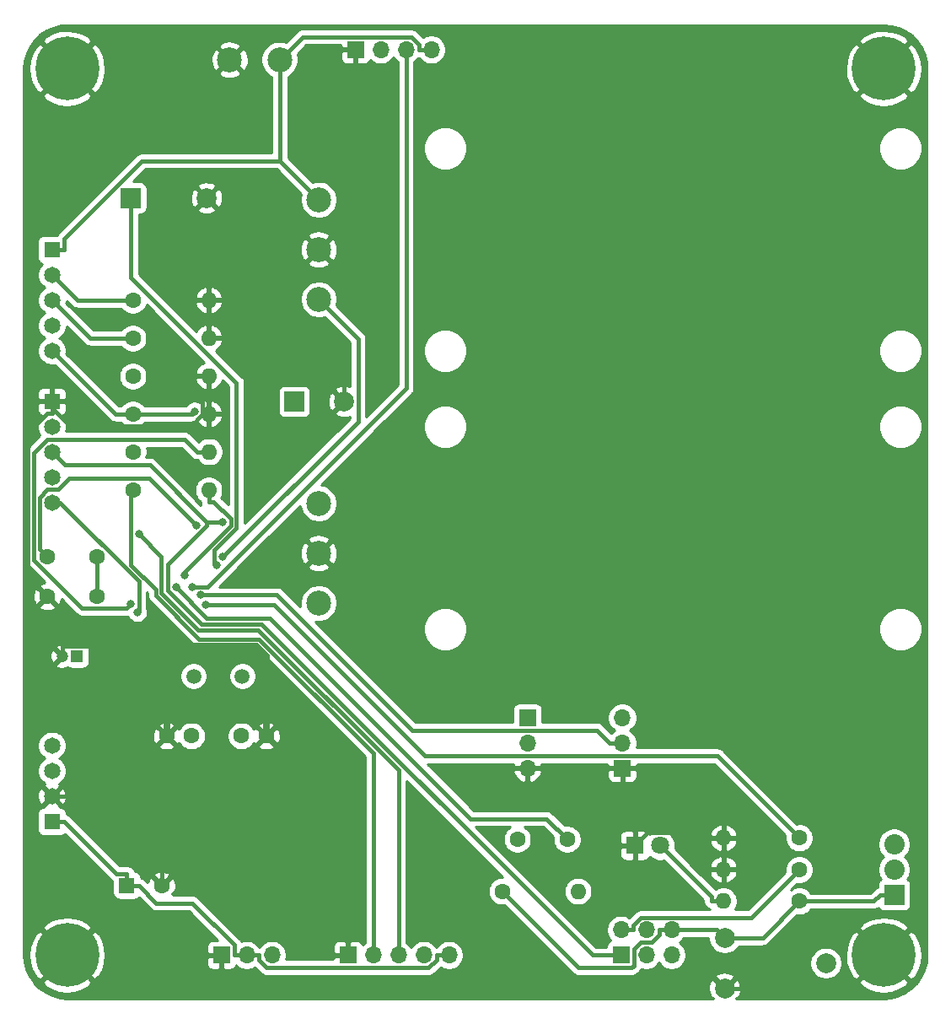
<source format=gbr>
G04 #@! TF.GenerationSoftware,KiCad,Pcbnew,(5.1.7)-1*
G04 #@! TF.CreationDate,2021-01-05T13:25:27+01:00*
G04 #@! TF.ProjectId,AbsauganlageV3,41627361-7567-4616-9e6c-61676556332e,rev?*
G04 #@! TF.SameCoordinates,Original*
G04 #@! TF.FileFunction,Copper,L2,Bot*
G04 #@! TF.FilePolarity,Positive*
%FSLAX46Y46*%
G04 Gerber Fmt 4.6, Leading zero omitted, Abs format (unit mm)*
G04 Created by KiCad (PCBNEW (5.1.7)-1) date 2021-01-05 13:25:27*
%MOMM*%
%LPD*%
G01*
G04 APERTURE LIST*
G04 #@! TA.AperFunction,ComponentPad*
%ADD10C,1.500000*%
G04 #@! TD*
G04 #@! TA.AperFunction,ComponentPad*
%ADD11R,1.700000X1.700000*%
G04 #@! TD*
G04 #@! TA.AperFunction,ComponentPad*
%ADD12O,1.700000X1.700000*%
G04 #@! TD*
G04 #@! TA.AperFunction,ComponentPad*
%ADD13R,2.000000X2.000000*%
G04 #@! TD*
G04 #@! TA.AperFunction,ComponentPad*
%ADD14C,2.000000*%
G04 #@! TD*
G04 #@! TA.AperFunction,ComponentPad*
%ADD15C,1.600000*%
G04 #@! TD*
G04 #@! TA.AperFunction,ComponentPad*
%ADD16R,1.200000X1.200000*%
G04 #@! TD*
G04 #@! TA.AperFunction,ComponentPad*
%ADD17C,1.200000*%
G04 #@! TD*
G04 #@! TA.AperFunction,ComponentPad*
%ADD18R,1.600000X1.600000*%
G04 #@! TD*
G04 #@! TA.AperFunction,ComponentPad*
%ADD19R,1.800000X1.800000*%
G04 #@! TD*
G04 #@! TA.AperFunction,ComponentPad*
%ADD20C,1.800000*%
G04 #@! TD*
G04 #@! TA.AperFunction,ComponentPad*
%ADD21C,6.400000*%
G04 #@! TD*
G04 #@! TA.AperFunction,ComponentPad*
%ADD22C,0.800000*%
G04 #@! TD*
G04 #@! TA.AperFunction,ComponentPad*
%ADD23C,2.500000*%
G04 #@! TD*
G04 #@! TA.AperFunction,ComponentPad*
%ADD24R,1.650000X1.650000*%
G04 #@! TD*
G04 #@! TA.AperFunction,ComponentPad*
%ADD25C,1.650000*%
G04 #@! TD*
G04 #@! TA.AperFunction,ComponentPad*
%ADD26R,2.040000X2.040000*%
G04 #@! TD*
G04 #@! TA.AperFunction,ComponentPad*
%ADD27C,2.040000*%
G04 #@! TD*
G04 #@! TA.AperFunction,ComponentPad*
%ADD28O,1.600000X1.600000*%
G04 #@! TD*
G04 #@! TA.AperFunction,ViaPad*
%ADD29C,0.800000*%
G04 #@! TD*
G04 #@! TA.AperFunction,Conductor*
%ADD30C,0.381000*%
G04 #@! TD*
G04 #@! TA.AperFunction,Conductor*
%ADD31C,0.635000*%
G04 #@! TD*
G04 #@! TA.AperFunction,Conductor*
%ADD32C,0.254000*%
G04 #@! TD*
G04 #@! TA.AperFunction,Conductor*
%ADD33C,0.100000*%
G04 #@! TD*
G04 APERTURE END LIST*
D10*
X202708000Y-86000000D03*
X207588000Y-86000000D03*
D11*
X236220000Y-90170000D03*
D12*
X236220000Y-92710000D03*
X236220000Y-95250000D03*
D13*
X196400000Y-38000000D03*
D14*
X204000000Y-38000000D03*
D15*
X200000000Y-92000000D03*
X202500000Y-92000000D03*
X207500000Y-92000000D03*
X210000000Y-92000000D03*
X193000000Y-74000000D03*
X188000000Y-74000000D03*
D16*
X191000000Y-84000000D03*
D17*
X189500000Y-84000000D03*
D15*
X188000000Y-78000000D03*
X193000000Y-78000000D03*
X235204000Y-102378000D03*
X240204000Y-102378000D03*
D18*
X196000000Y-107000000D03*
D15*
X199500000Y-107000000D03*
D13*
X212805000Y-58420000D03*
D14*
X217805000Y-58420000D03*
D19*
X247015000Y-103000000D03*
D20*
X249555000Y-103000000D03*
D21*
X272000000Y-114000000D03*
D22*
X274400000Y-114000000D03*
X273697056Y-115697056D03*
X272000000Y-116400000D03*
X270302944Y-115697056D03*
X269600000Y-114000000D03*
X270302944Y-112302944D03*
X272000000Y-111600000D03*
X273697056Y-112302944D03*
X191697056Y-23302944D03*
X190000000Y-22600000D03*
X188302944Y-23302944D03*
X187600000Y-25000000D03*
X188302944Y-26697056D03*
X190000000Y-27400000D03*
X191697056Y-26697056D03*
X192400000Y-25000000D03*
D21*
X190000000Y-25000000D03*
D22*
X273697056Y-23302944D03*
X272000000Y-22600000D03*
X270302944Y-23302944D03*
X269600000Y-25000000D03*
X270302944Y-26697056D03*
X272000000Y-27400000D03*
X273697056Y-26697056D03*
X274400000Y-25000000D03*
D21*
X272000000Y-25000000D03*
X190000000Y-114000000D03*
D22*
X192400000Y-114000000D03*
X191697056Y-115697056D03*
X190000000Y-116400000D03*
X188302944Y-115697056D03*
X187600000Y-114000000D03*
X188302944Y-112302944D03*
X190000000Y-111600000D03*
X191697056Y-112302944D03*
D11*
X245618000Y-114000000D03*
D12*
X245618000Y-111460000D03*
X248158000Y-114000000D03*
X248158000Y-111460000D03*
X250698000Y-114000000D03*
X250698000Y-111460000D03*
D11*
X218186000Y-114000000D03*
D12*
X220726000Y-114000000D03*
X223266000Y-114000000D03*
X225806000Y-114000000D03*
X228346000Y-114000000D03*
D23*
X215265000Y-43180000D03*
X215265000Y-38180000D03*
X215265000Y-48180000D03*
D11*
X218948000Y-23114000D03*
D12*
X221488000Y-23114000D03*
X224028000Y-23114000D03*
X226568000Y-23114000D03*
D24*
X188468000Y-100584000D03*
D25*
X188468000Y-98044000D03*
X188468000Y-92964000D03*
X188468000Y-95504000D03*
D11*
X205486000Y-114000000D03*
D12*
X208026000Y-114000000D03*
X210566000Y-114000000D03*
D23*
X215265000Y-78660000D03*
X215265000Y-68660000D03*
X215265000Y-73660000D03*
D24*
X188468000Y-58420000D03*
D25*
X188468000Y-60960000D03*
X188468000Y-63500000D03*
X188468000Y-66040000D03*
X188468000Y-68580000D03*
D26*
X273050000Y-107950000D03*
D27*
X273050000Y-105410000D03*
X273050000Y-102870000D03*
D12*
X245745000Y-90170000D03*
X245745000Y-92710000D03*
D11*
X245745000Y-95250000D03*
D23*
X211328000Y-24130000D03*
X206328000Y-24130000D03*
D25*
X188468000Y-53340000D03*
X188468000Y-50800000D03*
X188468000Y-48260000D03*
X188468000Y-45720000D03*
D24*
X188468000Y-43180000D03*
D28*
X241300000Y-107585000D03*
D15*
X233680000Y-107585000D03*
D28*
X204216000Y-67310000D03*
D15*
X196596000Y-67310000D03*
X196611000Y-63470000D03*
D28*
X204231000Y-63470000D03*
X255905000Y-105410000D03*
D15*
X263525000Y-105410000D03*
X263525000Y-102235000D03*
D28*
X255905000Y-102235000D03*
D15*
X196596000Y-48260000D03*
D28*
X204216000Y-48260000D03*
X204216000Y-52070000D03*
D15*
X196596000Y-52070000D03*
X196596000Y-55880000D03*
D28*
X204216000Y-55880000D03*
X204216000Y-59690000D03*
D15*
X196596000Y-59690000D03*
D28*
X255905000Y-108585000D03*
D15*
X263525000Y-108585000D03*
D14*
X256032000Y-112268000D03*
X256032000Y-117348000D03*
X266192000Y-114808000D03*
D29*
X205055600Y-74869800D03*
X210000000Y-86000000D03*
X200000000Y-86000000D03*
X202967700Y-70838100D03*
X200944800Y-77097300D03*
X205634500Y-70541300D03*
X197208300Y-71711700D03*
X205634300Y-74006000D03*
X202554100Y-77052300D03*
X197041600Y-79580300D03*
X203875600Y-78841900D03*
X203384400Y-77853000D03*
X202795200Y-59419700D03*
X201763300Y-75838600D03*
X196387000Y-78789400D03*
D30*
X196400000Y-38000000D02*
X196400000Y-45959300D01*
X196400000Y-45959300D02*
X207006600Y-56565900D01*
X207006600Y-56565900D02*
X207006600Y-71109700D01*
X207006600Y-71109700D02*
X204778500Y-73337800D01*
X204778500Y-73337800D02*
X204778500Y-74592700D01*
X204778500Y-74592700D02*
X205055600Y-74869800D01*
X188468000Y-59096500D02*
X188468000Y-59635800D01*
X188468000Y-58420000D02*
X188468000Y-59096500D01*
X203620600Y-59690000D02*
X203620600Y-59713500D01*
X203620600Y-59713500D02*
X202453200Y-60880900D01*
X202453200Y-60880900D02*
X190252400Y-60880900D01*
X190252400Y-60880900D02*
X188468000Y-59096500D01*
X204216000Y-57070800D02*
X203620600Y-57666200D01*
X203620600Y-57666200D02*
X203620600Y-59690000D01*
X188000000Y-78000000D02*
X186068400Y-76068400D01*
X186068400Y-76068400D02*
X186068400Y-61579500D01*
X186068400Y-61579500D02*
X188012100Y-59635800D01*
X188012100Y-59635800D02*
X188468000Y-59635800D01*
X189500000Y-83009100D02*
X189500000Y-79500000D01*
X189500000Y-79500000D02*
X188000000Y-78000000D01*
X204216000Y-55880000D02*
X204216000Y-57070800D01*
X204216000Y-59690000D02*
X203620600Y-59690000D01*
X199500000Y-98044000D02*
X188468000Y-98044000D01*
X203186500Y-95000000D02*
X200142500Y-98044000D01*
X200142500Y-98044000D02*
X199500000Y-98044000D01*
X199500000Y-107000000D02*
X199500000Y-98044000D01*
X189500000Y-84000000D02*
X189500000Y-83009100D01*
X200588500Y-84411500D02*
X199186100Y-83009100D01*
X199186100Y-83009100D02*
X189500000Y-83009100D01*
D31*
X200588500Y-84411500D02*
X202000000Y-83000000D01*
X202000000Y-83000000D02*
X209000000Y-83000000D01*
X209000000Y-83000000D02*
X210000000Y-84000000D01*
X210000000Y-84000000D02*
X210000000Y-86000000D01*
X200000000Y-86000000D02*
X200000000Y-85000000D01*
X200000000Y-85000000D02*
X200588500Y-84411500D01*
D30*
X203186500Y-95000000D02*
X203000000Y-95000000D01*
X203000000Y-95000000D02*
X201000000Y-93000000D01*
X210000000Y-92000000D02*
X207000000Y-95000000D01*
X207000000Y-95000000D02*
X203186500Y-95000000D01*
X245745000Y-95250000D02*
X245745000Y-99136800D01*
X245745000Y-99136800D02*
X248311600Y-101703400D01*
X245745000Y-95250000D02*
X236220000Y-95250000D01*
X248311600Y-101703400D02*
X254182600Y-101703400D01*
X254182600Y-101703400D02*
X254714200Y-102235000D01*
X247015000Y-103000000D02*
X248311600Y-101703400D01*
X210185000Y-48260000D02*
X215265000Y-43180000D01*
X204216000Y-48260000D02*
X210185000Y-48260000D01*
X217805000Y-58420000D02*
X217805000Y-55880000D01*
X217805000Y-55880000D02*
X210185000Y-48260000D01*
D31*
X200000000Y-92000000D02*
X200000000Y-86000000D01*
D30*
X255905000Y-102235000D02*
X254714200Y-102235000D01*
X272000000Y-22600000D02*
X271005800Y-22600000D01*
X271005800Y-22600000D02*
X270302900Y-23302900D01*
X272000000Y-22600000D02*
X272994200Y-22600000D01*
X272994200Y-22600000D02*
X273697100Y-23302900D01*
X190702900Y-115697100D02*
X190000000Y-116400000D01*
X191697100Y-115697100D02*
X190702900Y-115697100D01*
X190000000Y-114000000D02*
X190702900Y-114702900D01*
X190702900Y-114702900D02*
X190702900Y-115697100D01*
X270302900Y-115697100D02*
X268652000Y-117348000D01*
X268652000Y-117348000D02*
X256032000Y-117348000D01*
X270302900Y-115697100D02*
X271297100Y-115697100D01*
X271297100Y-115697100D02*
X272000000Y-116400000D01*
X273697100Y-115697100D02*
X272702900Y-115697100D01*
X272702900Y-115697100D02*
X272000000Y-116400000D01*
X270302900Y-112302900D02*
X271297100Y-112302900D01*
X271297100Y-112302900D02*
X272000000Y-111600000D01*
X273697100Y-112302900D02*
X272702900Y-112302900D01*
X272702900Y-112302900D02*
X272000000Y-111600000D01*
X188302900Y-115697100D02*
X189297100Y-115697100D01*
X189297100Y-115697100D02*
X190000000Y-116400000D01*
X188302900Y-112302900D02*
X189297100Y-112302900D01*
X189297100Y-112302900D02*
X190000000Y-111600000D01*
X191697100Y-112302900D02*
X190702900Y-112302900D01*
X190702900Y-112302900D02*
X190000000Y-111600000D01*
D31*
X210000000Y-86000000D02*
X210000000Y-92000000D01*
D30*
X211361000Y-34276000D02*
X215265000Y-38180000D01*
X211361000Y-24130000D02*
X211361000Y-34276000D01*
X189683800Y-43180000D02*
X189683800Y-42116200D01*
X189683800Y-42116200D02*
X197524000Y-34276000D01*
X197524000Y-34276000D02*
X211361000Y-34276000D01*
X188468000Y-43180000D02*
X189683800Y-43180000D01*
X225327200Y-23114000D02*
X225327200Y-22599800D01*
X225327200Y-22599800D02*
X224551800Y-21824400D01*
X224551800Y-21824400D02*
X213666600Y-21824400D01*
X213666600Y-21824400D02*
X211361000Y-24130000D01*
X211328000Y-24130000D02*
X211361000Y-24130000D01*
X226568000Y-23114000D02*
X225327200Y-23114000D01*
X249457200Y-111460000D02*
X249457200Y-111974200D01*
X249457200Y-111974200D02*
X248701400Y-112730000D01*
X248701400Y-112730000D02*
X247580800Y-112730000D01*
X247580800Y-112730000D02*
X246888000Y-113422800D01*
X246888000Y-113422800D02*
X246888000Y-115051100D01*
X246888000Y-115051100D02*
X246698200Y-115240900D01*
X246698200Y-115240900D02*
X241335900Y-115240900D01*
X241335900Y-115240900D02*
X233680000Y-107585000D01*
X193000000Y-78000000D02*
X193000000Y-74000000D01*
X263525000Y-108585000D02*
X271004200Y-108585000D01*
X271004200Y-108585000D02*
X271639200Y-107950000D01*
X273050000Y-107950000D02*
X271639200Y-107950000D01*
X263525000Y-108585000D02*
X259842000Y-112268000D01*
X259842000Y-112268000D02*
X256032000Y-112268000D01*
X197190800Y-107000000D02*
X198962800Y-108772000D01*
X198962800Y-108772000D02*
X202565400Y-108772000D01*
X202565400Y-108772000D02*
X206785200Y-112991800D01*
X206785200Y-112991800D02*
X206785200Y-114000000D01*
X250698000Y-111460000D02*
X249457200Y-111460000D01*
X256032000Y-112268000D02*
X255224000Y-111460000D01*
X255224000Y-111460000D02*
X250698000Y-111460000D01*
X208026000Y-114000000D02*
X209266800Y-114000000D01*
X228346000Y-114000000D02*
X227105200Y-114000000D01*
X227105200Y-114000000D02*
X227105200Y-114465300D01*
X227105200Y-114465300D02*
X226311800Y-115258700D01*
X226311800Y-115258700D02*
X210011300Y-115258700D01*
X210011300Y-115258700D02*
X209266800Y-114514200D01*
X209266800Y-114514200D02*
X209266800Y-114000000D01*
X196000000Y-107000000D02*
X196000000Y-105809200D01*
X188468000Y-100584000D02*
X189683800Y-100584000D01*
X189683800Y-100584000D02*
X194909000Y-105809200D01*
X194909000Y-105809200D02*
X196000000Y-105809200D01*
X196000000Y-107000000D02*
X197190800Y-107000000D01*
X208026000Y-114000000D02*
X206785200Y-114000000D01*
X202967700Y-70838100D02*
X198248700Y-66119100D01*
X198248700Y-66119100D02*
X190239100Y-66119100D01*
X190239100Y-66119100D02*
X189102300Y-67255900D01*
X189102300Y-67255900D02*
X188031000Y-67255900D01*
X188031000Y-67255900D02*
X187238500Y-68048400D01*
X187238500Y-68048400D02*
X187238500Y-73238500D01*
X187238500Y-73238500D02*
X188000000Y-74000000D01*
X200944800Y-77097300D02*
X204022800Y-80175300D01*
X204022800Y-80175300D02*
X210393700Y-80175300D01*
X210393700Y-80175300D02*
X230518400Y-100300000D01*
X230518400Y-100300000D02*
X238126000Y-100300000D01*
X238126000Y-100300000D02*
X240204000Y-102378000D01*
X255905000Y-108585000D02*
X254714200Y-108585000D01*
X254714200Y-108585000D02*
X254714200Y-108159200D01*
X254714200Y-108159200D02*
X249555000Y-103000000D01*
X245618000Y-114000000D02*
X242739400Y-114000000D01*
X242739400Y-114000000D02*
X209496000Y-80756600D01*
X209496000Y-80756600D02*
X203463400Y-80756600D01*
X203463400Y-80756600D02*
X200138600Y-77431800D01*
X200138600Y-77431800D02*
X200138600Y-74785600D01*
X200138600Y-74785600D02*
X204007500Y-70916700D01*
X204007500Y-70916700D02*
X204007500Y-70541300D01*
X188468000Y-63500000D02*
X189792100Y-64824100D01*
X189792100Y-64824100D02*
X198290300Y-64824100D01*
X198290300Y-64824100D02*
X204007500Y-70541300D01*
X205634500Y-70541300D02*
X204007500Y-70541300D01*
X245618000Y-111460000D02*
X246858800Y-111460000D01*
X246858800Y-111460000D02*
X246858800Y-110994600D01*
X246858800Y-110994600D02*
X247634200Y-110219200D01*
X247634200Y-110219200D02*
X258715800Y-110219200D01*
X258715800Y-110219200D02*
X263525000Y-105410000D01*
X196596000Y-67310000D02*
X196417500Y-67488500D01*
X196417500Y-67488500D02*
X196417500Y-74836300D01*
X196417500Y-74836300D02*
X198889900Y-77308700D01*
X198889900Y-77308700D02*
X198889900Y-77925200D01*
X198889900Y-77925200D02*
X203232600Y-82267900D01*
X203232600Y-82267900D02*
X209292100Y-82267900D01*
X209292100Y-82267900D02*
X220726000Y-93701800D01*
X220726000Y-93701800D02*
X220726000Y-112759200D01*
X220726000Y-114000000D02*
X220726000Y-112759200D01*
X197208300Y-71711700D02*
X199471200Y-73974600D01*
X199471200Y-73974600D02*
X199471200Y-77645200D01*
X199471200Y-77645200D02*
X203163900Y-81337900D01*
X203163900Y-81337900D02*
X209189200Y-81337900D01*
X209189200Y-81337900D02*
X223266000Y-95414700D01*
X223266000Y-95414700D02*
X223266000Y-114000000D01*
X205634300Y-74006000D02*
X219211800Y-60428500D01*
X219211800Y-60428500D02*
X219211800Y-52126800D01*
X219211800Y-52126800D02*
X215265000Y-48180000D01*
X202554100Y-77052300D02*
X204085000Y-77052300D01*
X204085000Y-77052300D02*
X224028000Y-57109300D01*
X224028000Y-57109300D02*
X224028000Y-23114000D01*
X197041600Y-79580300D02*
X197186800Y-79435100D01*
X197186800Y-79435100D02*
X197186800Y-76459200D01*
X197186800Y-76459200D02*
X189307600Y-68580000D01*
X189307600Y-68580000D02*
X188468000Y-68580000D01*
X203875600Y-78841900D02*
X210746200Y-78841900D01*
X210746200Y-78841900D02*
X225913400Y-94009100D01*
X225913400Y-94009100D02*
X255299100Y-94009100D01*
X255299100Y-94009100D02*
X263525000Y-102235000D01*
X245745000Y-92710000D02*
X244504200Y-92710000D01*
X203384400Y-77853000D02*
X211067700Y-77853000D01*
X211067700Y-77853000D02*
X224625600Y-91410900D01*
X224625600Y-91410900D02*
X243205100Y-91410900D01*
X243205100Y-91410900D02*
X244504200Y-92710000D01*
X196596000Y-59690000D02*
X202524900Y-59690000D01*
X202524900Y-59690000D02*
X202795200Y-59419700D01*
X196596000Y-59690000D02*
X194818000Y-59690000D01*
X194818000Y-59690000D02*
X188468000Y-53340000D01*
X196596000Y-52070000D02*
X192278000Y-52070000D01*
X192278000Y-52070000D02*
X188468000Y-48260000D01*
X196596000Y-48260000D02*
X191008000Y-48260000D01*
X191008000Y-48260000D02*
X188468000Y-45720000D01*
X201763300Y-75838600D02*
X201763300Y-75530900D01*
X201763300Y-75530900D02*
X206425300Y-70868900D01*
X206425300Y-70868900D02*
X206425300Y-70213700D01*
X206425300Y-70213700D02*
X204712400Y-68500800D01*
X204712400Y-68500800D02*
X204216000Y-68500800D01*
X204216000Y-67310000D02*
X204216000Y-68500800D01*
X204231000Y-63470000D02*
X203040200Y-63470000D01*
X203040200Y-63470000D02*
X201800200Y-62230000D01*
X201800200Y-62230000D02*
X188014000Y-62230000D01*
X188014000Y-62230000D02*
X186657100Y-63586900D01*
X186657100Y-63586900D02*
X186657100Y-74346200D01*
X186657100Y-74346200D02*
X191507100Y-79196200D01*
X191507100Y-79196200D02*
X195980200Y-79196200D01*
X195980200Y-79196200D02*
X196387000Y-78789400D01*
D32*
X272768083Y-20731173D02*
X273511891Y-20934656D01*
X274207905Y-21266638D01*
X274834130Y-21716626D01*
X275370777Y-22270403D01*
X275800871Y-22910451D01*
X276110829Y-23616553D01*
X276292065Y-24371457D01*
X276340000Y-25024207D01*
X276340001Y-113970597D01*
X276268827Y-114768083D01*
X276065344Y-115511890D01*
X275733363Y-116207904D01*
X275283374Y-116834130D01*
X274729597Y-117370777D01*
X274089549Y-117800871D01*
X273383447Y-118110829D01*
X272628543Y-118292065D01*
X271975793Y-118340000D01*
X257203608Y-118340000D01*
X257167415Y-118303807D01*
X257431814Y-118208044D01*
X257572704Y-117918429D01*
X257654384Y-117606892D01*
X257673718Y-117285405D01*
X257629961Y-116966325D01*
X257538258Y-116700881D01*
X269478724Y-116700881D01*
X269838912Y-117190548D01*
X270502882Y-117550849D01*
X271224385Y-117774694D01*
X271975695Y-117853480D01*
X272727938Y-117784178D01*
X273452208Y-117569452D01*
X274120670Y-117217555D01*
X274161088Y-117190548D01*
X274521276Y-116700881D01*
X272000000Y-114179605D01*
X269478724Y-116700881D01*
X257538258Y-116700881D01*
X257524795Y-116661912D01*
X257431814Y-116487956D01*
X257167413Y-116392192D01*
X256211605Y-117348000D01*
X256225748Y-117362143D01*
X256046143Y-117541748D01*
X256032000Y-117527605D01*
X256017858Y-117541748D01*
X255838253Y-117362143D01*
X255852395Y-117348000D01*
X254896587Y-116392192D01*
X254632186Y-116487956D01*
X254491296Y-116777571D01*
X254409616Y-117089108D01*
X254390282Y-117410595D01*
X254434039Y-117729675D01*
X254539205Y-118034088D01*
X254632186Y-118208044D01*
X254896585Y-118303807D01*
X254860392Y-118340000D01*
X190029392Y-118340000D01*
X189231917Y-118268827D01*
X188488110Y-118065344D01*
X187792096Y-117733363D01*
X187165870Y-117283374D01*
X186629223Y-116729597D01*
X186609927Y-116700881D01*
X187478724Y-116700881D01*
X187838912Y-117190548D01*
X188502882Y-117550849D01*
X189224385Y-117774694D01*
X189975695Y-117853480D01*
X190727938Y-117784178D01*
X191452208Y-117569452D01*
X192120670Y-117217555D01*
X192161088Y-117190548D01*
X192521276Y-116700881D01*
X190000000Y-114179605D01*
X187478724Y-116700881D01*
X186609927Y-116700881D01*
X186199129Y-116089549D01*
X185889171Y-115383447D01*
X185707935Y-114628543D01*
X185660000Y-113975793D01*
X185660000Y-113975695D01*
X186146520Y-113975695D01*
X186215822Y-114727938D01*
X186430548Y-115452208D01*
X186782445Y-116120670D01*
X186809452Y-116161088D01*
X187299119Y-116521276D01*
X189820395Y-114000000D01*
X190179605Y-114000000D01*
X192700881Y-116521276D01*
X193120536Y-116212587D01*
X255076192Y-116212587D01*
X256032000Y-117168395D01*
X256987808Y-116212587D01*
X256892044Y-115948186D01*
X256602429Y-115807296D01*
X256290892Y-115725616D01*
X255969405Y-115706282D01*
X255650325Y-115750039D01*
X255345912Y-115855205D01*
X255171956Y-115948186D01*
X255076192Y-116212587D01*
X193120536Y-116212587D01*
X193190548Y-116161088D01*
X193550849Y-115497118D01*
X193751616Y-114850000D01*
X203997928Y-114850000D01*
X204010188Y-114974482D01*
X204046498Y-115094180D01*
X204105463Y-115204494D01*
X204184815Y-115301185D01*
X204281506Y-115380537D01*
X204391820Y-115439502D01*
X204511518Y-115475812D01*
X204636000Y-115488072D01*
X205200250Y-115485000D01*
X205359000Y-115326250D01*
X205359000Y-114127000D01*
X204159750Y-114127000D01*
X204001000Y-114285750D01*
X203997928Y-114850000D01*
X193751616Y-114850000D01*
X193774694Y-114775615D01*
X193853480Y-114024305D01*
X193784178Y-113272062D01*
X193569452Y-112547792D01*
X193217555Y-111879330D01*
X193190548Y-111838912D01*
X192700881Y-111478724D01*
X190179605Y-114000000D01*
X189820395Y-114000000D01*
X187299119Y-111478724D01*
X186809452Y-111838912D01*
X186449151Y-112502882D01*
X186225306Y-113224385D01*
X186146520Y-113975695D01*
X185660000Y-113975695D01*
X185660000Y-111299119D01*
X187478724Y-111299119D01*
X190000000Y-113820395D01*
X192521276Y-111299119D01*
X192161088Y-110809452D01*
X191497118Y-110449151D01*
X190775615Y-110225306D01*
X190024305Y-110146520D01*
X189272062Y-110215822D01*
X188547792Y-110430548D01*
X187879330Y-110782445D01*
X187838912Y-110809452D01*
X187478724Y-111299119D01*
X185660000Y-111299119D01*
X185660000Y-98113521D01*
X187002583Y-98113521D01*
X187044303Y-98398074D01*
X187140735Y-98669020D01*
X187210927Y-98800337D01*
X187457449Y-98874946D01*
X188288395Y-98044000D01*
X188647605Y-98044000D01*
X189478551Y-98874946D01*
X189725073Y-98800337D01*
X189848473Y-98540561D01*
X189918823Y-98261703D01*
X189933417Y-97974479D01*
X189891697Y-97689926D01*
X189795265Y-97418980D01*
X189725073Y-97287663D01*
X189478551Y-97213054D01*
X188647605Y-98044000D01*
X188288395Y-98044000D01*
X187457449Y-97213054D01*
X187210927Y-97287663D01*
X187087527Y-97547439D01*
X187017177Y-97826297D01*
X187002583Y-98113521D01*
X185660000Y-98113521D01*
X185660000Y-92820203D01*
X187008000Y-92820203D01*
X187008000Y-93107797D01*
X187064107Y-93389866D01*
X187174165Y-93655569D01*
X187333944Y-93894696D01*
X187537304Y-94098056D01*
X187740759Y-94234000D01*
X187537304Y-94369944D01*
X187333944Y-94573304D01*
X187174165Y-94812431D01*
X187064107Y-95078134D01*
X187008000Y-95360203D01*
X187008000Y-95647797D01*
X187064107Y-95929866D01*
X187174165Y-96195569D01*
X187333944Y-96434696D01*
X187537304Y-96638056D01*
X187738576Y-96772541D01*
X187711663Y-96786927D01*
X187637054Y-97033449D01*
X188468000Y-97864395D01*
X189298946Y-97033449D01*
X189224337Y-96786927D01*
X189196023Y-96773477D01*
X189398696Y-96638056D01*
X189602056Y-96434696D01*
X189761835Y-96195569D01*
X189871893Y-95929866D01*
X189928000Y-95647797D01*
X189928000Y-95360203D01*
X189871893Y-95078134D01*
X189761835Y-94812431D01*
X189602056Y-94573304D01*
X189398696Y-94369944D01*
X189195241Y-94234000D01*
X189398696Y-94098056D01*
X189602056Y-93894696D01*
X189761835Y-93655569D01*
X189871893Y-93389866D01*
X189928000Y-93107797D01*
X189928000Y-92992702D01*
X199186903Y-92992702D01*
X199258486Y-93236671D01*
X199513996Y-93357571D01*
X199788184Y-93426300D01*
X200070512Y-93440217D01*
X200350130Y-93398787D01*
X200616292Y-93303603D01*
X200741514Y-93236671D01*
X200813097Y-92992702D01*
X200000000Y-92179605D01*
X199186903Y-92992702D01*
X189928000Y-92992702D01*
X189928000Y-92820203D01*
X189871893Y-92538134D01*
X189761835Y-92272431D01*
X189626918Y-92070512D01*
X198559783Y-92070512D01*
X198601213Y-92350130D01*
X198696397Y-92616292D01*
X198763329Y-92741514D01*
X199007298Y-92813097D01*
X199820395Y-92000000D01*
X200179605Y-92000000D01*
X200992702Y-92813097D01*
X201236671Y-92741514D01*
X201250324Y-92712659D01*
X201385363Y-92914759D01*
X201585241Y-93114637D01*
X201820273Y-93271680D01*
X202081426Y-93379853D01*
X202358665Y-93435000D01*
X202641335Y-93435000D01*
X202918574Y-93379853D01*
X203179727Y-93271680D01*
X203414759Y-93114637D01*
X203614637Y-92914759D01*
X203771680Y-92679727D01*
X203879853Y-92418574D01*
X203935000Y-92141335D01*
X203935000Y-91858665D01*
X206065000Y-91858665D01*
X206065000Y-92141335D01*
X206120147Y-92418574D01*
X206228320Y-92679727D01*
X206385363Y-92914759D01*
X206585241Y-93114637D01*
X206820273Y-93271680D01*
X207081426Y-93379853D01*
X207358665Y-93435000D01*
X207641335Y-93435000D01*
X207918574Y-93379853D01*
X208179727Y-93271680D01*
X208414759Y-93114637D01*
X208536694Y-92992702D01*
X209186903Y-92992702D01*
X209258486Y-93236671D01*
X209513996Y-93357571D01*
X209788184Y-93426300D01*
X210070512Y-93440217D01*
X210350130Y-93398787D01*
X210616292Y-93303603D01*
X210741514Y-93236671D01*
X210813097Y-92992702D01*
X210000000Y-92179605D01*
X209186903Y-92992702D01*
X208536694Y-92992702D01*
X208614637Y-92914759D01*
X208748692Y-92714131D01*
X208763329Y-92741514D01*
X209007298Y-92813097D01*
X209820395Y-92000000D01*
X210179605Y-92000000D01*
X210992702Y-92813097D01*
X211236671Y-92741514D01*
X211357571Y-92486004D01*
X211426300Y-92211816D01*
X211440217Y-91929488D01*
X211398787Y-91649870D01*
X211303603Y-91383708D01*
X211236671Y-91258486D01*
X210992702Y-91186903D01*
X210179605Y-92000000D01*
X209820395Y-92000000D01*
X209007298Y-91186903D01*
X208763329Y-91258486D01*
X208749676Y-91287341D01*
X208614637Y-91085241D01*
X208536694Y-91007298D01*
X209186903Y-91007298D01*
X210000000Y-91820395D01*
X210813097Y-91007298D01*
X210741514Y-90763329D01*
X210486004Y-90642429D01*
X210211816Y-90573700D01*
X209929488Y-90559783D01*
X209649870Y-90601213D01*
X209383708Y-90696397D01*
X209258486Y-90763329D01*
X209186903Y-91007298D01*
X208536694Y-91007298D01*
X208414759Y-90885363D01*
X208179727Y-90728320D01*
X207918574Y-90620147D01*
X207641335Y-90565000D01*
X207358665Y-90565000D01*
X207081426Y-90620147D01*
X206820273Y-90728320D01*
X206585241Y-90885363D01*
X206385363Y-91085241D01*
X206228320Y-91320273D01*
X206120147Y-91581426D01*
X206065000Y-91858665D01*
X203935000Y-91858665D01*
X203879853Y-91581426D01*
X203771680Y-91320273D01*
X203614637Y-91085241D01*
X203414759Y-90885363D01*
X203179727Y-90728320D01*
X202918574Y-90620147D01*
X202641335Y-90565000D01*
X202358665Y-90565000D01*
X202081426Y-90620147D01*
X201820273Y-90728320D01*
X201585241Y-90885363D01*
X201385363Y-91085241D01*
X201251308Y-91285869D01*
X201236671Y-91258486D01*
X200992702Y-91186903D01*
X200179605Y-92000000D01*
X199820395Y-92000000D01*
X199007298Y-91186903D01*
X198763329Y-91258486D01*
X198642429Y-91513996D01*
X198573700Y-91788184D01*
X198559783Y-92070512D01*
X189626918Y-92070512D01*
X189602056Y-92033304D01*
X189398696Y-91829944D01*
X189159569Y-91670165D01*
X188893866Y-91560107D01*
X188611797Y-91504000D01*
X188324203Y-91504000D01*
X188042134Y-91560107D01*
X187776431Y-91670165D01*
X187537304Y-91829944D01*
X187333944Y-92033304D01*
X187174165Y-92272431D01*
X187064107Y-92538134D01*
X187008000Y-92820203D01*
X185660000Y-92820203D01*
X185660000Y-91007298D01*
X199186903Y-91007298D01*
X200000000Y-91820395D01*
X200813097Y-91007298D01*
X200741514Y-90763329D01*
X200486004Y-90642429D01*
X200211816Y-90573700D01*
X199929488Y-90559783D01*
X199649870Y-90601213D01*
X199383708Y-90696397D01*
X199258486Y-90763329D01*
X199186903Y-91007298D01*
X185660000Y-91007298D01*
X185660000Y-85863589D01*
X201323000Y-85863589D01*
X201323000Y-86136411D01*
X201376225Y-86403989D01*
X201480629Y-86656043D01*
X201632201Y-86882886D01*
X201825114Y-87075799D01*
X202051957Y-87227371D01*
X202304011Y-87331775D01*
X202571589Y-87385000D01*
X202844411Y-87385000D01*
X203111989Y-87331775D01*
X203364043Y-87227371D01*
X203590886Y-87075799D01*
X203783799Y-86882886D01*
X203935371Y-86656043D01*
X204039775Y-86403989D01*
X204093000Y-86136411D01*
X204093000Y-85863589D01*
X206203000Y-85863589D01*
X206203000Y-86136411D01*
X206256225Y-86403989D01*
X206360629Y-86656043D01*
X206512201Y-86882886D01*
X206705114Y-87075799D01*
X206931957Y-87227371D01*
X207184011Y-87331775D01*
X207451589Y-87385000D01*
X207724411Y-87385000D01*
X207991989Y-87331775D01*
X208244043Y-87227371D01*
X208470886Y-87075799D01*
X208663799Y-86882886D01*
X208815371Y-86656043D01*
X208919775Y-86403989D01*
X208973000Y-86136411D01*
X208973000Y-85863589D01*
X208919775Y-85596011D01*
X208815371Y-85343957D01*
X208663799Y-85117114D01*
X208470886Y-84924201D01*
X208244043Y-84772629D01*
X207991989Y-84668225D01*
X207724411Y-84615000D01*
X207451589Y-84615000D01*
X207184011Y-84668225D01*
X206931957Y-84772629D01*
X206705114Y-84924201D01*
X206512201Y-85117114D01*
X206360629Y-85343957D01*
X206256225Y-85596011D01*
X206203000Y-85863589D01*
X204093000Y-85863589D01*
X204039775Y-85596011D01*
X203935371Y-85343957D01*
X203783799Y-85117114D01*
X203590886Y-84924201D01*
X203364043Y-84772629D01*
X203111989Y-84668225D01*
X202844411Y-84615000D01*
X202571589Y-84615000D01*
X202304011Y-84668225D01*
X202051957Y-84772629D01*
X201825114Y-84924201D01*
X201632201Y-85117114D01*
X201480629Y-85343957D01*
X201376225Y-85596011D01*
X201323000Y-85863589D01*
X185660000Y-85863589D01*
X185660000Y-84078438D01*
X188261505Y-84078438D01*
X188300605Y-84318549D01*
X188385798Y-84546418D01*
X188426652Y-84622852D01*
X188650236Y-84670159D01*
X189320395Y-84000000D01*
X188650236Y-83329841D01*
X188426652Y-83377148D01*
X188325763Y-83598516D01*
X188270000Y-83835313D01*
X188261505Y-84078438D01*
X185660000Y-84078438D01*
X185660000Y-83150236D01*
X188829841Y-83150236D01*
X189500000Y-83820395D01*
X189514143Y-83806253D01*
X189693748Y-83985858D01*
X189679605Y-84000000D01*
X189693748Y-84014143D01*
X189514143Y-84193748D01*
X189500000Y-84179605D01*
X188829841Y-84849764D01*
X188877148Y-85073348D01*
X189098516Y-85174237D01*
X189335313Y-85230000D01*
X189578438Y-85238495D01*
X189818549Y-85199395D01*
X190032117Y-85119549D01*
X190045506Y-85130537D01*
X190155820Y-85189502D01*
X190275518Y-85225812D01*
X190400000Y-85238072D01*
X191600000Y-85238072D01*
X191724482Y-85225812D01*
X191844180Y-85189502D01*
X191954494Y-85130537D01*
X192051185Y-85051185D01*
X192130537Y-84954494D01*
X192189502Y-84844180D01*
X192225812Y-84724482D01*
X192238072Y-84600000D01*
X192238072Y-83400000D01*
X192225812Y-83275518D01*
X192189502Y-83155820D01*
X192130537Y-83045506D01*
X192051185Y-82948815D01*
X191954494Y-82869463D01*
X191844180Y-82810498D01*
X191724482Y-82774188D01*
X191600000Y-82761928D01*
X190400000Y-82761928D01*
X190275518Y-82774188D01*
X190155820Y-82810498D01*
X190045506Y-82869463D01*
X190028319Y-82883568D01*
X189901484Y-82825763D01*
X189664687Y-82770000D01*
X189421562Y-82761505D01*
X189181451Y-82800605D01*
X188953582Y-82885798D01*
X188877148Y-82926652D01*
X188829841Y-83150236D01*
X185660000Y-83150236D01*
X185660000Y-78992702D01*
X187186903Y-78992702D01*
X187258486Y-79236671D01*
X187513996Y-79357571D01*
X187788184Y-79426300D01*
X188070512Y-79440217D01*
X188350130Y-79398787D01*
X188616292Y-79303603D01*
X188741514Y-79236671D01*
X188813097Y-78992702D01*
X188000000Y-78179605D01*
X187186903Y-78992702D01*
X185660000Y-78992702D01*
X185660000Y-78070512D01*
X186559783Y-78070512D01*
X186601213Y-78350130D01*
X186696397Y-78616292D01*
X186763329Y-78741514D01*
X187007298Y-78813097D01*
X187820395Y-78000000D01*
X187007298Y-77186903D01*
X186763329Y-77258486D01*
X186642429Y-77513996D01*
X186573700Y-77788184D01*
X186559783Y-78070512D01*
X185660000Y-78070512D01*
X185660000Y-63586900D01*
X185827606Y-63586900D01*
X185831600Y-63627450D01*
X185831601Y-74305640D01*
X185827606Y-74346200D01*
X185843545Y-74508026D01*
X185890747Y-74663633D01*
X185967401Y-74807042D01*
X186018906Y-74869800D01*
X186070560Y-74932741D01*
X186102061Y-74958593D01*
X187732445Y-76588978D01*
X187649870Y-76601213D01*
X187383708Y-76696397D01*
X187258486Y-76763329D01*
X187186903Y-77007298D01*
X188000000Y-77820395D01*
X188014143Y-77806253D01*
X188193748Y-77985858D01*
X188179605Y-78000000D01*
X188992702Y-78813097D01*
X189236671Y-78741514D01*
X189357571Y-78486004D01*
X189412066Y-78268600D01*
X190894711Y-79751245D01*
X190920559Y-79782741D01*
X190952055Y-79808589D01*
X190952058Y-79808592D01*
X191046257Y-79885899D01*
X191153169Y-79943045D01*
X191189666Y-79962553D01*
X191345274Y-80009756D01*
X191466547Y-80021700D01*
X191466549Y-80021700D01*
X191507100Y-80025694D01*
X191547650Y-80021700D01*
X195939650Y-80021700D01*
X195980200Y-80025694D01*
X196020750Y-80021700D01*
X196020753Y-80021700D01*
X196100889Y-80013808D01*
X196124395Y-80070556D01*
X196237663Y-80240074D01*
X196381826Y-80384237D01*
X196551344Y-80497505D01*
X196739702Y-80575526D01*
X196939661Y-80615300D01*
X197143539Y-80615300D01*
X197343498Y-80575526D01*
X197531856Y-80497505D01*
X197701374Y-80384237D01*
X197845537Y-80240074D01*
X197958805Y-80070556D01*
X198036826Y-79882198D01*
X198076600Y-79682239D01*
X198076600Y-79478361D01*
X198036826Y-79278402D01*
X198012300Y-79219191D01*
X198012300Y-77598534D01*
X198064400Y-77650634D01*
X198064400Y-77884650D01*
X198060406Y-77925200D01*
X198064400Y-77965750D01*
X198064400Y-77965753D01*
X198076344Y-78087026D01*
X198123547Y-78242634D01*
X198150248Y-78292587D01*
X198200201Y-78386042D01*
X198244107Y-78439541D01*
X198303360Y-78511741D01*
X198334861Y-78537593D01*
X202620207Y-82822940D01*
X202646059Y-82854441D01*
X202684268Y-82885798D01*
X202771757Y-82957599D01*
X202821711Y-82984299D01*
X202915166Y-83034253D01*
X203070774Y-83081456D01*
X203192047Y-83093400D01*
X203192049Y-83093400D01*
X203232599Y-83097394D01*
X203273150Y-83093400D01*
X208950168Y-83093400D01*
X219900500Y-94043733D01*
X219900501Y-112718647D01*
X219900501Y-112765587D01*
X219779368Y-112846525D01*
X219647513Y-112978380D01*
X219625502Y-112905820D01*
X219566537Y-112795506D01*
X219487185Y-112698815D01*
X219390494Y-112619463D01*
X219280180Y-112560498D01*
X219160482Y-112524188D01*
X219036000Y-112511928D01*
X218471750Y-112515000D01*
X218313000Y-112673750D01*
X218313000Y-113873000D01*
X218333000Y-113873000D01*
X218333000Y-114127000D01*
X218313000Y-114127000D01*
X218313000Y-114147000D01*
X218059000Y-114147000D01*
X218059000Y-114127000D01*
X216859750Y-114127000D01*
X216701000Y-114285750D01*
X216700197Y-114433200D01*
X211993915Y-114433200D01*
X211993932Y-114433158D01*
X212051000Y-114146260D01*
X212051000Y-113853740D01*
X211993932Y-113566842D01*
X211881990Y-113296589D01*
X211784043Y-113150000D01*
X216697928Y-113150000D01*
X216701000Y-113714250D01*
X216859750Y-113873000D01*
X218059000Y-113873000D01*
X218059000Y-112673750D01*
X217900250Y-112515000D01*
X217336000Y-112511928D01*
X217211518Y-112524188D01*
X217091820Y-112560498D01*
X216981506Y-112619463D01*
X216884815Y-112698815D01*
X216805463Y-112795506D01*
X216746498Y-112905820D01*
X216710188Y-113025518D01*
X216697928Y-113150000D01*
X211784043Y-113150000D01*
X211719475Y-113053368D01*
X211512632Y-112846525D01*
X211269411Y-112684010D01*
X210999158Y-112572068D01*
X210712260Y-112515000D01*
X210419740Y-112515000D01*
X210132842Y-112572068D01*
X209862589Y-112684010D01*
X209619368Y-112846525D01*
X209412525Y-113053368D01*
X209330091Y-113176739D01*
X209307353Y-113174500D01*
X209266800Y-113170506D01*
X209258303Y-113171343D01*
X209179475Y-113053368D01*
X208972632Y-112846525D01*
X208729411Y-112684010D01*
X208459158Y-112572068D01*
X208172260Y-112515000D01*
X207879740Y-112515000D01*
X207592842Y-112572068D01*
X207514269Y-112604614D01*
X207474899Y-112530958D01*
X207371741Y-112405259D01*
X207340241Y-112379408D01*
X203177798Y-108216966D01*
X203151941Y-108185459D01*
X203026242Y-108082301D01*
X202882834Y-108005647D01*
X202727226Y-107958444D01*
X202605953Y-107946500D01*
X202605950Y-107946500D01*
X202565400Y-107942506D01*
X202524850Y-107946500D01*
X200591847Y-107946500D01*
X200608977Y-107929370D01*
X200492704Y-107813097D01*
X200736671Y-107741514D01*
X200857571Y-107486004D01*
X200926300Y-107211816D01*
X200940217Y-106929488D01*
X200898787Y-106649870D01*
X200803603Y-106383708D01*
X200736671Y-106258486D01*
X200492702Y-106186903D01*
X199679605Y-107000000D01*
X199693748Y-107014143D01*
X199514143Y-107193748D01*
X199500000Y-107179605D01*
X199485858Y-107193748D01*
X199306253Y-107014143D01*
X199320395Y-107000000D01*
X198507298Y-106186903D01*
X198263329Y-106258486D01*
X198142429Y-106513996D01*
X198088274Y-106730042D01*
X197803198Y-106444966D01*
X197777341Y-106413459D01*
X197651642Y-106310301D01*
X197508234Y-106233647D01*
X197438072Y-106212364D01*
X197438072Y-106200000D01*
X197425812Y-106075518D01*
X197405118Y-106007298D01*
X198686903Y-106007298D01*
X199500000Y-106820395D01*
X200313097Y-106007298D01*
X200241514Y-105763329D01*
X199986004Y-105642429D01*
X199711816Y-105573700D01*
X199429488Y-105559783D01*
X199149870Y-105601213D01*
X198883708Y-105696397D01*
X198758486Y-105763329D01*
X198686903Y-106007298D01*
X197405118Y-106007298D01*
X197389502Y-105955820D01*
X197330537Y-105845506D01*
X197251185Y-105748815D01*
X197154494Y-105669463D01*
X197044180Y-105610498D01*
X196924482Y-105574188D01*
X196800000Y-105561928D01*
X196787636Y-105561928D01*
X196766353Y-105491766D01*
X196689699Y-105348358D01*
X196586541Y-105222659D01*
X196460842Y-105119501D01*
X196317434Y-105042847D01*
X196161826Y-104995644D01*
X196040553Y-104983700D01*
X196000000Y-104979706D01*
X195959447Y-104983700D01*
X195250934Y-104983700D01*
X190296198Y-100028966D01*
X190270341Y-99997459D01*
X190144642Y-99894301D01*
X190001234Y-99817647D01*
X189931072Y-99796364D01*
X189931072Y-99759000D01*
X189918812Y-99634518D01*
X189882502Y-99514820D01*
X189823537Y-99404506D01*
X189744185Y-99307815D01*
X189647494Y-99228463D01*
X189537180Y-99169498D01*
X189417482Y-99133188D01*
X189293000Y-99120928D01*
X189278857Y-99120928D01*
X189298946Y-99054551D01*
X188468000Y-98223605D01*
X187637054Y-99054551D01*
X187657143Y-99120928D01*
X187643000Y-99120928D01*
X187518518Y-99133188D01*
X187398820Y-99169498D01*
X187288506Y-99228463D01*
X187191815Y-99307815D01*
X187112463Y-99404506D01*
X187053498Y-99514820D01*
X187017188Y-99634518D01*
X187004928Y-99759000D01*
X187004928Y-101409000D01*
X187017188Y-101533482D01*
X187053498Y-101653180D01*
X187112463Y-101763494D01*
X187191815Y-101860185D01*
X187288506Y-101939537D01*
X187398820Y-101998502D01*
X187518518Y-102034812D01*
X187643000Y-102047072D01*
X189293000Y-102047072D01*
X189417482Y-102034812D01*
X189537180Y-101998502D01*
X189647494Y-101939537D01*
X189744185Y-101860185D01*
X189765987Y-101833619D01*
X194296611Y-106364245D01*
X194322459Y-106395741D01*
X194353955Y-106421589D01*
X194353958Y-106421592D01*
X194448157Y-106498899D01*
X194561928Y-106559711D01*
X194561928Y-107800000D01*
X194574188Y-107924482D01*
X194610498Y-108044180D01*
X194669463Y-108154494D01*
X194748815Y-108251185D01*
X194845506Y-108330537D01*
X194955820Y-108389502D01*
X195075518Y-108425812D01*
X195200000Y-108438072D01*
X196800000Y-108438072D01*
X196924482Y-108425812D01*
X197044180Y-108389502D01*
X197154494Y-108330537D01*
X197251185Y-108251185D01*
X197261718Y-108238350D01*
X198350406Y-109327039D01*
X198376259Y-109358541D01*
X198433656Y-109405645D01*
X198501956Y-109461698D01*
X198501958Y-109461699D01*
X198645366Y-109538353D01*
X198800974Y-109585556D01*
X198922247Y-109597500D01*
X198922256Y-109597500D01*
X198962799Y-109601493D01*
X199003342Y-109597500D01*
X202223468Y-109597500D01*
X205140643Y-112514675D01*
X204636000Y-112511928D01*
X204511518Y-112524188D01*
X204391820Y-112560498D01*
X204281506Y-112619463D01*
X204184815Y-112698815D01*
X204105463Y-112795506D01*
X204046498Y-112905820D01*
X204010188Y-113025518D01*
X203997928Y-113150000D01*
X204001000Y-113714250D01*
X204159750Y-113873000D01*
X205359000Y-113873000D01*
X205359000Y-113853000D01*
X205613000Y-113853000D01*
X205613000Y-113873000D01*
X205633000Y-113873000D01*
X205633000Y-114127000D01*
X205613000Y-114127000D01*
X205613000Y-115326250D01*
X205771750Y-115485000D01*
X206336000Y-115488072D01*
X206460482Y-115475812D01*
X206580180Y-115439502D01*
X206690494Y-115380537D01*
X206787185Y-115301185D01*
X206866537Y-115204494D01*
X206925502Y-115094180D01*
X206947513Y-115021620D01*
X207079368Y-115153475D01*
X207322589Y-115315990D01*
X207592842Y-115427932D01*
X207879740Y-115485000D01*
X208172260Y-115485000D01*
X208459158Y-115427932D01*
X208729411Y-115315990D01*
X208832366Y-115247198D01*
X209398906Y-115813739D01*
X209424759Y-115845241D01*
X209488896Y-115897877D01*
X209550457Y-115948399D01*
X209660565Y-116007253D01*
X209693866Y-116025053D01*
X209849474Y-116072256D01*
X209970747Y-116084200D01*
X209970749Y-116084200D01*
X210011300Y-116088194D01*
X210051850Y-116084200D01*
X226271250Y-116084200D01*
X226311800Y-116088194D01*
X226352350Y-116084200D01*
X226352353Y-116084200D01*
X226473626Y-116072256D01*
X226629234Y-116025053D01*
X226772642Y-115948399D01*
X226898341Y-115845241D01*
X226924198Y-115813734D01*
X227510321Y-115227612D01*
X227642589Y-115315990D01*
X227912842Y-115427932D01*
X228199740Y-115485000D01*
X228492260Y-115485000D01*
X228779158Y-115427932D01*
X229049411Y-115315990D01*
X229292632Y-115153475D01*
X229499475Y-114946632D01*
X229661990Y-114703411D01*
X229773932Y-114433158D01*
X229831000Y-114146260D01*
X229831000Y-113853740D01*
X229773932Y-113566842D01*
X229661990Y-113296589D01*
X229499475Y-113053368D01*
X229292632Y-112846525D01*
X229049411Y-112684010D01*
X228779158Y-112572068D01*
X228492260Y-112515000D01*
X228199740Y-112515000D01*
X227912842Y-112572068D01*
X227642589Y-112684010D01*
X227399368Y-112846525D01*
X227192525Y-113053368D01*
X227113697Y-113171343D01*
X227105200Y-113170506D01*
X227064647Y-113174500D01*
X227041909Y-113176739D01*
X226959475Y-113053368D01*
X226752632Y-112846525D01*
X226509411Y-112684010D01*
X226239158Y-112572068D01*
X225952260Y-112515000D01*
X225659740Y-112515000D01*
X225372842Y-112572068D01*
X225102589Y-112684010D01*
X224859368Y-112846525D01*
X224652525Y-113053368D01*
X224536000Y-113227760D01*
X224419475Y-113053368D01*
X224212632Y-112846525D01*
X224091500Y-112765587D01*
X224091500Y-96519532D01*
X233721967Y-106150000D01*
X233538665Y-106150000D01*
X233261426Y-106205147D01*
X233000273Y-106313320D01*
X232765241Y-106470363D01*
X232565363Y-106670241D01*
X232408320Y-106905273D01*
X232300147Y-107166426D01*
X232245000Y-107443665D01*
X232245000Y-107726335D01*
X232300147Y-108003574D01*
X232408320Y-108264727D01*
X232565363Y-108499759D01*
X232765241Y-108699637D01*
X233000273Y-108856680D01*
X233261426Y-108964853D01*
X233538665Y-109020000D01*
X233821335Y-109020000D01*
X233926624Y-108999056D01*
X240723511Y-115795945D01*
X240749359Y-115827441D01*
X240780855Y-115853289D01*
X240780858Y-115853292D01*
X240875057Y-115930599D01*
X240974903Y-115983968D01*
X241018466Y-116007253D01*
X241174074Y-116054456D01*
X241295347Y-116066400D01*
X241295349Y-116066400D01*
X241335900Y-116070394D01*
X241376450Y-116066400D01*
X246657650Y-116066400D01*
X246698200Y-116070394D01*
X246738750Y-116066400D01*
X246738753Y-116066400D01*
X246860026Y-116054456D01*
X247015634Y-116007253D01*
X247159042Y-115930599D01*
X247284741Y-115827441D01*
X247310597Y-115795935D01*
X247443038Y-115663494D01*
X247474541Y-115637641D01*
X247577699Y-115511942D01*
X247641136Y-115393260D01*
X247724842Y-115427932D01*
X248011740Y-115485000D01*
X248304260Y-115485000D01*
X248591158Y-115427932D01*
X248861411Y-115315990D01*
X249104632Y-115153475D01*
X249311475Y-114946632D01*
X249428000Y-114772240D01*
X249544525Y-114946632D01*
X249751368Y-115153475D01*
X249994589Y-115315990D01*
X250264842Y-115427932D01*
X250551740Y-115485000D01*
X250844260Y-115485000D01*
X251131158Y-115427932D01*
X251401411Y-115315990D01*
X251644632Y-115153475D01*
X251851475Y-114946632D01*
X252013990Y-114703411D01*
X252037369Y-114646967D01*
X264557000Y-114646967D01*
X264557000Y-114969033D01*
X264619832Y-115284912D01*
X264743082Y-115582463D01*
X264922013Y-115850252D01*
X265149748Y-116077987D01*
X265417537Y-116256918D01*
X265715088Y-116380168D01*
X266030967Y-116443000D01*
X266353033Y-116443000D01*
X266668912Y-116380168D01*
X266966463Y-116256918D01*
X267234252Y-116077987D01*
X267461987Y-115850252D01*
X267640918Y-115582463D01*
X267764168Y-115284912D01*
X267827000Y-114969033D01*
X267827000Y-114646967D01*
X267764168Y-114331088D01*
X267640918Y-114033537D01*
X267602270Y-113975695D01*
X268146520Y-113975695D01*
X268215822Y-114727938D01*
X268430548Y-115452208D01*
X268782445Y-116120670D01*
X268809452Y-116161088D01*
X269299119Y-116521276D01*
X271820395Y-114000000D01*
X272179605Y-114000000D01*
X274700881Y-116521276D01*
X275190548Y-116161088D01*
X275550849Y-115497118D01*
X275774694Y-114775615D01*
X275853480Y-114024305D01*
X275784178Y-113272062D01*
X275569452Y-112547792D01*
X275217555Y-111879330D01*
X275190548Y-111838912D01*
X274700881Y-111478724D01*
X272179605Y-114000000D01*
X271820395Y-114000000D01*
X269299119Y-111478724D01*
X268809452Y-111838912D01*
X268449151Y-112502882D01*
X268225306Y-113224385D01*
X268146520Y-113975695D01*
X267602270Y-113975695D01*
X267461987Y-113765748D01*
X267234252Y-113538013D01*
X266966463Y-113359082D01*
X266668912Y-113235832D01*
X266353033Y-113173000D01*
X266030967Y-113173000D01*
X265715088Y-113235832D01*
X265417537Y-113359082D01*
X265149748Y-113538013D01*
X264922013Y-113765748D01*
X264743082Y-114033537D01*
X264619832Y-114331088D01*
X264557000Y-114646967D01*
X252037369Y-114646967D01*
X252125932Y-114433158D01*
X252183000Y-114146260D01*
X252183000Y-113853740D01*
X252125932Y-113566842D01*
X252013990Y-113296589D01*
X251851475Y-113053368D01*
X251644632Y-112846525D01*
X251470240Y-112730000D01*
X251644632Y-112613475D01*
X251851475Y-112406632D01*
X251932413Y-112285500D01*
X254397000Y-112285500D01*
X254397000Y-112429033D01*
X254459832Y-112744912D01*
X254583082Y-113042463D01*
X254762013Y-113310252D01*
X254989748Y-113537987D01*
X255257537Y-113716918D01*
X255555088Y-113840168D01*
X255870967Y-113903000D01*
X256193033Y-113903000D01*
X256508912Y-113840168D01*
X256806463Y-113716918D01*
X257074252Y-113537987D01*
X257301987Y-113310252D01*
X257446816Y-113093500D01*
X259801450Y-113093500D01*
X259842000Y-113097494D01*
X259882550Y-113093500D01*
X259882553Y-113093500D01*
X260003826Y-113081556D01*
X260159434Y-113034353D01*
X260302842Y-112957699D01*
X260428541Y-112854541D01*
X260454398Y-112823034D01*
X261978314Y-111299119D01*
X269478724Y-111299119D01*
X272000000Y-113820395D01*
X274521276Y-111299119D01*
X274161088Y-110809452D01*
X273497118Y-110449151D01*
X272775615Y-110225306D01*
X272024305Y-110146520D01*
X271272062Y-110215822D01*
X270547792Y-110430548D01*
X269879330Y-110782445D01*
X269838912Y-110809452D01*
X269478724Y-111299119D01*
X261978314Y-111299119D01*
X263278377Y-109999057D01*
X263383665Y-110020000D01*
X263666335Y-110020000D01*
X263943574Y-109964853D01*
X264204727Y-109856680D01*
X264439759Y-109699637D01*
X264639637Y-109499759D01*
X264699278Y-109410500D01*
X270963650Y-109410500D01*
X271004200Y-109414494D01*
X271044750Y-109410500D01*
X271044753Y-109410500D01*
X271166026Y-109398556D01*
X271321634Y-109351353D01*
X271465042Y-109274699D01*
X271470467Y-109270247D01*
X271499463Y-109324494D01*
X271578815Y-109421185D01*
X271675506Y-109500537D01*
X271785820Y-109559502D01*
X271905518Y-109595812D01*
X272030000Y-109608072D01*
X274070000Y-109608072D01*
X274194482Y-109595812D01*
X274314180Y-109559502D01*
X274424494Y-109500537D01*
X274521185Y-109421185D01*
X274600537Y-109324494D01*
X274659502Y-109214180D01*
X274695812Y-109094482D01*
X274708072Y-108970000D01*
X274708072Y-106930000D01*
X274695812Y-106805518D01*
X274659502Y-106685820D01*
X274600537Y-106575506D01*
X274521185Y-106478815D01*
X274424494Y-106399463D01*
X274391204Y-106381669D01*
X274516642Y-106193937D01*
X274641399Y-105892746D01*
X274705000Y-105573003D01*
X274705000Y-105246997D01*
X274641399Y-104927254D01*
X274516642Y-104626063D01*
X274335523Y-104354999D01*
X274120524Y-104140000D01*
X274335523Y-103925001D01*
X274516642Y-103653937D01*
X274641399Y-103352746D01*
X274705000Y-103033003D01*
X274705000Y-102706997D01*
X274641399Y-102387254D01*
X274516642Y-102086063D01*
X274335523Y-101814999D01*
X274105001Y-101584477D01*
X273833937Y-101403358D01*
X273532746Y-101278601D01*
X273213003Y-101215000D01*
X272886997Y-101215000D01*
X272567254Y-101278601D01*
X272266063Y-101403358D01*
X271994999Y-101584477D01*
X271764477Y-101814999D01*
X271583358Y-102086063D01*
X271458601Y-102387254D01*
X271395000Y-102706997D01*
X271395000Y-103033003D01*
X271458601Y-103352746D01*
X271583358Y-103653937D01*
X271764477Y-103925001D01*
X271979476Y-104140000D01*
X271764477Y-104354999D01*
X271583358Y-104626063D01*
X271458601Y-104927254D01*
X271395000Y-105246997D01*
X271395000Y-105573003D01*
X271458601Y-105892746D01*
X271583358Y-106193937D01*
X271708796Y-106381669D01*
X271675506Y-106399463D01*
X271578815Y-106478815D01*
X271499463Y-106575506D01*
X271440498Y-106685820D01*
X271404188Y-106805518D01*
X271391928Y-106930000D01*
X271391928Y-107162364D01*
X271335091Y-107179605D01*
X271321766Y-107183647D01*
X271178357Y-107260301D01*
X271084158Y-107337608D01*
X271084155Y-107337611D01*
X271052659Y-107363459D01*
X271026810Y-107394956D01*
X270662267Y-107759500D01*
X264699278Y-107759500D01*
X264639637Y-107670241D01*
X264439759Y-107470363D01*
X264204727Y-107313320D01*
X263943574Y-107205147D01*
X263666335Y-107150000D01*
X263383665Y-107150000D01*
X263106426Y-107205147D01*
X262845273Y-107313320D01*
X262676027Y-107426406D01*
X263278377Y-106824057D01*
X263383665Y-106845000D01*
X263666335Y-106845000D01*
X263943574Y-106789853D01*
X264204727Y-106681680D01*
X264439759Y-106524637D01*
X264639637Y-106324759D01*
X264796680Y-106089727D01*
X264904853Y-105828574D01*
X264960000Y-105551335D01*
X264960000Y-105268665D01*
X264904853Y-104991426D01*
X264796680Y-104730273D01*
X264639637Y-104495241D01*
X264439759Y-104295363D01*
X264204727Y-104138320D01*
X263943574Y-104030147D01*
X263666335Y-103975000D01*
X263383665Y-103975000D01*
X263106426Y-104030147D01*
X262845273Y-104138320D01*
X262610241Y-104295363D01*
X262410363Y-104495241D01*
X262253320Y-104730273D01*
X262145147Y-104991426D01*
X262090000Y-105268665D01*
X262090000Y-105551335D01*
X262110943Y-105656623D01*
X258373868Y-109393700D01*
X257090503Y-109393700D01*
X257176680Y-109264727D01*
X257284853Y-109003574D01*
X257340000Y-108726335D01*
X257340000Y-108443665D01*
X257284853Y-108166426D01*
X257176680Y-107905273D01*
X257019637Y-107670241D01*
X256819759Y-107470363D01*
X256584727Y-107313320D01*
X256323574Y-107205147D01*
X256046335Y-107150000D01*
X255763665Y-107150000D01*
X255486426Y-107205147D01*
X255225273Y-107313320D01*
X255111665Y-107389231D01*
X253481473Y-105759039D01*
X254513096Y-105759039D01*
X254553754Y-105893087D01*
X254673963Y-106147420D01*
X254841481Y-106373414D01*
X255049869Y-106562385D01*
X255291119Y-106707070D01*
X255555960Y-106801909D01*
X255778000Y-106680624D01*
X255778000Y-105537000D01*
X256032000Y-105537000D01*
X256032000Y-106680624D01*
X256254040Y-106801909D01*
X256518881Y-106707070D01*
X256760131Y-106562385D01*
X256968519Y-106373414D01*
X257136037Y-106147420D01*
X257256246Y-105893087D01*
X257296904Y-105759039D01*
X257174915Y-105537000D01*
X256032000Y-105537000D01*
X255778000Y-105537000D01*
X254635085Y-105537000D01*
X254513096Y-105759039D01*
X253481473Y-105759039D01*
X252783395Y-105060961D01*
X254513096Y-105060961D01*
X254635085Y-105283000D01*
X255778000Y-105283000D01*
X255778000Y-104139376D01*
X256032000Y-104139376D01*
X256032000Y-105283000D01*
X257174915Y-105283000D01*
X257296904Y-105060961D01*
X257256246Y-104926913D01*
X257136037Y-104672580D01*
X256968519Y-104446586D01*
X256760131Y-104257615D01*
X256518881Y-104112930D01*
X256254040Y-104018091D01*
X256032000Y-104139376D01*
X255778000Y-104139376D01*
X255555960Y-104018091D01*
X255291119Y-104112930D01*
X255049869Y-104257615D01*
X254841481Y-104446586D01*
X254673963Y-104672580D01*
X254553754Y-104926913D01*
X254513096Y-105060961D01*
X252783395Y-105060961D01*
X251054100Y-103331667D01*
X251090000Y-103151184D01*
X251090000Y-102848816D01*
X251037333Y-102584039D01*
X254513096Y-102584039D01*
X254553754Y-102718087D01*
X254673963Y-102972420D01*
X254841481Y-103198414D01*
X255049869Y-103387385D01*
X255291119Y-103532070D01*
X255555960Y-103626909D01*
X255778000Y-103505624D01*
X255778000Y-102362000D01*
X256032000Y-102362000D01*
X256032000Y-103505624D01*
X256254040Y-103626909D01*
X256518881Y-103532070D01*
X256760131Y-103387385D01*
X256968519Y-103198414D01*
X257136037Y-102972420D01*
X257256246Y-102718087D01*
X257296904Y-102584039D01*
X257174915Y-102362000D01*
X256032000Y-102362000D01*
X255778000Y-102362000D01*
X254635085Y-102362000D01*
X254513096Y-102584039D01*
X251037333Y-102584039D01*
X251031011Y-102552257D01*
X250915299Y-102272905D01*
X250747312Y-102021495D01*
X250611778Y-101885961D01*
X254513096Y-101885961D01*
X254635085Y-102108000D01*
X255778000Y-102108000D01*
X255778000Y-100964376D01*
X256032000Y-100964376D01*
X256032000Y-102108000D01*
X257174915Y-102108000D01*
X257296904Y-101885961D01*
X257256246Y-101751913D01*
X257136037Y-101497580D01*
X256968519Y-101271586D01*
X256760131Y-101082615D01*
X256518881Y-100937930D01*
X256254040Y-100843091D01*
X256032000Y-100964376D01*
X255778000Y-100964376D01*
X255555960Y-100843091D01*
X255291119Y-100937930D01*
X255049869Y-101082615D01*
X254841481Y-101271586D01*
X254673963Y-101497580D01*
X254553754Y-101751913D01*
X254513096Y-101885961D01*
X250611778Y-101885961D01*
X250533505Y-101807688D01*
X250282095Y-101639701D01*
X250002743Y-101523989D01*
X249706184Y-101465000D01*
X249403816Y-101465000D01*
X249107257Y-101523989D01*
X248827905Y-101639701D01*
X248576495Y-101807688D01*
X248510056Y-101874127D01*
X248504502Y-101855820D01*
X248445537Y-101745506D01*
X248366185Y-101648815D01*
X248269494Y-101569463D01*
X248159180Y-101510498D01*
X248039482Y-101474188D01*
X247915000Y-101461928D01*
X247300750Y-101465000D01*
X247142000Y-101623750D01*
X247142000Y-102873000D01*
X247162000Y-102873000D01*
X247162000Y-103127000D01*
X247142000Y-103127000D01*
X247142000Y-104376250D01*
X247300750Y-104535000D01*
X247915000Y-104538072D01*
X248039482Y-104525812D01*
X248159180Y-104489502D01*
X248269494Y-104430537D01*
X248366185Y-104351185D01*
X248445537Y-104254494D01*
X248504502Y-104144180D01*
X248510056Y-104125873D01*
X248576495Y-104192312D01*
X248827905Y-104360299D01*
X249107257Y-104476011D01*
X249403816Y-104535000D01*
X249706184Y-104535000D01*
X249886667Y-104499100D01*
X253888700Y-108501134D01*
X253888700Y-108544447D01*
X253884706Y-108585000D01*
X253900644Y-108746826D01*
X253947847Y-108902434D01*
X254024501Y-109045842D01*
X254060276Y-109089434D01*
X254127659Y-109171541D01*
X254253358Y-109274699D01*
X254396766Y-109351353D01*
X254536366Y-109393700D01*
X247674750Y-109393700D01*
X247634199Y-109389706D01*
X247593649Y-109393700D01*
X247593647Y-109393700D01*
X247472374Y-109405644D01*
X247316766Y-109452847D01*
X247229001Y-109499759D01*
X247173357Y-109529501D01*
X247136801Y-109559502D01*
X247047659Y-109632659D01*
X247021808Y-109664159D01*
X246453619Y-110232349D01*
X246321411Y-110144010D01*
X246051158Y-110032068D01*
X245764260Y-109975000D01*
X245471740Y-109975000D01*
X245184842Y-110032068D01*
X244914589Y-110144010D01*
X244671368Y-110306525D01*
X244464525Y-110513368D01*
X244302010Y-110756589D01*
X244190068Y-111026842D01*
X244133000Y-111313740D01*
X244133000Y-111606260D01*
X244190068Y-111893158D01*
X244302010Y-112163411D01*
X244464525Y-112406632D01*
X244596380Y-112538487D01*
X244523820Y-112560498D01*
X244413506Y-112619463D01*
X244316815Y-112698815D01*
X244237463Y-112795506D01*
X244178498Y-112905820D01*
X244142188Y-113025518D01*
X244129928Y-113150000D01*
X244129928Y-113174500D01*
X243081333Y-113174500D01*
X237350498Y-107443665D01*
X239865000Y-107443665D01*
X239865000Y-107726335D01*
X239920147Y-108003574D01*
X240028320Y-108264727D01*
X240185363Y-108499759D01*
X240385241Y-108699637D01*
X240620273Y-108856680D01*
X240881426Y-108964853D01*
X241158665Y-109020000D01*
X241441335Y-109020000D01*
X241718574Y-108964853D01*
X241979727Y-108856680D01*
X242214759Y-108699637D01*
X242414637Y-108499759D01*
X242571680Y-108264727D01*
X242679853Y-108003574D01*
X242735000Y-107726335D01*
X242735000Y-107443665D01*
X242679853Y-107166426D01*
X242571680Y-106905273D01*
X242414637Y-106670241D01*
X242214759Y-106470363D01*
X241979727Y-106313320D01*
X241718574Y-106205147D01*
X241441335Y-106150000D01*
X241158665Y-106150000D01*
X240881426Y-106205147D01*
X240620273Y-106313320D01*
X240385241Y-106470363D01*
X240185363Y-106670241D01*
X240028320Y-106905273D01*
X239920147Y-107166426D01*
X239865000Y-107443665D01*
X237350498Y-107443665D01*
X233806833Y-103900000D01*
X245476928Y-103900000D01*
X245489188Y-104024482D01*
X245525498Y-104144180D01*
X245584463Y-104254494D01*
X245663815Y-104351185D01*
X245760506Y-104430537D01*
X245870820Y-104489502D01*
X245990518Y-104525812D01*
X246115000Y-104538072D01*
X246729250Y-104535000D01*
X246888000Y-104376250D01*
X246888000Y-103127000D01*
X245638750Y-103127000D01*
X245480000Y-103285750D01*
X245476928Y-103900000D01*
X233806833Y-103900000D01*
X231032333Y-101125500D01*
X234495568Y-101125500D01*
X234289241Y-101263363D01*
X234089363Y-101463241D01*
X233932320Y-101698273D01*
X233824147Y-101959426D01*
X233769000Y-102236665D01*
X233769000Y-102519335D01*
X233824147Y-102796574D01*
X233932320Y-103057727D01*
X234089363Y-103292759D01*
X234289241Y-103492637D01*
X234524273Y-103649680D01*
X234785426Y-103757853D01*
X235062665Y-103813000D01*
X235345335Y-103813000D01*
X235622574Y-103757853D01*
X235883727Y-103649680D01*
X236118759Y-103492637D01*
X236318637Y-103292759D01*
X236475680Y-103057727D01*
X236583853Y-102796574D01*
X236639000Y-102519335D01*
X236639000Y-102236665D01*
X236583853Y-101959426D01*
X236475680Y-101698273D01*
X236318637Y-101463241D01*
X236118759Y-101263363D01*
X235912432Y-101125500D01*
X237784068Y-101125500D01*
X238789943Y-102131377D01*
X238769000Y-102236665D01*
X238769000Y-102519335D01*
X238824147Y-102796574D01*
X238932320Y-103057727D01*
X239089363Y-103292759D01*
X239289241Y-103492637D01*
X239524273Y-103649680D01*
X239785426Y-103757853D01*
X240062665Y-103813000D01*
X240345335Y-103813000D01*
X240622574Y-103757853D01*
X240883727Y-103649680D01*
X241118759Y-103492637D01*
X241318637Y-103292759D01*
X241475680Y-103057727D01*
X241583853Y-102796574D01*
X241639000Y-102519335D01*
X241639000Y-102236665D01*
X241611816Y-102100000D01*
X245476928Y-102100000D01*
X245480000Y-102714250D01*
X245638750Y-102873000D01*
X246888000Y-102873000D01*
X246888000Y-101623750D01*
X246729250Y-101465000D01*
X246115000Y-101461928D01*
X245990518Y-101474188D01*
X245870820Y-101510498D01*
X245760506Y-101569463D01*
X245663815Y-101648815D01*
X245584463Y-101745506D01*
X245525498Y-101855820D01*
X245489188Y-101975518D01*
X245476928Y-102100000D01*
X241611816Y-102100000D01*
X241583853Y-101959426D01*
X241475680Y-101698273D01*
X241318637Y-101463241D01*
X241118759Y-101263363D01*
X240883727Y-101106320D01*
X240622574Y-100998147D01*
X240345335Y-100943000D01*
X240062665Y-100943000D01*
X239957377Y-100963943D01*
X238738398Y-99744966D01*
X238712541Y-99713459D01*
X238586842Y-99610301D01*
X238443434Y-99533647D01*
X238287826Y-99486444D01*
X238166553Y-99474500D01*
X238166550Y-99474500D01*
X238126000Y-99470506D01*
X238085450Y-99474500D01*
X230860334Y-99474500D01*
X226992724Y-95606890D01*
X234778524Y-95606890D01*
X234823175Y-95754099D01*
X234948359Y-96016920D01*
X235122412Y-96250269D01*
X235338645Y-96445178D01*
X235588748Y-96594157D01*
X235863109Y-96691481D01*
X236093000Y-96570814D01*
X236093000Y-95377000D01*
X236347000Y-95377000D01*
X236347000Y-96570814D01*
X236576891Y-96691481D01*
X236851252Y-96594157D01*
X237101355Y-96445178D01*
X237317588Y-96250269D01*
X237429672Y-96100000D01*
X244256928Y-96100000D01*
X244269188Y-96224482D01*
X244305498Y-96344180D01*
X244364463Y-96454494D01*
X244443815Y-96551185D01*
X244540506Y-96630537D01*
X244650820Y-96689502D01*
X244770518Y-96725812D01*
X244895000Y-96738072D01*
X245459250Y-96735000D01*
X245618000Y-96576250D01*
X245618000Y-95377000D01*
X245872000Y-95377000D01*
X245872000Y-96576250D01*
X246030750Y-96735000D01*
X246595000Y-96738072D01*
X246719482Y-96725812D01*
X246839180Y-96689502D01*
X246949494Y-96630537D01*
X247046185Y-96551185D01*
X247125537Y-96454494D01*
X247184502Y-96344180D01*
X247220812Y-96224482D01*
X247233072Y-96100000D01*
X247230000Y-95535750D01*
X247071250Y-95377000D01*
X245872000Y-95377000D01*
X245618000Y-95377000D01*
X244418750Y-95377000D01*
X244260000Y-95535750D01*
X244256928Y-96100000D01*
X237429672Y-96100000D01*
X237491641Y-96016920D01*
X237616825Y-95754099D01*
X237661476Y-95606890D01*
X237540155Y-95377000D01*
X236347000Y-95377000D01*
X236093000Y-95377000D01*
X234899845Y-95377000D01*
X234778524Y-95606890D01*
X226992724Y-95606890D01*
X226220434Y-94834600D01*
X234796271Y-94834600D01*
X234778524Y-94893110D01*
X234899845Y-95123000D01*
X236093000Y-95123000D01*
X236093000Y-95103000D01*
X236347000Y-95103000D01*
X236347000Y-95123000D01*
X237540155Y-95123000D01*
X237661476Y-94893110D01*
X237643729Y-94834600D01*
X244259294Y-94834600D01*
X244260000Y-94964250D01*
X244418750Y-95123000D01*
X245618000Y-95123000D01*
X245618000Y-95103000D01*
X245872000Y-95103000D01*
X245872000Y-95123000D01*
X247071250Y-95123000D01*
X247230000Y-94964250D01*
X247230706Y-94834600D01*
X254957168Y-94834600D01*
X262110943Y-101988376D01*
X262090000Y-102093665D01*
X262090000Y-102376335D01*
X262145147Y-102653574D01*
X262253320Y-102914727D01*
X262410363Y-103149759D01*
X262610241Y-103349637D01*
X262845273Y-103506680D01*
X263106426Y-103614853D01*
X263383665Y-103670000D01*
X263666335Y-103670000D01*
X263943574Y-103614853D01*
X264204727Y-103506680D01*
X264439759Y-103349637D01*
X264639637Y-103149759D01*
X264796680Y-102914727D01*
X264904853Y-102653574D01*
X264960000Y-102376335D01*
X264960000Y-102093665D01*
X264904853Y-101816426D01*
X264796680Y-101555273D01*
X264639637Y-101320241D01*
X264439759Y-101120363D01*
X264204727Y-100963320D01*
X263943574Y-100855147D01*
X263666335Y-100800000D01*
X263383665Y-100800000D01*
X263278376Y-100820943D01*
X255911498Y-93454066D01*
X255885641Y-93422559D01*
X255759942Y-93319401D01*
X255616534Y-93242747D01*
X255460926Y-93195544D01*
X255339653Y-93183600D01*
X255339650Y-93183600D01*
X255299100Y-93179606D01*
X255258550Y-93183600D01*
X247156180Y-93183600D01*
X247172932Y-93143158D01*
X247230000Y-92856260D01*
X247230000Y-92563740D01*
X247172932Y-92276842D01*
X247060990Y-92006589D01*
X246898475Y-91763368D01*
X246691632Y-91556525D01*
X246517240Y-91440000D01*
X246691632Y-91323475D01*
X246898475Y-91116632D01*
X247060990Y-90873411D01*
X247172932Y-90603158D01*
X247230000Y-90316260D01*
X247230000Y-90023740D01*
X247172932Y-89736842D01*
X247060990Y-89466589D01*
X246898475Y-89223368D01*
X246691632Y-89016525D01*
X246448411Y-88854010D01*
X246178158Y-88742068D01*
X245891260Y-88685000D01*
X245598740Y-88685000D01*
X245311842Y-88742068D01*
X245041589Y-88854010D01*
X244798368Y-89016525D01*
X244591525Y-89223368D01*
X244429010Y-89466589D01*
X244317068Y-89736842D01*
X244260000Y-90023740D01*
X244260000Y-90316260D01*
X244317068Y-90603158D01*
X244429010Y-90873411D01*
X244591525Y-91116632D01*
X244798368Y-91323475D01*
X244972760Y-91440000D01*
X244798368Y-91556525D01*
X244658263Y-91696630D01*
X243817498Y-90855866D01*
X243791641Y-90824359D01*
X243665942Y-90721201D01*
X243522534Y-90644547D01*
X243366926Y-90597344D01*
X243245653Y-90585400D01*
X243245650Y-90585400D01*
X243205100Y-90581406D01*
X243164550Y-90585400D01*
X237708072Y-90585400D01*
X237708072Y-89320000D01*
X237695812Y-89195518D01*
X237659502Y-89075820D01*
X237600537Y-88965506D01*
X237521185Y-88868815D01*
X237424494Y-88789463D01*
X237314180Y-88730498D01*
X237194482Y-88694188D01*
X237070000Y-88681928D01*
X235370000Y-88681928D01*
X235245518Y-88694188D01*
X235125820Y-88730498D01*
X235015506Y-88789463D01*
X234918815Y-88868815D01*
X234839463Y-88965506D01*
X234780498Y-89075820D01*
X234744188Y-89195518D01*
X234731928Y-89320000D01*
X234731928Y-90585400D01*
X224967533Y-90585400D01*
X215445025Y-81062892D01*
X225760666Y-81062892D01*
X225760666Y-81497108D01*
X225845377Y-81922981D01*
X226011544Y-82324144D01*
X226252782Y-82685181D01*
X226559819Y-82992218D01*
X226920856Y-83233456D01*
X227322019Y-83399623D01*
X227747892Y-83484334D01*
X228182108Y-83484334D01*
X228607981Y-83399623D01*
X229009144Y-83233456D01*
X229370181Y-82992218D01*
X229677218Y-82685181D01*
X229918456Y-82324144D01*
X230084623Y-81922981D01*
X230169334Y-81497108D01*
X230169334Y-81062892D01*
X271480666Y-81062892D01*
X271480666Y-81497108D01*
X271565377Y-81922981D01*
X271731544Y-82324144D01*
X271972782Y-82685181D01*
X272279819Y-82992218D01*
X272640856Y-83233456D01*
X273042019Y-83399623D01*
X273467892Y-83484334D01*
X273902108Y-83484334D01*
X274327981Y-83399623D01*
X274729144Y-83233456D01*
X275090181Y-82992218D01*
X275397218Y-82685181D01*
X275638456Y-82324144D01*
X275804623Y-81922981D01*
X275889334Y-81497108D01*
X275889334Y-81062892D01*
X275804623Y-80637019D01*
X275638456Y-80235856D01*
X275397218Y-79874819D01*
X275090181Y-79567782D01*
X274729144Y-79326544D01*
X274327981Y-79160377D01*
X273902108Y-79075666D01*
X273467892Y-79075666D01*
X273042019Y-79160377D01*
X272640856Y-79326544D01*
X272279819Y-79567782D01*
X271972782Y-79874819D01*
X271731544Y-80235856D01*
X271565377Y-80637019D01*
X271480666Y-81062892D01*
X230169334Y-81062892D01*
X230084623Y-80637019D01*
X229918456Y-80235856D01*
X229677218Y-79874819D01*
X229370181Y-79567782D01*
X229009144Y-79326544D01*
X228607981Y-79160377D01*
X228182108Y-79075666D01*
X227747892Y-79075666D01*
X227322019Y-79160377D01*
X226920856Y-79326544D01*
X226559819Y-79567782D01*
X226252782Y-79874819D01*
X226011544Y-80235856D01*
X225845377Y-80637019D01*
X225760666Y-81062892D01*
X215445025Y-81062892D01*
X214889338Y-80507206D01*
X215079344Y-80545000D01*
X215450656Y-80545000D01*
X215814834Y-80472561D01*
X216157882Y-80330466D01*
X216466618Y-80124175D01*
X216729175Y-79861618D01*
X216935466Y-79552882D01*
X217077561Y-79209834D01*
X217150000Y-78845656D01*
X217150000Y-78474344D01*
X217077561Y-78110166D01*
X216935466Y-77767118D01*
X216729175Y-77458382D01*
X216466618Y-77195825D01*
X216157882Y-76989534D01*
X215814834Y-76847439D01*
X215450656Y-76775000D01*
X215079344Y-76775000D01*
X214715166Y-76847439D01*
X214372118Y-76989534D01*
X214063382Y-77195825D01*
X213800825Y-77458382D01*
X213594534Y-77767118D01*
X213452439Y-78110166D01*
X213380000Y-78474344D01*
X213380000Y-78845656D01*
X213417794Y-79035662D01*
X211680098Y-77297966D01*
X211654241Y-77266459D01*
X211528542Y-77163301D01*
X211385134Y-77086647D01*
X211229526Y-77039444D01*
X211108253Y-77027500D01*
X211108250Y-77027500D01*
X211067700Y-77023506D01*
X211027150Y-77027500D01*
X205277232Y-77027500D01*
X207331127Y-74973605D01*
X214131000Y-74973605D01*
X214256914Y-75263577D01*
X214589126Y-75429433D01*
X214947312Y-75527290D01*
X215317706Y-75553389D01*
X215686075Y-75506725D01*
X216038262Y-75389094D01*
X216273086Y-75263577D01*
X216399000Y-74973605D01*
X215265000Y-73839605D01*
X214131000Y-74973605D01*
X207331127Y-74973605D01*
X208592026Y-73712706D01*
X213371611Y-73712706D01*
X213418275Y-74081075D01*
X213535906Y-74433262D01*
X213661423Y-74668086D01*
X213951395Y-74794000D01*
X215085395Y-73660000D01*
X215444605Y-73660000D01*
X216578605Y-74794000D01*
X216868577Y-74668086D01*
X217034433Y-74335874D01*
X217132290Y-73977688D01*
X217158389Y-73607294D01*
X217111725Y-73238925D01*
X216994094Y-72886738D01*
X216868577Y-72651914D01*
X216578605Y-72526000D01*
X215444605Y-73660000D01*
X215085395Y-73660000D01*
X213951395Y-72526000D01*
X213661423Y-72651914D01*
X213495567Y-72984126D01*
X213397710Y-73342312D01*
X213371611Y-73712706D01*
X208592026Y-73712706D01*
X209958337Y-72346395D01*
X214131000Y-72346395D01*
X215265000Y-73480395D01*
X216399000Y-72346395D01*
X216273086Y-72056423D01*
X215940874Y-71890567D01*
X215582688Y-71792710D01*
X215212294Y-71766611D01*
X214843925Y-71813275D01*
X214491738Y-71930906D01*
X214256914Y-72056423D01*
X214131000Y-72346395D01*
X209958337Y-72346395D01*
X213393120Y-68911613D01*
X213452439Y-69209834D01*
X213594534Y-69552882D01*
X213800825Y-69861618D01*
X214063382Y-70124175D01*
X214372118Y-70330466D01*
X214715166Y-70472561D01*
X215079344Y-70545000D01*
X215450656Y-70545000D01*
X215814834Y-70472561D01*
X216157882Y-70330466D01*
X216466618Y-70124175D01*
X216729175Y-69861618D01*
X216935466Y-69552882D01*
X217077561Y-69209834D01*
X217150000Y-68845656D01*
X217150000Y-68474344D01*
X217077561Y-68110166D01*
X216935466Y-67767118D01*
X216729175Y-67458382D01*
X216466618Y-67195825D01*
X216157882Y-66989534D01*
X215814834Y-66847439D01*
X215516613Y-66788120D01*
X221561841Y-60742892D01*
X225760666Y-60742892D01*
X225760666Y-61177108D01*
X225845377Y-61602981D01*
X226011544Y-62004144D01*
X226252782Y-62365181D01*
X226559819Y-62672218D01*
X226920856Y-62913456D01*
X227322019Y-63079623D01*
X227747892Y-63164334D01*
X228182108Y-63164334D01*
X228607981Y-63079623D01*
X229009144Y-62913456D01*
X229370181Y-62672218D01*
X229677218Y-62365181D01*
X229918456Y-62004144D01*
X230084623Y-61602981D01*
X230169334Y-61177108D01*
X230169334Y-60742892D01*
X271480666Y-60742892D01*
X271480666Y-61177108D01*
X271565377Y-61602981D01*
X271731544Y-62004144D01*
X271972782Y-62365181D01*
X272279819Y-62672218D01*
X272640856Y-62913456D01*
X273042019Y-63079623D01*
X273467892Y-63164334D01*
X273902108Y-63164334D01*
X274327981Y-63079623D01*
X274729144Y-62913456D01*
X275090181Y-62672218D01*
X275397218Y-62365181D01*
X275638456Y-62004144D01*
X275804623Y-61602981D01*
X275889334Y-61177108D01*
X275889334Y-60742892D01*
X275804623Y-60317019D01*
X275638456Y-59915856D01*
X275397218Y-59554819D01*
X275090181Y-59247782D01*
X274729144Y-59006544D01*
X274327981Y-58840377D01*
X273902108Y-58755666D01*
X273467892Y-58755666D01*
X273042019Y-58840377D01*
X272640856Y-59006544D01*
X272279819Y-59247782D01*
X271972782Y-59554819D01*
X271731544Y-59915856D01*
X271565377Y-60317019D01*
X271480666Y-60742892D01*
X230169334Y-60742892D01*
X230084623Y-60317019D01*
X229918456Y-59915856D01*
X229677218Y-59554819D01*
X229370181Y-59247782D01*
X229009144Y-59006544D01*
X228607981Y-58840377D01*
X228182108Y-58755666D01*
X227747892Y-58755666D01*
X227322019Y-58840377D01*
X226920856Y-59006544D01*
X226559819Y-59247782D01*
X226252782Y-59554819D01*
X226011544Y-59915856D01*
X225845377Y-60317019D01*
X225760666Y-60742892D01*
X221561841Y-60742892D01*
X224583041Y-57721692D01*
X224614541Y-57695841D01*
X224697299Y-57595000D01*
X224717699Y-57570143D01*
X224794353Y-57426734D01*
X224828247Y-57315000D01*
X224841556Y-57271126D01*
X224853500Y-57149853D01*
X224853500Y-57149851D01*
X224857494Y-57109301D01*
X224853500Y-57068750D01*
X224853500Y-53122892D01*
X225760666Y-53122892D01*
X225760666Y-53557108D01*
X225845377Y-53982981D01*
X226011544Y-54384144D01*
X226252782Y-54745181D01*
X226559819Y-55052218D01*
X226920856Y-55293456D01*
X227322019Y-55459623D01*
X227747892Y-55544334D01*
X228182108Y-55544334D01*
X228607981Y-55459623D01*
X229009144Y-55293456D01*
X229370181Y-55052218D01*
X229677218Y-54745181D01*
X229918456Y-54384144D01*
X230084623Y-53982981D01*
X230169334Y-53557108D01*
X230169334Y-53122892D01*
X271480666Y-53122892D01*
X271480666Y-53557108D01*
X271565377Y-53982981D01*
X271731544Y-54384144D01*
X271972782Y-54745181D01*
X272279819Y-55052218D01*
X272640856Y-55293456D01*
X273042019Y-55459623D01*
X273467892Y-55544334D01*
X273902108Y-55544334D01*
X274327981Y-55459623D01*
X274729144Y-55293456D01*
X275090181Y-55052218D01*
X275397218Y-54745181D01*
X275638456Y-54384144D01*
X275804623Y-53982981D01*
X275889334Y-53557108D01*
X275889334Y-53122892D01*
X275804623Y-52697019D01*
X275638456Y-52295856D01*
X275397218Y-51934819D01*
X275090181Y-51627782D01*
X274729144Y-51386544D01*
X274327981Y-51220377D01*
X273902108Y-51135666D01*
X273467892Y-51135666D01*
X273042019Y-51220377D01*
X272640856Y-51386544D01*
X272279819Y-51627782D01*
X271972782Y-51934819D01*
X271731544Y-52295856D01*
X271565377Y-52697019D01*
X271480666Y-53122892D01*
X230169334Y-53122892D01*
X230084623Y-52697019D01*
X229918456Y-52295856D01*
X229677218Y-51934819D01*
X229370181Y-51627782D01*
X229009144Y-51386544D01*
X228607981Y-51220377D01*
X228182108Y-51135666D01*
X227747892Y-51135666D01*
X227322019Y-51220377D01*
X226920856Y-51386544D01*
X226559819Y-51627782D01*
X226252782Y-51934819D01*
X226011544Y-52295856D01*
X225845377Y-52697019D01*
X225760666Y-53122892D01*
X224853500Y-53122892D01*
X224853500Y-32802892D01*
X225760666Y-32802892D01*
X225760666Y-33237108D01*
X225845377Y-33662981D01*
X226011544Y-34064144D01*
X226252782Y-34425181D01*
X226559819Y-34732218D01*
X226920856Y-34973456D01*
X227322019Y-35139623D01*
X227747892Y-35224334D01*
X228182108Y-35224334D01*
X228607981Y-35139623D01*
X229009144Y-34973456D01*
X229370181Y-34732218D01*
X229677218Y-34425181D01*
X229918456Y-34064144D01*
X230084623Y-33662981D01*
X230169334Y-33237108D01*
X230169334Y-32802892D01*
X271480666Y-32802892D01*
X271480666Y-33237108D01*
X271565377Y-33662981D01*
X271731544Y-34064144D01*
X271972782Y-34425181D01*
X272279819Y-34732218D01*
X272640856Y-34973456D01*
X273042019Y-35139623D01*
X273467892Y-35224334D01*
X273902108Y-35224334D01*
X274327981Y-35139623D01*
X274729144Y-34973456D01*
X275090181Y-34732218D01*
X275397218Y-34425181D01*
X275638456Y-34064144D01*
X275804623Y-33662981D01*
X275889334Y-33237108D01*
X275889334Y-32802892D01*
X275804623Y-32377019D01*
X275638456Y-31975856D01*
X275397218Y-31614819D01*
X275090181Y-31307782D01*
X274729144Y-31066544D01*
X274327981Y-30900377D01*
X273902108Y-30815666D01*
X273467892Y-30815666D01*
X273042019Y-30900377D01*
X272640856Y-31066544D01*
X272279819Y-31307782D01*
X271972782Y-31614819D01*
X271731544Y-31975856D01*
X271565377Y-32377019D01*
X271480666Y-32802892D01*
X230169334Y-32802892D01*
X230084623Y-32377019D01*
X229918456Y-31975856D01*
X229677218Y-31614819D01*
X229370181Y-31307782D01*
X229009144Y-31066544D01*
X228607981Y-30900377D01*
X228182108Y-30815666D01*
X227747892Y-30815666D01*
X227322019Y-30900377D01*
X226920856Y-31066544D01*
X226559819Y-31307782D01*
X226252782Y-31614819D01*
X226011544Y-31975856D01*
X225845377Y-32377019D01*
X225760666Y-32802892D01*
X224853500Y-32802892D01*
X224853500Y-27700881D01*
X269478724Y-27700881D01*
X269838912Y-28190548D01*
X270502882Y-28550849D01*
X271224385Y-28774694D01*
X271975695Y-28853480D01*
X272727938Y-28784178D01*
X273452208Y-28569452D01*
X274120670Y-28217555D01*
X274161088Y-28190548D01*
X274521276Y-27700881D01*
X272000000Y-25179605D01*
X269478724Y-27700881D01*
X224853500Y-27700881D01*
X224853500Y-24975695D01*
X268146520Y-24975695D01*
X268215822Y-25727938D01*
X268430548Y-26452208D01*
X268782445Y-27120670D01*
X268809452Y-27161088D01*
X269299119Y-27521276D01*
X271820395Y-25000000D01*
X272179605Y-25000000D01*
X274700881Y-27521276D01*
X275190548Y-27161088D01*
X275550849Y-26497118D01*
X275774694Y-25775615D01*
X275853480Y-25024305D01*
X275784178Y-24272062D01*
X275569452Y-23547792D01*
X275217555Y-22879330D01*
X275190548Y-22838912D01*
X274700881Y-22478724D01*
X272179605Y-25000000D01*
X271820395Y-25000000D01*
X269299119Y-22478724D01*
X268809452Y-22838912D01*
X268449151Y-23502882D01*
X268225306Y-24224385D01*
X268146520Y-24975695D01*
X224853500Y-24975695D01*
X224853500Y-24348413D01*
X224974632Y-24267475D01*
X225181475Y-24060632D01*
X225263909Y-23937261D01*
X225327200Y-23943494D01*
X225335697Y-23942657D01*
X225414525Y-24060632D01*
X225621368Y-24267475D01*
X225864589Y-24429990D01*
X226134842Y-24541932D01*
X226421740Y-24599000D01*
X226714260Y-24599000D01*
X227001158Y-24541932D01*
X227271411Y-24429990D01*
X227514632Y-24267475D01*
X227721475Y-24060632D01*
X227883990Y-23817411D01*
X227995932Y-23547158D01*
X228053000Y-23260260D01*
X228053000Y-22967740D01*
X227995932Y-22680842D01*
X227883990Y-22410589D01*
X227809509Y-22299119D01*
X269478724Y-22299119D01*
X272000000Y-24820395D01*
X274521276Y-22299119D01*
X274161088Y-21809452D01*
X273497118Y-21449151D01*
X272775615Y-21225306D01*
X272024305Y-21146520D01*
X271272062Y-21215822D01*
X270547792Y-21430548D01*
X269879330Y-21782445D01*
X269838912Y-21809452D01*
X269478724Y-22299119D01*
X227809509Y-22299119D01*
X227721475Y-22167368D01*
X227514632Y-21960525D01*
X227271411Y-21798010D01*
X227001158Y-21686068D01*
X226714260Y-21629000D01*
X226421740Y-21629000D01*
X226134842Y-21686068D01*
X225864589Y-21798010D01*
X225761635Y-21866802D01*
X225164198Y-21269366D01*
X225138341Y-21237859D01*
X225012642Y-21134701D01*
X224869234Y-21058047D01*
X224713626Y-21010844D01*
X224592353Y-20998900D01*
X224592350Y-20998900D01*
X224551800Y-20994906D01*
X224511250Y-20998900D01*
X213707150Y-20998900D01*
X213666600Y-20994906D01*
X213626049Y-20998900D01*
X213626047Y-20998900D01*
X213504774Y-21010844D01*
X213357236Y-21055599D01*
X213349166Y-21058047D01*
X213205757Y-21134701D01*
X213111558Y-21212008D01*
X213111557Y-21212009D01*
X213080059Y-21237859D01*
X213054211Y-21269355D01*
X211968552Y-22355015D01*
X211877834Y-22317439D01*
X211513656Y-22245000D01*
X211142344Y-22245000D01*
X210778166Y-22317439D01*
X210435118Y-22459534D01*
X210126382Y-22665825D01*
X209863825Y-22928382D01*
X209657534Y-23237118D01*
X209515439Y-23580166D01*
X209443000Y-23944344D01*
X209443000Y-24315656D01*
X209515439Y-24679834D01*
X209657534Y-25022882D01*
X209863825Y-25331618D01*
X210126382Y-25594175D01*
X210435118Y-25800466D01*
X210535500Y-25842046D01*
X210535501Y-33450500D01*
X197564550Y-33450500D01*
X197523999Y-33446506D01*
X197483449Y-33450500D01*
X197483447Y-33450500D01*
X197362174Y-33462444D01*
X197206566Y-33509647D01*
X197063157Y-33586301D01*
X197001596Y-33636823D01*
X196937459Y-33689459D01*
X196911607Y-33720960D01*
X189128761Y-41503807D01*
X189097260Y-41529659D01*
X189071409Y-41561159D01*
X188994101Y-41655358D01*
X188961191Y-41716928D01*
X187643000Y-41716928D01*
X187518518Y-41729188D01*
X187398820Y-41765498D01*
X187288506Y-41824463D01*
X187191815Y-41903815D01*
X187112463Y-42000506D01*
X187053498Y-42110820D01*
X187017188Y-42230518D01*
X187004928Y-42355000D01*
X187004928Y-44005000D01*
X187017188Y-44129482D01*
X187053498Y-44249180D01*
X187112463Y-44359494D01*
X187191815Y-44456185D01*
X187288506Y-44535537D01*
X187398820Y-44594502D01*
X187498506Y-44624742D01*
X187333944Y-44789304D01*
X187174165Y-45028431D01*
X187064107Y-45294134D01*
X187008000Y-45576203D01*
X187008000Y-45863797D01*
X187064107Y-46145866D01*
X187174165Y-46411569D01*
X187333944Y-46650696D01*
X187537304Y-46854056D01*
X187740759Y-46990000D01*
X187537304Y-47125944D01*
X187333944Y-47329304D01*
X187174165Y-47568431D01*
X187064107Y-47834134D01*
X187008000Y-48116203D01*
X187008000Y-48403797D01*
X187064107Y-48685866D01*
X187174165Y-48951569D01*
X187333944Y-49190696D01*
X187537304Y-49394056D01*
X187740759Y-49530000D01*
X187537304Y-49665944D01*
X187333944Y-49869304D01*
X187174165Y-50108431D01*
X187064107Y-50374134D01*
X187008000Y-50656203D01*
X187008000Y-50943797D01*
X187064107Y-51225866D01*
X187174165Y-51491569D01*
X187333944Y-51730696D01*
X187537304Y-51934056D01*
X187740759Y-52070000D01*
X187537304Y-52205944D01*
X187333944Y-52409304D01*
X187174165Y-52648431D01*
X187064107Y-52914134D01*
X187008000Y-53196203D01*
X187008000Y-53483797D01*
X187064107Y-53765866D01*
X187174165Y-54031569D01*
X187333944Y-54270696D01*
X187537304Y-54474056D01*
X187776431Y-54633835D01*
X188042134Y-54743893D01*
X188324203Y-54800000D01*
X188611797Y-54800000D01*
X188735885Y-54775317D01*
X194205607Y-60245040D01*
X194231459Y-60276541D01*
X194280782Y-60317019D01*
X194357157Y-60379699D01*
X194448457Y-60428500D01*
X194500566Y-60456353D01*
X194656174Y-60503556D01*
X194777447Y-60515500D01*
X194777449Y-60515500D01*
X194817999Y-60519494D01*
X194858550Y-60515500D01*
X195421722Y-60515500D01*
X195481363Y-60604759D01*
X195681241Y-60804637D01*
X195916273Y-60961680D01*
X196177426Y-61069853D01*
X196454665Y-61125000D01*
X196737335Y-61125000D01*
X197014574Y-61069853D01*
X197275727Y-60961680D01*
X197510759Y-60804637D01*
X197710637Y-60604759D01*
X197770278Y-60515500D01*
X202484350Y-60515500D01*
X202524900Y-60519494D01*
X202565450Y-60515500D01*
X202565453Y-60515500D01*
X202686726Y-60503556D01*
X202842334Y-60456353D01*
X202845427Y-60454700D01*
X202897139Y-60454700D01*
X202991301Y-60435970D01*
X203152481Y-60653414D01*
X203360869Y-60842385D01*
X203602119Y-60987070D01*
X203866960Y-61081909D01*
X204089000Y-60960624D01*
X204089000Y-59817000D01*
X204343000Y-59817000D01*
X204343000Y-60960624D01*
X204565040Y-61081909D01*
X204829881Y-60987070D01*
X205071131Y-60842385D01*
X205279519Y-60653414D01*
X205447037Y-60427420D01*
X205567246Y-60173087D01*
X205607904Y-60039039D01*
X205485915Y-59817000D01*
X204343000Y-59817000D01*
X204089000Y-59817000D01*
X204069000Y-59817000D01*
X204069000Y-59563000D01*
X204089000Y-59563000D01*
X204089000Y-58419376D01*
X204343000Y-58419376D01*
X204343000Y-59563000D01*
X205485915Y-59563000D01*
X205607904Y-59340961D01*
X205567246Y-59206913D01*
X205447037Y-58952580D01*
X205279519Y-58726586D01*
X205071131Y-58537615D01*
X204829881Y-58392930D01*
X204565040Y-58298091D01*
X204343000Y-58419376D01*
X204089000Y-58419376D01*
X203866960Y-58298091D01*
X203602119Y-58392930D01*
X203360869Y-58537615D01*
X203351174Y-58546406D01*
X203285456Y-58502495D01*
X203097098Y-58424474D01*
X202897139Y-58384700D01*
X202693261Y-58384700D01*
X202493302Y-58424474D01*
X202304944Y-58502495D01*
X202135426Y-58615763D01*
X201991263Y-58759926D01*
X201921389Y-58864500D01*
X197770278Y-58864500D01*
X197710637Y-58775241D01*
X197510759Y-58575363D01*
X197275727Y-58418320D01*
X197014574Y-58310147D01*
X196737335Y-58255000D01*
X196454665Y-58255000D01*
X196177426Y-58310147D01*
X195916273Y-58418320D01*
X195681241Y-58575363D01*
X195481363Y-58775241D01*
X195421722Y-58864500D01*
X195159933Y-58864500D01*
X192034098Y-55738665D01*
X195161000Y-55738665D01*
X195161000Y-56021335D01*
X195216147Y-56298574D01*
X195324320Y-56559727D01*
X195481363Y-56794759D01*
X195681241Y-56994637D01*
X195916273Y-57151680D01*
X196177426Y-57259853D01*
X196454665Y-57315000D01*
X196737335Y-57315000D01*
X197014574Y-57259853D01*
X197275727Y-57151680D01*
X197510759Y-56994637D01*
X197710637Y-56794759D01*
X197867680Y-56559727D01*
X197975853Y-56298574D01*
X197989684Y-56229039D01*
X202824096Y-56229039D01*
X202864754Y-56363087D01*
X202984963Y-56617420D01*
X203152481Y-56843414D01*
X203360869Y-57032385D01*
X203602119Y-57177070D01*
X203866960Y-57271909D01*
X204089000Y-57150624D01*
X204089000Y-56007000D01*
X202946085Y-56007000D01*
X202824096Y-56229039D01*
X197989684Y-56229039D01*
X198031000Y-56021335D01*
X198031000Y-55738665D01*
X197975853Y-55461426D01*
X197867680Y-55200273D01*
X197710637Y-54965241D01*
X197510759Y-54765363D01*
X197275727Y-54608320D01*
X197014574Y-54500147D01*
X196737335Y-54445000D01*
X196454665Y-54445000D01*
X196177426Y-54500147D01*
X195916273Y-54608320D01*
X195681241Y-54765363D01*
X195481363Y-54965241D01*
X195324320Y-55200273D01*
X195216147Y-55461426D01*
X195161000Y-55738665D01*
X192034098Y-55738665D01*
X189903317Y-53607885D01*
X189928000Y-53483797D01*
X189928000Y-53196203D01*
X189871893Y-52914134D01*
X189761835Y-52648431D01*
X189602056Y-52409304D01*
X189398696Y-52205944D01*
X189195241Y-52070000D01*
X189398696Y-51934056D01*
X189602056Y-51730696D01*
X189761835Y-51491569D01*
X189871893Y-51225866D01*
X189928000Y-50943797D01*
X189928000Y-50887433D01*
X191665611Y-52625045D01*
X191691459Y-52656541D01*
X191722955Y-52682389D01*
X191722958Y-52682392D01*
X191817157Y-52759699D01*
X191923422Y-52816499D01*
X191960566Y-52836353D01*
X192116174Y-52883556D01*
X192237447Y-52895500D01*
X192237449Y-52895500D01*
X192278000Y-52899494D01*
X192318550Y-52895500D01*
X195421722Y-52895500D01*
X195481363Y-52984759D01*
X195681241Y-53184637D01*
X195916273Y-53341680D01*
X196177426Y-53449853D01*
X196454665Y-53505000D01*
X196737335Y-53505000D01*
X197014574Y-53449853D01*
X197275727Y-53341680D01*
X197510759Y-53184637D01*
X197710637Y-52984759D01*
X197867680Y-52749727D01*
X197975853Y-52488574D01*
X198031000Y-52211335D01*
X198031000Y-51928665D01*
X197975853Y-51651426D01*
X197867680Y-51390273D01*
X197710637Y-51155241D01*
X197510759Y-50955363D01*
X197275727Y-50798320D01*
X197014574Y-50690147D01*
X196737335Y-50635000D01*
X196454665Y-50635000D01*
X196177426Y-50690147D01*
X195916273Y-50798320D01*
X195681241Y-50955363D01*
X195481363Y-51155241D01*
X195421722Y-51244500D01*
X192619934Y-51244500D01*
X189903317Y-48527885D01*
X189928000Y-48403797D01*
X189928000Y-48347433D01*
X190395606Y-48815039D01*
X190421459Y-48846541D01*
X190491033Y-48903639D01*
X190547156Y-48949698D01*
X190547158Y-48949699D01*
X190690566Y-49026353D01*
X190846174Y-49073556D01*
X190967447Y-49085500D01*
X190967456Y-49085500D01*
X191007999Y-49089493D01*
X191048542Y-49085500D01*
X195421722Y-49085500D01*
X195481363Y-49174759D01*
X195681241Y-49374637D01*
X195916273Y-49531680D01*
X196177426Y-49639853D01*
X196454665Y-49695000D01*
X196737335Y-49695000D01*
X197014574Y-49639853D01*
X197275727Y-49531680D01*
X197510759Y-49374637D01*
X197710637Y-49174759D01*
X197867680Y-48939727D01*
X197968820Y-48695553D01*
X203789202Y-54515936D01*
X203602119Y-54582930D01*
X203360869Y-54727615D01*
X203152481Y-54916586D01*
X202984963Y-55142580D01*
X202864754Y-55396913D01*
X202824096Y-55530961D01*
X202946085Y-55753000D01*
X204089000Y-55753000D01*
X204089000Y-55733000D01*
X204343000Y-55733000D01*
X204343000Y-55753000D01*
X204363000Y-55753000D01*
X204363000Y-56007000D01*
X204343000Y-56007000D01*
X204343000Y-57150624D01*
X204565040Y-57271909D01*
X204829881Y-57177070D01*
X205071131Y-57032385D01*
X205279519Y-56843414D01*
X205447037Y-56617420D01*
X205567246Y-56363087D01*
X205583329Y-56310063D01*
X206181100Y-56907834D01*
X206181101Y-68802068D01*
X205440047Y-68061015D01*
X205487680Y-67989727D01*
X205595853Y-67728574D01*
X205651000Y-67451335D01*
X205651000Y-67168665D01*
X205595853Y-66891426D01*
X205487680Y-66630273D01*
X205330637Y-66395241D01*
X205130759Y-66195363D01*
X204895727Y-66038320D01*
X204634574Y-65930147D01*
X204357335Y-65875000D01*
X204074665Y-65875000D01*
X203797426Y-65930147D01*
X203536273Y-66038320D01*
X203301241Y-66195363D01*
X203101363Y-66395241D01*
X202944320Y-66630273D01*
X202836147Y-66891426D01*
X202781000Y-67168665D01*
X202781000Y-67451335D01*
X202836147Y-67728574D01*
X202944320Y-67989727D01*
X203101363Y-68224759D01*
X203301241Y-68424637D01*
X203388279Y-68482794D01*
X203386506Y-68500800D01*
X203402444Y-68662626D01*
X203448680Y-68815046D01*
X198902698Y-64269066D01*
X198876841Y-64237559D01*
X198751142Y-64134401D01*
X198607734Y-64057747D01*
X198452126Y-64010544D01*
X198330853Y-63998600D01*
X198330850Y-63998600D01*
X198290300Y-63994606D01*
X198249750Y-63998600D01*
X197945279Y-63998600D01*
X197990853Y-63888574D01*
X198046000Y-63611335D01*
X198046000Y-63328665D01*
X197991663Y-63055500D01*
X201458268Y-63055500D01*
X202427811Y-64025045D01*
X202453659Y-64056541D01*
X202485155Y-64082389D01*
X202485158Y-64082392D01*
X202579357Y-64159699D01*
X202722766Y-64236353D01*
X202878374Y-64283556D01*
X202999647Y-64295500D01*
X202999649Y-64295500D01*
X203040200Y-64299494D01*
X203058206Y-64297721D01*
X203116363Y-64384759D01*
X203316241Y-64584637D01*
X203551273Y-64741680D01*
X203812426Y-64849853D01*
X204089665Y-64905000D01*
X204372335Y-64905000D01*
X204649574Y-64849853D01*
X204910727Y-64741680D01*
X205145759Y-64584637D01*
X205345637Y-64384759D01*
X205502680Y-64149727D01*
X205610853Y-63888574D01*
X205666000Y-63611335D01*
X205666000Y-63328665D01*
X205610853Y-63051426D01*
X205502680Y-62790273D01*
X205345637Y-62555241D01*
X205145759Y-62355363D01*
X204910727Y-62198320D01*
X204649574Y-62090147D01*
X204372335Y-62035000D01*
X204089665Y-62035000D01*
X203812426Y-62090147D01*
X203551273Y-62198320D01*
X203316241Y-62355363D01*
X203204619Y-62466985D01*
X202412598Y-61674966D01*
X202386741Y-61643459D01*
X202261042Y-61540301D01*
X202117634Y-61463647D01*
X201962026Y-61416444D01*
X201840753Y-61404500D01*
X201840750Y-61404500D01*
X201800200Y-61400506D01*
X201759650Y-61404500D01*
X189864175Y-61404500D01*
X189871893Y-61385866D01*
X189928000Y-61103797D01*
X189928000Y-60816203D01*
X189871893Y-60534134D01*
X189761835Y-60268431D01*
X189602056Y-60029304D01*
X189437494Y-59864742D01*
X189537180Y-59834502D01*
X189647494Y-59775537D01*
X189744185Y-59696185D01*
X189823537Y-59599494D01*
X189882502Y-59489180D01*
X189918812Y-59369482D01*
X189931072Y-59245000D01*
X189928000Y-58705750D01*
X189769250Y-58547000D01*
X188595000Y-58547000D01*
X188595000Y-58567000D01*
X188341000Y-58567000D01*
X188341000Y-58547000D01*
X187166750Y-58547000D01*
X187008000Y-58705750D01*
X187004928Y-59245000D01*
X187017188Y-59369482D01*
X187053498Y-59489180D01*
X187112463Y-59599494D01*
X187191815Y-59696185D01*
X187288506Y-59775537D01*
X187398820Y-59834502D01*
X187498506Y-59864742D01*
X187333944Y-60029304D01*
X187174165Y-60268431D01*
X187064107Y-60534134D01*
X187008000Y-60816203D01*
X187008000Y-61103797D01*
X187064107Y-61385866D01*
X187174165Y-61651569D01*
X187274634Y-61801933D01*
X186102066Y-62974502D01*
X186070559Y-63000359D01*
X186025307Y-63055500D01*
X185967401Y-63126058D01*
X185890748Y-63269466D01*
X185890747Y-63269467D01*
X185843544Y-63425075D01*
X185836165Y-63500000D01*
X185827606Y-63586900D01*
X185660000Y-63586900D01*
X185660000Y-57595000D01*
X187004928Y-57595000D01*
X187008000Y-58134250D01*
X187166750Y-58293000D01*
X188341000Y-58293000D01*
X188341000Y-57118750D01*
X188595000Y-57118750D01*
X188595000Y-58293000D01*
X189769250Y-58293000D01*
X189928000Y-58134250D01*
X189931072Y-57595000D01*
X189918812Y-57470518D01*
X189882502Y-57350820D01*
X189823537Y-57240506D01*
X189744185Y-57143815D01*
X189647494Y-57064463D01*
X189537180Y-57005498D01*
X189417482Y-56969188D01*
X189293000Y-56956928D01*
X188753750Y-56960000D01*
X188595000Y-57118750D01*
X188341000Y-57118750D01*
X188182250Y-56960000D01*
X187643000Y-56956928D01*
X187518518Y-56969188D01*
X187398820Y-57005498D01*
X187288506Y-57064463D01*
X187191815Y-57143815D01*
X187112463Y-57240506D01*
X187053498Y-57350820D01*
X187017188Y-57470518D01*
X187004928Y-57595000D01*
X185660000Y-57595000D01*
X185660000Y-27700881D01*
X187478724Y-27700881D01*
X187838912Y-28190548D01*
X188502882Y-28550849D01*
X189224385Y-28774694D01*
X189975695Y-28853480D01*
X190727938Y-28784178D01*
X191452208Y-28569452D01*
X192120670Y-28217555D01*
X192161088Y-28190548D01*
X192521276Y-27700881D01*
X190000000Y-25179605D01*
X187478724Y-27700881D01*
X185660000Y-27700881D01*
X185660000Y-25029392D01*
X185664792Y-24975695D01*
X186146520Y-24975695D01*
X186215822Y-25727938D01*
X186430548Y-26452208D01*
X186782445Y-27120670D01*
X186809452Y-27161088D01*
X187299119Y-27521276D01*
X189820395Y-25000000D01*
X190179605Y-25000000D01*
X192700881Y-27521276D01*
X193190548Y-27161088D01*
X193550849Y-26497118D01*
X193774694Y-25775615D01*
X193809510Y-25443605D01*
X205194000Y-25443605D01*
X205319914Y-25733577D01*
X205652126Y-25899433D01*
X206010312Y-25997290D01*
X206380706Y-26023389D01*
X206749075Y-25976725D01*
X207101262Y-25859094D01*
X207336086Y-25733577D01*
X207462000Y-25443605D01*
X206328000Y-24309605D01*
X205194000Y-25443605D01*
X193809510Y-25443605D01*
X193853480Y-25024305D01*
X193784178Y-24272062D01*
X193757687Y-24182706D01*
X204434611Y-24182706D01*
X204481275Y-24551075D01*
X204598906Y-24903262D01*
X204724423Y-25138086D01*
X205014395Y-25264000D01*
X206148395Y-24130000D01*
X206507605Y-24130000D01*
X207641605Y-25264000D01*
X207931577Y-25138086D01*
X208097433Y-24805874D01*
X208195290Y-24447688D01*
X208221389Y-24077294D01*
X208174725Y-23708925D01*
X208057094Y-23356738D01*
X207931577Y-23121914D01*
X207641605Y-22996000D01*
X206507605Y-24130000D01*
X206148395Y-24130000D01*
X205014395Y-22996000D01*
X204724423Y-23121914D01*
X204558567Y-23454126D01*
X204460710Y-23812312D01*
X204434611Y-24182706D01*
X193757687Y-24182706D01*
X193569452Y-23547792D01*
X193217555Y-22879330D01*
X193190548Y-22838912D01*
X193159937Y-22816395D01*
X205194000Y-22816395D01*
X206328000Y-23950395D01*
X207462000Y-22816395D01*
X207336086Y-22526423D01*
X207003874Y-22360567D01*
X206645688Y-22262710D01*
X206275294Y-22236611D01*
X205906925Y-22283275D01*
X205554738Y-22400906D01*
X205319914Y-22526423D01*
X205194000Y-22816395D01*
X193159937Y-22816395D01*
X192700881Y-22478724D01*
X190179605Y-25000000D01*
X189820395Y-25000000D01*
X187299119Y-22478724D01*
X186809452Y-22838912D01*
X186449151Y-23502882D01*
X186225306Y-24224385D01*
X186146520Y-24975695D01*
X185664792Y-24975695D01*
X185731173Y-24231917D01*
X185934656Y-23488109D01*
X186266638Y-22792095D01*
X186620876Y-22299119D01*
X187478724Y-22299119D01*
X190000000Y-24820395D01*
X192521276Y-22299119D01*
X192161088Y-21809452D01*
X191497118Y-21449151D01*
X190775615Y-21225306D01*
X190024305Y-21146520D01*
X189272062Y-21215822D01*
X188547792Y-21430548D01*
X187879330Y-21782445D01*
X187838912Y-21809452D01*
X187478724Y-22299119D01*
X186620876Y-22299119D01*
X186716626Y-22165870D01*
X187270403Y-21629223D01*
X187910451Y-21199129D01*
X188616553Y-20889171D01*
X189371457Y-20707935D01*
X190024207Y-20660000D01*
X271970608Y-20660000D01*
X272768083Y-20731173D01*
G04 #@! TA.AperFunction,Conductor*
D33*
G36*
X272768083Y-20731173D02*
G01*
X273511891Y-20934656D01*
X274207905Y-21266638D01*
X274834130Y-21716626D01*
X275370777Y-22270403D01*
X275800871Y-22910451D01*
X276110829Y-23616553D01*
X276292065Y-24371457D01*
X276340000Y-25024207D01*
X276340001Y-113970597D01*
X276268827Y-114768083D01*
X276065344Y-115511890D01*
X275733363Y-116207904D01*
X275283374Y-116834130D01*
X274729597Y-117370777D01*
X274089549Y-117800871D01*
X273383447Y-118110829D01*
X272628543Y-118292065D01*
X271975793Y-118340000D01*
X257203608Y-118340000D01*
X257167415Y-118303807D01*
X257431814Y-118208044D01*
X257572704Y-117918429D01*
X257654384Y-117606892D01*
X257673718Y-117285405D01*
X257629961Y-116966325D01*
X257538258Y-116700881D01*
X269478724Y-116700881D01*
X269838912Y-117190548D01*
X270502882Y-117550849D01*
X271224385Y-117774694D01*
X271975695Y-117853480D01*
X272727938Y-117784178D01*
X273452208Y-117569452D01*
X274120670Y-117217555D01*
X274161088Y-117190548D01*
X274521276Y-116700881D01*
X272000000Y-114179605D01*
X269478724Y-116700881D01*
X257538258Y-116700881D01*
X257524795Y-116661912D01*
X257431814Y-116487956D01*
X257167413Y-116392192D01*
X256211605Y-117348000D01*
X256225748Y-117362143D01*
X256046143Y-117541748D01*
X256032000Y-117527605D01*
X256017858Y-117541748D01*
X255838253Y-117362143D01*
X255852395Y-117348000D01*
X254896587Y-116392192D01*
X254632186Y-116487956D01*
X254491296Y-116777571D01*
X254409616Y-117089108D01*
X254390282Y-117410595D01*
X254434039Y-117729675D01*
X254539205Y-118034088D01*
X254632186Y-118208044D01*
X254896585Y-118303807D01*
X254860392Y-118340000D01*
X190029392Y-118340000D01*
X189231917Y-118268827D01*
X188488110Y-118065344D01*
X187792096Y-117733363D01*
X187165870Y-117283374D01*
X186629223Y-116729597D01*
X186609927Y-116700881D01*
X187478724Y-116700881D01*
X187838912Y-117190548D01*
X188502882Y-117550849D01*
X189224385Y-117774694D01*
X189975695Y-117853480D01*
X190727938Y-117784178D01*
X191452208Y-117569452D01*
X192120670Y-117217555D01*
X192161088Y-117190548D01*
X192521276Y-116700881D01*
X190000000Y-114179605D01*
X187478724Y-116700881D01*
X186609927Y-116700881D01*
X186199129Y-116089549D01*
X185889171Y-115383447D01*
X185707935Y-114628543D01*
X185660000Y-113975793D01*
X185660000Y-113975695D01*
X186146520Y-113975695D01*
X186215822Y-114727938D01*
X186430548Y-115452208D01*
X186782445Y-116120670D01*
X186809452Y-116161088D01*
X187299119Y-116521276D01*
X189820395Y-114000000D01*
X190179605Y-114000000D01*
X192700881Y-116521276D01*
X193120536Y-116212587D01*
X255076192Y-116212587D01*
X256032000Y-117168395D01*
X256987808Y-116212587D01*
X256892044Y-115948186D01*
X256602429Y-115807296D01*
X256290892Y-115725616D01*
X255969405Y-115706282D01*
X255650325Y-115750039D01*
X255345912Y-115855205D01*
X255171956Y-115948186D01*
X255076192Y-116212587D01*
X193120536Y-116212587D01*
X193190548Y-116161088D01*
X193550849Y-115497118D01*
X193751616Y-114850000D01*
X203997928Y-114850000D01*
X204010188Y-114974482D01*
X204046498Y-115094180D01*
X204105463Y-115204494D01*
X204184815Y-115301185D01*
X204281506Y-115380537D01*
X204391820Y-115439502D01*
X204511518Y-115475812D01*
X204636000Y-115488072D01*
X205200250Y-115485000D01*
X205359000Y-115326250D01*
X205359000Y-114127000D01*
X204159750Y-114127000D01*
X204001000Y-114285750D01*
X203997928Y-114850000D01*
X193751616Y-114850000D01*
X193774694Y-114775615D01*
X193853480Y-114024305D01*
X193784178Y-113272062D01*
X193569452Y-112547792D01*
X193217555Y-111879330D01*
X193190548Y-111838912D01*
X192700881Y-111478724D01*
X190179605Y-114000000D01*
X189820395Y-114000000D01*
X187299119Y-111478724D01*
X186809452Y-111838912D01*
X186449151Y-112502882D01*
X186225306Y-113224385D01*
X186146520Y-113975695D01*
X185660000Y-113975695D01*
X185660000Y-111299119D01*
X187478724Y-111299119D01*
X190000000Y-113820395D01*
X192521276Y-111299119D01*
X192161088Y-110809452D01*
X191497118Y-110449151D01*
X190775615Y-110225306D01*
X190024305Y-110146520D01*
X189272062Y-110215822D01*
X188547792Y-110430548D01*
X187879330Y-110782445D01*
X187838912Y-110809452D01*
X187478724Y-111299119D01*
X185660000Y-111299119D01*
X185660000Y-98113521D01*
X187002583Y-98113521D01*
X187044303Y-98398074D01*
X187140735Y-98669020D01*
X187210927Y-98800337D01*
X187457449Y-98874946D01*
X188288395Y-98044000D01*
X188647605Y-98044000D01*
X189478551Y-98874946D01*
X189725073Y-98800337D01*
X189848473Y-98540561D01*
X189918823Y-98261703D01*
X189933417Y-97974479D01*
X189891697Y-97689926D01*
X189795265Y-97418980D01*
X189725073Y-97287663D01*
X189478551Y-97213054D01*
X188647605Y-98044000D01*
X188288395Y-98044000D01*
X187457449Y-97213054D01*
X187210927Y-97287663D01*
X187087527Y-97547439D01*
X187017177Y-97826297D01*
X187002583Y-98113521D01*
X185660000Y-98113521D01*
X185660000Y-92820203D01*
X187008000Y-92820203D01*
X187008000Y-93107797D01*
X187064107Y-93389866D01*
X187174165Y-93655569D01*
X187333944Y-93894696D01*
X187537304Y-94098056D01*
X187740759Y-94234000D01*
X187537304Y-94369944D01*
X187333944Y-94573304D01*
X187174165Y-94812431D01*
X187064107Y-95078134D01*
X187008000Y-95360203D01*
X187008000Y-95647797D01*
X187064107Y-95929866D01*
X187174165Y-96195569D01*
X187333944Y-96434696D01*
X187537304Y-96638056D01*
X187738576Y-96772541D01*
X187711663Y-96786927D01*
X187637054Y-97033449D01*
X188468000Y-97864395D01*
X189298946Y-97033449D01*
X189224337Y-96786927D01*
X189196023Y-96773477D01*
X189398696Y-96638056D01*
X189602056Y-96434696D01*
X189761835Y-96195569D01*
X189871893Y-95929866D01*
X189928000Y-95647797D01*
X189928000Y-95360203D01*
X189871893Y-95078134D01*
X189761835Y-94812431D01*
X189602056Y-94573304D01*
X189398696Y-94369944D01*
X189195241Y-94234000D01*
X189398696Y-94098056D01*
X189602056Y-93894696D01*
X189761835Y-93655569D01*
X189871893Y-93389866D01*
X189928000Y-93107797D01*
X189928000Y-92992702D01*
X199186903Y-92992702D01*
X199258486Y-93236671D01*
X199513996Y-93357571D01*
X199788184Y-93426300D01*
X200070512Y-93440217D01*
X200350130Y-93398787D01*
X200616292Y-93303603D01*
X200741514Y-93236671D01*
X200813097Y-92992702D01*
X200000000Y-92179605D01*
X199186903Y-92992702D01*
X189928000Y-92992702D01*
X189928000Y-92820203D01*
X189871893Y-92538134D01*
X189761835Y-92272431D01*
X189626918Y-92070512D01*
X198559783Y-92070512D01*
X198601213Y-92350130D01*
X198696397Y-92616292D01*
X198763329Y-92741514D01*
X199007298Y-92813097D01*
X199820395Y-92000000D01*
X200179605Y-92000000D01*
X200992702Y-92813097D01*
X201236671Y-92741514D01*
X201250324Y-92712659D01*
X201385363Y-92914759D01*
X201585241Y-93114637D01*
X201820273Y-93271680D01*
X202081426Y-93379853D01*
X202358665Y-93435000D01*
X202641335Y-93435000D01*
X202918574Y-93379853D01*
X203179727Y-93271680D01*
X203414759Y-93114637D01*
X203614637Y-92914759D01*
X203771680Y-92679727D01*
X203879853Y-92418574D01*
X203935000Y-92141335D01*
X203935000Y-91858665D01*
X206065000Y-91858665D01*
X206065000Y-92141335D01*
X206120147Y-92418574D01*
X206228320Y-92679727D01*
X206385363Y-92914759D01*
X206585241Y-93114637D01*
X206820273Y-93271680D01*
X207081426Y-93379853D01*
X207358665Y-93435000D01*
X207641335Y-93435000D01*
X207918574Y-93379853D01*
X208179727Y-93271680D01*
X208414759Y-93114637D01*
X208536694Y-92992702D01*
X209186903Y-92992702D01*
X209258486Y-93236671D01*
X209513996Y-93357571D01*
X209788184Y-93426300D01*
X210070512Y-93440217D01*
X210350130Y-93398787D01*
X210616292Y-93303603D01*
X210741514Y-93236671D01*
X210813097Y-92992702D01*
X210000000Y-92179605D01*
X209186903Y-92992702D01*
X208536694Y-92992702D01*
X208614637Y-92914759D01*
X208748692Y-92714131D01*
X208763329Y-92741514D01*
X209007298Y-92813097D01*
X209820395Y-92000000D01*
X210179605Y-92000000D01*
X210992702Y-92813097D01*
X211236671Y-92741514D01*
X211357571Y-92486004D01*
X211426300Y-92211816D01*
X211440217Y-91929488D01*
X211398787Y-91649870D01*
X211303603Y-91383708D01*
X211236671Y-91258486D01*
X210992702Y-91186903D01*
X210179605Y-92000000D01*
X209820395Y-92000000D01*
X209007298Y-91186903D01*
X208763329Y-91258486D01*
X208749676Y-91287341D01*
X208614637Y-91085241D01*
X208536694Y-91007298D01*
X209186903Y-91007298D01*
X210000000Y-91820395D01*
X210813097Y-91007298D01*
X210741514Y-90763329D01*
X210486004Y-90642429D01*
X210211816Y-90573700D01*
X209929488Y-90559783D01*
X209649870Y-90601213D01*
X209383708Y-90696397D01*
X209258486Y-90763329D01*
X209186903Y-91007298D01*
X208536694Y-91007298D01*
X208414759Y-90885363D01*
X208179727Y-90728320D01*
X207918574Y-90620147D01*
X207641335Y-90565000D01*
X207358665Y-90565000D01*
X207081426Y-90620147D01*
X206820273Y-90728320D01*
X206585241Y-90885363D01*
X206385363Y-91085241D01*
X206228320Y-91320273D01*
X206120147Y-91581426D01*
X206065000Y-91858665D01*
X203935000Y-91858665D01*
X203879853Y-91581426D01*
X203771680Y-91320273D01*
X203614637Y-91085241D01*
X203414759Y-90885363D01*
X203179727Y-90728320D01*
X202918574Y-90620147D01*
X202641335Y-90565000D01*
X202358665Y-90565000D01*
X202081426Y-90620147D01*
X201820273Y-90728320D01*
X201585241Y-90885363D01*
X201385363Y-91085241D01*
X201251308Y-91285869D01*
X201236671Y-91258486D01*
X200992702Y-91186903D01*
X200179605Y-92000000D01*
X199820395Y-92000000D01*
X199007298Y-91186903D01*
X198763329Y-91258486D01*
X198642429Y-91513996D01*
X198573700Y-91788184D01*
X198559783Y-92070512D01*
X189626918Y-92070512D01*
X189602056Y-92033304D01*
X189398696Y-91829944D01*
X189159569Y-91670165D01*
X188893866Y-91560107D01*
X188611797Y-91504000D01*
X188324203Y-91504000D01*
X188042134Y-91560107D01*
X187776431Y-91670165D01*
X187537304Y-91829944D01*
X187333944Y-92033304D01*
X187174165Y-92272431D01*
X187064107Y-92538134D01*
X187008000Y-92820203D01*
X185660000Y-92820203D01*
X185660000Y-91007298D01*
X199186903Y-91007298D01*
X200000000Y-91820395D01*
X200813097Y-91007298D01*
X200741514Y-90763329D01*
X200486004Y-90642429D01*
X200211816Y-90573700D01*
X199929488Y-90559783D01*
X199649870Y-90601213D01*
X199383708Y-90696397D01*
X199258486Y-90763329D01*
X199186903Y-91007298D01*
X185660000Y-91007298D01*
X185660000Y-85863589D01*
X201323000Y-85863589D01*
X201323000Y-86136411D01*
X201376225Y-86403989D01*
X201480629Y-86656043D01*
X201632201Y-86882886D01*
X201825114Y-87075799D01*
X202051957Y-87227371D01*
X202304011Y-87331775D01*
X202571589Y-87385000D01*
X202844411Y-87385000D01*
X203111989Y-87331775D01*
X203364043Y-87227371D01*
X203590886Y-87075799D01*
X203783799Y-86882886D01*
X203935371Y-86656043D01*
X204039775Y-86403989D01*
X204093000Y-86136411D01*
X204093000Y-85863589D01*
X206203000Y-85863589D01*
X206203000Y-86136411D01*
X206256225Y-86403989D01*
X206360629Y-86656043D01*
X206512201Y-86882886D01*
X206705114Y-87075799D01*
X206931957Y-87227371D01*
X207184011Y-87331775D01*
X207451589Y-87385000D01*
X207724411Y-87385000D01*
X207991989Y-87331775D01*
X208244043Y-87227371D01*
X208470886Y-87075799D01*
X208663799Y-86882886D01*
X208815371Y-86656043D01*
X208919775Y-86403989D01*
X208973000Y-86136411D01*
X208973000Y-85863589D01*
X208919775Y-85596011D01*
X208815371Y-85343957D01*
X208663799Y-85117114D01*
X208470886Y-84924201D01*
X208244043Y-84772629D01*
X207991989Y-84668225D01*
X207724411Y-84615000D01*
X207451589Y-84615000D01*
X207184011Y-84668225D01*
X206931957Y-84772629D01*
X206705114Y-84924201D01*
X206512201Y-85117114D01*
X206360629Y-85343957D01*
X206256225Y-85596011D01*
X206203000Y-85863589D01*
X204093000Y-85863589D01*
X204039775Y-85596011D01*
X203935371Y-85343957D01*
X203783799Y-85117114D01*
X203590886Y-84924201D01*
X203364043Y-84772629D01*
X203111989Y-84668225D01*
X202844411Y-84615000D01*
X202571589Y-84615000D01*
X202304011Y-84668225D01*
X202051957Y-84772629D01*
X201825114Y-84924201D01*
X201632201Y-85117114D01*
X201480629Y-85343957D01*
X201376225Y-85596011D01*
X201323000Y-85863589D01*
X185660000Y-85863589D01*
X185660000Y-84078438D01*
X188261505Y-84078438D01*
X188300605Y-84318549D01*
X188385798Y-84546418D01*
X188426652Y-84622852D01*
X188650236Y-84670159D01*
X189320395Y-84000000D01*
X188650236Y-83329841D01*
X188426652Y-83377148D01*
X188325763Y-83598516D01*
X188270000Y-83835313D01*
X188261505Y-84078438D01*
X185660000Y-84078438D01*
X185660000Y-83150236D01*
X188829841Y-83150236D01*
X189500000Y-83820395D01*
X189514143Y-83806253D01*
X189693748Y-83985858D01*
X189679605Y-84000000D01*
X189693748Y-84014143D01*
X189514143Y-84193748D01*
X189500000Y-84179605D01*
X188829841Y-84849764D01*
X188877148Y-85073348D01*
X189098516Y-85174237D01*
X189335313Y-85230000D01*
X189578438Y-85238495D01*
X189818549Y-85199395D01*
X190032117Y-85119549D01*
X190045506Y-85130537D01*
X190155820Y-85189502D01*
X190275518Y-85225812D01*
X190400000Y-85238072D01*
X191600000Y-85238072D01*
X191724482Y-85225812D01*
X191844180Y-85189502D01*
X191954494Y-85130537D01*
X192051185Y-85051185D01*
X192130537Y-84954494D01*
X192189502Y-84844180D01*
X192225812Y-84724482D01*
X192238072Y-84600000D01*
X192238072Y-83400000D01*
X192225812Y-83275518D01*
X192189502Y-83155820D01*
X192130537Y-83045506D01*
X192051185Y-82948815D01*
X191954494Y-82869463D01*
X191844180Y-82810498D01*
X191724482Y-82774188D01*
X191600000Y-82761928D01*
X190400000Y-82761928D01*
X190275518Y-82774188D01*
X190155820Y-82810498D01*
X190045506Y-82869463D01*
X190028319Y-82883568D01*
X189901484Y-82825763D01*
X189664687Y-82770000D01*
X189421562Y-82761505D01*
X189181451Y-82800605D01*
X188953582Y-82885798D01*
X188877148Y-82926652D01*
X188829841Y-83150236D01*
X185660000Y-83150236D01*
X185660000Y-78992702D01*
X187186903Y-78992702D01*
X187258486Y-79236671D01*
X187513996Y-79357571D01*
X187788184Y-79426300D01*
X188070512Y-79440217D01*
X188350130Y-79398787D01*
X188616292Y-79303603D01*
X188741514Y-79236671D01*
X188813097Y-78992702D01*
X188000000Y-78179605D01*
X187186903Y-78992702D01*
X185660000Y-78992702D01*
X185660000Y-78070512D01*
X186559783Y-78070512D01*
X186601213Y-78350130D01*
X186696397Y-78616292D01*
X186763329Y-78741514D01*
X187007298Y-78813097D01*
X187820395Y-78000000D01*
X187007298Y-77186903D01*
X186763329Y-77258486D01*
X186642429Y-77513996D01*
X186573700Y-77788184D01*
X186559783Y-78070512D01*
X185660000Y-78070512D01*
X185660000Y-63586900D01*
X185827606Y-63586900D01*
X185831600Y-63627450D01*
X185831601Y-74305640D01*
X185827606Y-74346200D01*
X185843545Y-74508026D01*
X185890747Y-74663633D01*
X185967401Y-74807042D01*
X186018906Y-74869800D01*
X186070560Y-74932741D01*
X186102061Y-74958593D01*
X187732445Y-76588978D01*
X187649870Y-76601213D01*
X187383708Y-76696397D01*
X187258486Y-76763329D01*
X187186903Y-77007298D01*
X188000000Y-77820395D01*
X188014143Y-77806253D01*
X188193748Y-77985858D01*
X188179605Y-78000000D01*
X188992702Y-78813097D01*
X189236671Y-78741514D01*
X189357571Y-78486004D01*
X189412066Y-78268600D01*
X190894711Y-79751245D01*
X190920559Y-79782741D01*
X190952055Y-79808589D01*
X190952058Y-79808592D01*
X191046257Y-79885899D01*
X191153169Y-79943045D01*
X191189666Y-79962553D01*
X191345274Y-80009756D01*
X191466547Y-80021700D01*
X191466549Y-80021700D01*
X191507100Y-80025694D01*
X191547650Y-80021700D01*
X195939650Y-80021700D01*
X195980200Y-80025694D01*
X196020750Y-80021700D01*
X196020753Y-80021700D01*
X196100889Y-80013808D01*
X196124395Y-80070556D01*
X196237663Y-80240074D01*
X196381826Y-80384237D01*
X196551344Y-80497505D01*
X196739702Y-80575526D01*
X196939661Y-80615300D01*
X197143539Y-80615300D01*
X197343498Y-80575526D01*
X197531856Y-80497505D01*
X197701374Y-80384237D01*
X197845537Y-80240074D01*
X197958805Y-80070556D01*
X198036826Y-79882198D01*
X198076600Y-79682239D01*
X198076600Y-79478361D01*
X198036826Y-79278402D01*
X198012300Y-79219191D01*
X198012300Y-77598534D01*
X198064400Y-77650634D01*
X198064400Y-77884650D01*
X198060406Y-77925200D01*
X198064400Y-77965750D01*
X198064400Y-77965753D01*
X198076344Y-78087026D01*
X198123547Y-78242634D01*
X198150248Y-78292587D01*
X198200201Y-78386042D01*
X198244107Y-78439541D01*
X198303360Y-78511741D01*
X198334861Y-78537593D01*
X202620207Y-82822940D01*
X202646059Y-82854441D01*
X202684268Y-82885798D01*
X202771757Y-82957599D01*
X202821711Y-82984299D01*
X202915166Y-83034253D01*
X203070774Y-83081456D01*
X203192047Y-83093400D01*
X203192049Y-83093400D01*
X203232599Y-83097394D01*
X203273150Y-83093400D01*
X208950168Y-83093400D01*
X219900500Y-94043733D01*
X219900501Y-112718647D01*
X219900501Y-112765587D01*
X219779368Y-112846525D01*
X219647513Y-112978380D01*
X219625502Y-112905820D01*
X219566537Y-112795506D01*
X219487185Y-112698815D01*
X219390494Y-112619463D01*
X219280180Y-112560498D01*
X219160482Y-112524188D01*
X219036000Y-112511928D01*
X218471750Y-112515000D01*
X218313000Y-112673750D01*
X218313000Y-113873000D01*
X218333000Y-113873000D01*
X218333000Y-114127000D01*
X218313000Y-114127000D01*
X218313000Y-114147000D01*
X218059000Y-114147000D01*
X218059000Y-114127000D01*
X216859750Y-114127000D01*
X216701000Y-114285750D01*
X216700197Y-114433200D01*
X211993915Y-114433200D01*
X211993932Y-114433158D01*
X212051000Y-114146260D01*
X212051000Y-113853740D01*
X211993932Y-113566842D01*
X211881990Y-113296589D01*
X211784043Y-113150000D01*
X216697928Y-113150000D01*
X216701000Y-113714250D01*
X216859750Y-113873000D01*
X218059000Y-113873000D01*
X218059000Y-112673750D01*
X217900250Y-112515000D01*
X217336000Y-112511928D01*
X217211518Y-112524188D01*
X217091820Y-112560498D01*
X216981506Y-112619463D01*
X216884815Y-112698815D01*
X216805463Y-112795506D01*
X216746498Y-112905820D01*
X216710188Y-113025518D01*
X216697928Y-113150000D01*
X211784043Y-113150000D01*
X211719475Y-113053368D01*
X211512632Y-112846525D01*
X211269411Y-112684010D01*
X210999158Y-112572068D01*
X210712260Y-112515000D01*
X210419740Y-112515000D01*
X210132842Y-112572068D01*
X209862589Y-112684010D01*
X209619368Y-112846525D01*
X209412525Y-113053368D01*
X209330091Y-113176739D01*
X209307353Y-113174500D01*
X209266800Y-113170506D01*
X209258303Y-113171343D01*
X209179475Y-113053368D01*
X208972632Y-112846525D01*
X208729411Y-112684010D01*
X208459158Y-112572068D01*
X208172260Y-112515000D01*
X207879740Y-112515000D01*
X207592842Y-112572068D01*
X207514269Y-112604614D01*
X207474899Y-112530958D01*
X207371741Y-112405259D01*
X207340241Y-112379408D01*
X203177798Y-108216966D01*
X203151941Y-108185459D01*
X203026242Y-108082301D01*
X202882834Y-108005647D01*
X202727226Y-107958444D01*
X202605953Y-107946500D01*
X202605950Y-107946500D01*
X202565400Y-107942506D01*
X202524850Y-107946500D01*
X200591847Y-107946500D01*
X200608977Y-107929370D01*
X200492704Y-107813097D01*
X200736671Y-107741514D01*
X200857571Y-107486004D01*
X200926300Y-107211816D01*
X200940217Y-106929488D01*
X200898787Y-106649870D01*
X200803603Y-106383708D01*
X200736671Y-106258486D01*
X200492702Y-106186903D01*
X199679605Y-107000000D01*
X199693748Y-107014143D01*
X199514143Y-107193748D01*
X199500000Y-107179605D01*
X199485858Y-107193748D01*
X199306253Y-107014143D01*
X199320395Y-107000000D01*
X198507298Y-106186903D01*
X198263329Y-106258486D01*
X198142429Y-106513996D01*
X198088274Y-106730042D01*
X197803198Y-106444966D01*
X197777341Y-106413459D01*
X197651642Y-106310301D01*
X197508234Y-106233647D01*
X197438072Y-106212364D01*
X197438072Y-106200000D01*
X197425812Y-106075518D01*
X197405118Y-106007298D01*
X198686903Y-106007298D01*
X199500000Y-106820395D01*
X200313097Y-106007298D01*
X200241514Y-105763329D01*
X199986004Y-105642429D01*
X199711816Y-105573700D01*
X199429488Y-105559783D01*
X199149870Y-105601213D01*
X198883708Y-105696397D01*
X198758486Y-105763329D01*
X198686903Y-106007298D01*
X197405118Y-106007298D01*
X197389502Y-105955820D01*
X197330537Y-105845506D01*
X197251185Y-105748815D01*
X197154494Y-105669463D01*
X197044180Y-105610498D01*
X196924482Y-105574188D01*
X196800000Y-105561928D01*
X196787636Y-105561928D01*
X196766353Y-105491766D01*
X196689699Y-105348358D01*
X196586541Y-105222659D01*
X196460842Y-105119501D01*
X196317434Y-105042847D01*
X196161826Y-104995644D01*
X196040553Y-104983700D01*
X196000000Y-104979706D01*
X195959447Y-104983700D01*
X195250934Y-104983700D01*
X190296198Y-100028966D01*
X190270341Y-99997459D01*
X190144642Y-99894301D01*
X190001234Y-99817647D01*
X189931072Y-99796364D01*
X189931072Y-99759000D01*
X189918812Y-99634518D01*
X189882502Y-99514820D01*
X189823537Y-99404506D01*
X189744185Y-99307815D01*
X189647494Y-99228463D01*
X189537180Y-99169498D01*
X189417482Y-99133188D01*
X189293000Y-99120928D01*
X189278857Y-99120928D01*
X189298946Y-99054551D01*
X188468000Y-98223605D01*
X187637054Y-99054551D01*
X187657143Y-99120928D01*
X187643000Y-99120928D01*
X187518518Y-99133188D01*
X187398820Y-99169498D01*
X187288506Y-99228463D01*
X187191815Y-99307815D01*
X187112463Y-99404506D01*
X187053498Y-99514820D01*
X187017188Y-99634518D01*
X187004928Y-99759000D01*
X187004928Y-101409000D01*
X187017188Y-101533482D01*
X187053498Y-101653180D01*
X187112463Y-101763494D01*
X187191815Y-101860185D01*
X187288506Y-101939537D01*
X187398820Y-101998502D01*
X187518518Y-102034812D01*
X187643000Y-102047072D01*
X189293000Y-102047072D01*
X189417482Y-102034812D01*
X189537180Y-101998502D01*
X189647494Y-101939537D01*
X189744185Y-101860185D01*
X189765987Y-101833619D01*
X194296611Y-106364245D01*
X194322459Y-106395741D01*
X194353955Y-106421589D01*
X194353958Y-106421592D01*
X194448157Y-106498899D01*
X194561928Y-106559711D01*
X194561928Y-107800000D01*
X194574188Y-107924482D01*
X194610498Y-108044180D01*
X194669463Y-108154494D01*
X194748815Y-108251185D01*
X194845506Y-108330537D01*
X194955820Y-108389502D01*
X195075518Y-108425812D01*
X195200000Y-108438072D01*
X196800000Y-108438072D01*
X196924482Y-108425812D01*
X197044180Y-108389502D01*
X197154494Y-108330537D01*
X197251185Y-108251185D01*
X197261718Y-108238350D01*
X198350406Y-109327039D01*
X198376259Y-109358541D01*
X198433656Y-109405645D01*
X198501956Y-109461698D01*
X198501958Y-109461699D01*
X198645366Y-109538353D01*
X198800974Y-109585556D01*
X198922247Y-109597500D01*
X198922256Y-109597500D01*
X198962799Y-109601493D01*
X199003342Y-109597500D01*
X202223468Y-109597500D01*
X205140643Y-112514675D01*
X204636000Y-112511928D01*
X204511518Y-112524188D01*
X204391820Y-112560498D01*
X204281506Y-112619463D01*
X204184815Y-112698815D01*
X204105463Y-112795506D01*
X204046498Y-112905820D01*
X204010188Y-113025518D01*
X203997928Y-113150000D01*
X204001000Y-113714250D01*
X204159750Y-113873000D01*
X205359000Y-113873000D01*
X205359000Y-113853000D01*
X205613000Y-113853000D01*
X205613000Y-113873000D01*
X205633000Y-113873000D01*
X205633000Y-114127000D01*
X205613000Y-114127000D01*
X205613000Y-115326250D01*
X205771750Y-115485000D01*
X206336000Y-115488072D01*
X206460482Y-115475812D01*
X206580180Y-115439502D01*
X206690494Y-115380537D01*
X206787185Y-115301185D01*
X206866537Y-115204494D01*
X206925502Y-115094180D01*
X206947513Y-115021620D01*
X207079368Y-115153475D01*
X207322589Y-115315990D01*
X207592842Y-115427932D01*
X207879740Y-115485000D01*
X208172260Y-115485000D01*
X208459158Y-115427932D01*
X208729411Y-115315990D01*
X208832366Y-115247198D01*
X209398906Y-115813739D01*
X209424759Y-115845241D01*
X209488896Y-115897877D01*
X209550457Y-115948399D01*
X209660565Y-116007253D01*
X209693866Y-116025053D01*
X209849474Y-116072256D01*
X209970747Y-116084200D01*
X209970749Y-116084200D01*
X210011300Y-116088194D01*
X210051850Y-116084200D01*
X226271250Y-116084200D01*
X226311800Y-116088194D01*
X226352350Y-116084200D01*
X226352353Y-116084200D01*
X226473626Y-116072256D01*
X226629234Y-116025053D01*
X226772642Y-115948399D01*
X226898341Y-115845241D01*
X226924198Y-115813734D01*
X227510321Y-115227612D01*
X227642589Y-115315990D01*
X227912842Y-115427932D01*
X228199740Y-115485000D01*
X228492260Y-115485000D01*
X228779158Y-115427932D01*
X229049411Y-115315990D01*
X229292632Y-115153475D01*
X229499475Y-114946632D01*
X229661990Y-114703411D01*
X229773932Y-114433158D01*
X229831000Y-114146260D01*
X229831000Y-113853740D01*
X229773932Y-113566842D01*
X229661990Y-113296589D01*
X229499475Y-113053368D01*
X229292632Y-112846525D01*
X229049411Y-112684010D01*
X228779158Y-112572068D01*
X228492260Y-112515000D01*
X228199740Y-112515000D01*
X227912842Y-112572068D01*
X227642589Y-112684010D01*
X227399368Y-112846525D01*
X227192525Y-113053368D01*
X227113697Y-113171343D01*
X227105200Y-113170506D01*
X227064647Y-113174500D01*
X227041909Y-113176739D01*
X226959475Y-113053368D01*
X226752632Y-112846525D01*
X226509411Y-112684010D01*
X226239158Y-112572068D01*
X225952260Y-112515000D01*
X225659740Y-112515000D01*
X225372842Y-112572068D01*
X225102589Y-112684010D01*
X224859368Y-112846525D01*
X224652525Y-113053368D01*
X224536000Y-113227760D01*
X224419475Y-113053368D01*
X224212632Y-112846525D01*
X224091500Y-112765587D01*
X224091500Y-96519532D01*
X233721967Y-106150000D01*
X233538665Y-106150000D01*
X233261426Y-106205147D01*
X233000273Y-106313320D01*
X232765241Y-106470363D01*
X232565363Y-106670241D01*
X232408320Y-106905273D01*
X232300147Y-107166426D01*
X232245000Y-107443665D01*
X232245000Y-107726335D01*
X232300147Y-108003574D01*
X232408320Y-108264727D01*
X232565363Y-108499759D01*
X232765241Y-108699637D01*
X233000273Y-108856680D01*
X233261426Y-108964853D01*
X233538665Y-109020000D01*
X233821335Y-109020000D01*
X233926624Y-108999056D01*
X240723511Y-115795945D01*
X240749359Y-115827441D01*
X240780855Y-115853289D01*
X240780858Y-115853292D01*
X240875057Y-115930599D01*
X240974903Y-115983968D01*
X241018466Y-116007253D01*
X241174074Y-116054456D01*
X241295347Y-116066400D01*
X241295349Y-116066400D01*
X241335900Y-116070394D01*
X241376450Y-116066400D01*
X246657650Y-116066400D01*
X246698200Y-116070394D01*
X246738750Y-116066400D01*
X246738753Y-116066400D01*
X246860026Y-116054456D01*
X247015634Y-116007253D01*
X247159042Y-115930599D01*
X247284741Y-115827441D01*
X247310597Y-115795935D01*
X247443038Y-115663494D01*
X247474541Y-115637641D01*
X247577699Y-115511942D01*
X247641136Y-115393260D01*
X247724842Y-115427932D01*
X248011740Y-115485000D01*
X248304260Y-115485000D01*
X248591158Y-115427932D01*
X248861411Y-115315990D01*
X249104632Y-115153475D01*
X249311475Y-114946632D01*
X249428000Y-114772240D01*
X249544525Y-114946632D01*
X249751368Y-115153475D01*
X249994589Y-115315990D01*
X250264842Y-115427932D01*
X250551740Y-115485000D01*
X250844260Y-115485000D01*
X251131158Y-115427932D01*
X251401411Y-115315990D01*
X251644632Y-115153475D01*
X251851475Y-114946632D01*
X252013990Y-114703411D01*
X252037369Y-114646967D01*
X264557000Y-114646967D01*
X264557000Y-114969033D01*
X264619832Y-115284912D01*
X264743082Y-115582463D01*
X264922013Y-115850252D01*
X265149748Y-116077987D01*
X265417537Y-116256918D01*
X265715088Y-116380168D01*
X266030967Y-116443000D01*
X266353033Y-116443000D01*
X266668912Y-116380168D01*
X266966463Y-116256918D01*
X267234252Y-116077987D01*
X267461987Y-115850252D01*
X267640918Y-115582463D01*
X267764168Y-115284912D01*
X267827000Y-114969033D01*
X267827000Y-114646967D01*
X267764168Y-114331088D01*
X267640918Y-114033537D01*
X267602270Y-113975695D01*
X268146520Y-113975695D01*
X268215822Y-114727938D01*
X268430548Y-115452208D01*
X268782445Y-116120670D01*
X268809452Y-116161088D01*
X269299119Y-116521276D01*
X271820395Y-114000000D01*
X272179605Y-114000000D01*
X274700881Y-116521276D01*
X275190548Y-116161088D01*
X275550849Y-115497118D01*
X275774694Y-114775615D01*
X275853480Y-114024305D01*
X275784178Y-113272062D01*
X275569452Y-112547792D01*
X275217555Y-111879330D01*
X275190548Y-111838912D01*
X274700881Y-111478724D01*
X272179605Y-114000000D01*
X271820395Y-114000000D01*
X269299119Y-111478724D01*
X268809452Y-111838912D01*
X268449151Y-112502882D01*
X268225306Y-113224385D01*
X268146520Y-113975695D01*
X267602270Y-113975695D01*
X267461987Y-113765748D01*
X267234252Y-113538013D01*
X266966463Y-113359082D01*
X266668912Y-113235832D01*
X266353033Y-113173000D01*
X266030967Y-113173000D01*
X265715088Y-113235832D01*
X265417537Y-113359082D01*
X265149748Y-113538013D01*
X264922013Y-113765748D01*
X264743082Y-114033537D01*
X264619832Y-114331088D01*
X264557000Y-114646967D01*
X252037369Y-114646967D01*
X252125932Y-114433158D01*
X252183000Y-114146260D01*
X252183000Y-113853740D01*
X252125932Y-113566842D01*
X252013990Y-113296589D01*
X251851475Y-113053368D01*
X251644632Y-112846525D01*
X251470240Y-112730000D01*
X251644632Y-112613475D01*
X251851475Y-112406632D01*
X251932413Y-112285500D01*
X254397000Y-112285500D01*
X254397000Y-112429033D01*
X254459832Y-112744912D01*
X254583082Y-113042463D01*
X254762013Y-113310252D01*
X254989748Y-113537987D01*
X255257537Y-113716918D01*
X255555088Y-113840168D01*
X255870967Y-113903000D01*
X256193033Y-113903000D01*
X256508912Y-113840168D01*
X256806463Y-113716918D01*
X257074252Y-113537987D01*
X257301987Y-113310252D01*
X257446816Y-113093500D01*
X259801450Y-113093500D01*
X259842000Y-113097494D01*
X259882550Y-113093500D01*
X259882553Y-113093500D01*
X260003826Y-113081556D01*
X260159434Y-113034353D01*
X260302842Y-112957699D01*
X260428541Y-112854541D01*
X260454398Y-112823034D01*
X261978314Y-111299119D01*
X269478724Y-111299119D01*
X272000000Y-113820395D01*
X274521276Y-111299119D01*
X274161088Y-110809452D01*
X273497118Y-110449151D01*
X272775615Y-110225306D01*
X272024305Y-110146520D01*
X271272062Y-110215822D01*
X270547792Y-110430548D01*
X269879330Y-110782445D01*
X269838912Y-110809452D01*
X269478724Y-111299119D01*
X261978314Y-111299119D01*
X263278377Y-109999057D01*
X263383665Y-110020000D01*
X263666335Y-110020000D01*
X263943574Y-109964853D01*
X264204727Y-109856680D01*
X264439759Y-109699637D01*
X264639637Y-109499759D01*
X264699278Y-109410500D01*
X270963650Y-109410500D01*
X271004200Y-109414494D01*
X271044750Y-109410500D01*
X271044753Y-109410500D01*
X271166026Y-109398556D01*
X271321634Y-109351353D01*
X271465042Y-109274699D01*
X271470467Y-109270247D01*
X271499463Y-109324494D01*
X271578815Y-109421185D01*
X271675506Y-109500537D01*
X271785820Y-109559502D01*
X271905518Y-109595812D01*
X272030000Y-109608072D01*
X274070000Y-109608072D01*
X274194482Y-109595812D01*
X274314180Y-109559502D01*
X274424494Y-109500537D01*
X274521185Y-109421185D01*
X274600537Y-109324494D01*
X274659502Y-109214180D01*
X274695812Y-109094482D01*
X274708072Y-108970000D01*
X274708072Y-106930000D01*
X274695812Y-106805518D01*
X274659502Y-106685820D01*
X274600537Y-106575506D01*
X274521185Y-106478815D01*
X274424494Y-106399463D01*
X274391204Y-106381669D01*
X274516642Y-106193937D01*
X274641399Y-105892746D01*
X274705000Y-105573003D01*
X274705000Y-105246997D01*
X274641399Y-104927254D01*
X274516642Y-104626063D01*
X274335523Y-104354999D01*
X274120524Y-104140000D01*
X274335523Y-103925001D01*
X274516642Y-103653937D01*
X274641399Y-103352746D01*
X274705000Y-103033003D01*
X274705000Y-102706997D01*
X274641399Y-102387254D01*
X274516642Y-102086063D01*
X274335523Y-101814999D01*
X274105001Y-101584477D01*
X273833937Y-101403358D01*
X273532746Y-101278601D01*
X273213003Y-101215000D01*
X272886997Y-101215000D01*
X272567254Y-101278601D01*
X272266063Y-101403358D01*
X271994999Y-101584477D01*
X271764477Y-101814999D01*
X271583358Y-102086063D01*
X271458601Y-102387254D01*
X271395000Y-102706997D01*
X271395000Y-103033003D01*
X271458601Y-103352746D01*
X271583358Y-103653937D01*
X271764477Y-103925001D01*
X271979476Y-104140000D01*
X271764477Y-104354999D01*
X271583358Y-104626063D01*
X271458601Y-104927254D01*
X271395000Y-105246997D01*
X271395000Y-105573003D01*
X271458601Y-105892746D01*
X271583358Y-106193937D01*
X271708796Y-106381669D01*
X271675506Y-106399463D01*
X271578815Y-106478815D01*
X271499463Y-106575506D01*
X271440498Y-106685820D01*
X271404188Y-106805518D01*
X271391928Y-106930000D01*
X271391928Y-107162364D01*
X271335091Y-107179605D01*
X271321766Y-107183647D01*
X271178357Y-107260301D01*
X271084158Y-107337608D01*
X271084155Y-107337611D01*
X271052659Y-107363459D01*
X271026810Y-107394956D01*
X270662267Y-107759500D01*
X264699278Y-107759500D01*
X264639637Y-107670241D01*
X264439759Y-107470363D01*
X264204727Y-107313320D01*
X263943574Y-107205147D01*
X263666335Y-107150000D01*
X263383665Y-107150000D01*
X263106426Y-107205147D01*
X262845273Y-107313320D01*
X262676027Y-107426406D01*
X263278377Y-106824057D01*
X263383665Y-106845000D01*
X263666335Y-106845000D01*
X263943574Y-106789853D01*
X264204727Y-106681680D01*
X264439759Y-106524637D01*
X264639637Y-106324759D01*
X264796680Y-106089727D01*
X264904853Y-105828574D01*
X264960000Y-105551335D01*
X264960000Y-105268665D01*
X264904853Y-104991426D01*
X264796680Y-104730273D01*
X264639637Y-104495241D01*
X264439759Y-104295363D01*
X264204727Y-104138320D01*
X263943574Y-104030147D01*
X263666335Y-103975000D01*
X263383665Y-103975000D01*
X263106426Y-104030147D01*
X262845273Y-104138320D01*
X262610241Y-104295363D01*
X262410363Y-104495241D01*
X262253320Y-104730273D01*
X262145147Y-104991426D01*
X262090000Y-105268665D01*
X262090000Y-105551335D01*
X262110943Y-105656623D01*
X258373868Y-109393700D01*
X257090503Y-109393700D01*
X257176680Y-109264727D01*
X257284853Y-109003574D01*
X257340000Y-108726335D01*
X257340000Y-108443665D01*
X257284853Y-108166426D01*
X257176680Y-107905273D01*
X257019637Y-107670241D01*
X256819759Y-107470363D01*
X256584727Y-107313320D01*
X256323574Y-107205147D01*
X256046335Y-107150000D01*
X255763665Y-107150000D01*
X255486426Y-107205147D01*
X255225273Y-107313320D01*
X255111665Y-107389231D01*
X253481473Y-105759039D01*
X254513096Y-105759039D01*
X254553754Y-105893087D01*
X254673963Y-106147420D01*
X254841481Y-106373414D01*
X255049869Y-106562385D01*
X255291119Y-106707070D01*
X255555960Y-106801909D01*
X255778000Y-106680624D01*
X255778000Y-105537000D01*
X256032000Y-105537000D01*
X256032000Y-106680624D01*
X256254040Y-106801909D01*
X256518881Y-106707070D01*
X256760131Y-106562385D01*
X256968519Y-106373414D01*
X257136037Y-106147420D01*
X257256246Y-105893087D01*
X257296904Y-105759039D01*
X257174915Y-105537000D01*
X256032000Y-105537000D01*
X255778000Y-105537000D01*
X254635085Y-105537000D01*
X254513096Y-105759039D01*
X253481473Y-105759039D01*
X252783395Y-105060961D01*
X254513096Y-105060961D01*
X254635085Y-105283000D01*
X255778000Y-105283000D01*
X255778000Y-104139376D01*
X256032000Y-104139376D01*
X256032000Y-105283000D01*
X257174915Y-105283000D01*
X257296904Y-105060961D01*
X257256246Y-104926913D01*
X257136037Y-104672580D01*
X256968519Y-104446586D01*
X256760131Y-104257615D01*
X256518881Y-104112930D01*
X256254040Y-104018091D01*
X256032000Y-104139376D01*
X255778000Y-104139376D01*
X255555960Y-104018091D01*
X255291119Y-104112930D01*
X255049869Y-104257615D01*
X254841481Y-104446586D01*
X254673963Y-104672580D01*
X254553754Y-104926913D01*
X254513096Y-105060961D01*
X252783395Y-105060961D01*
X251054100Y-103331667D01*
X251090000Y-103151184D01*
X251090000Y-102848816D01*
X251037333Y-102584039D01*
X254513096Y-102584039D01*
X254553754Y-102718087D01*
X254673963Y-102972420D01*
X254841481Y-103198414D01*
X255049869Y-103387385D01*
X255291119Y-103532070D01*
X255555960Y-103626909D01*
X255778000Y-103505624D01*
X255778000Y-102362000D01*
X256032000Y-102362000D01*
X256032000Y-103505624D01*
X256254040Y-103626909D01*
X256518881Y-103532070D01*
X256760131Y-103387385D01*
X256968519Y-103198414D01*
X257136037Y-102972420D01*
X257256246Y-102718087D01*
X257296904Y-102584039D01*
X257174915Y-102362000D01*
X256032000Y-102362000D01*
X255778000Y-102362000D01*
X254635085Y-102362000D01*
X254513096Y-102584039D01*
X251037333Y-102584039D01*
X251031011Y-102552257D01*
X250915299Y-102272905D01*
X250747312Y-102021495D01*
X250611778Y-101885961D01*
X254513096Y-101885961D01*
X254635085Y-102108000D01*
X255778000Y-102108000D01*
X255778000Y-100964376D01*
X256032000Y-100964376D01*
X256032000Y-102108000D01*
X257174915Y-102108000D01*
X257296904Y-101885961D01*
X257256246Y-101751913D01*
X257136037Y-101497580D01*
X256968519Y-101271586D01*
X256760131Y-101082615D01*
X256518881Y-100937930D01*
X256254040Y-100843091D01*
X256032000Y-100964376D01*
X255778000Y-100964376D01*
X255555960Y-100843091D01*
X255291119Y-100937930D01*
X255049869Y-101082615D01*
X254841481Y-101271586D01*
X254673963Y-101497580D01*
X254553754Y-101751913D01*
X254513096Y-101885961D01*
X250611778Y-101885961D01*
X250533505Y-101807688D01*
X250282095Y-101639701D01*
X250002743Y-101523989D01*
X249706184Y-101465000D01*
X249403816Y-101465000D01*
X249107257Y-101523989D01*
X248827905Y-101639701D01*
X248576495Y-101807688D01*
X248510056Y-101874127D01*
X248504502Y-101855820D01*
X248445537Y-101745506D01*
X248366185Y-101648815D01*
X248269494Y-101569463D01*
X248159180Y-101510498D01*
X248039482Y-101474188D01*
X247915000Y-101461928D01*
X247300750Y-101465000D01*
X247142000Y-101623750D01*
X247142000Y-102873000D01*
X247162000Y-102873000D01*
X247162000Y-103127000D01*
X247142000Y-103127000D01*
X247142000Y-104376250D01*
X247300750Y-104535000D01*
X247915000Y-104538072D01*
X248039482Y-104525812D01*
X248159180Y-104489502D01*
X248269494Y-104430537D01*
X248366185Y-104351185D01*
X248445537Y-104254494D01*
X248504502Y-104144180D01*
X248510056Y-104125873D01*
X248576495Y-104192312D01*
X248827905Y-104360299D01*
X249107257Y-104476011D01*
X249403816Y-104535000D01*
X249706184Y-104535000D01*
X249886667Y-104499100D01*
X253888700Y-108501134D01*
X253888700Y-108544447D01*
X253884706Y-108585000D01*
X253900644Y-108746826D01*
X253947847Y-108902434D01*
X254024501Y-109045842D01*
X254060276Y-109089434D01*
X254127659Y-109171541D01*
X254253358Y-109274699D01*
X254396766Y-109351353D01*
X254536366Y-109393700D01*
X247674750Y-109393700D01*
X247634199Y-109389706D01*
X247593649Y-109393700D01*
X247593647Y-109393700D01*
X247472374Y-109405644D01*
X247316766Y-109452847D01*
X247229001Y-109499759D01*
X247173357Y-109529501D01*
X247136801Y-109559502D01*
X247047659Y-109632659D01*
X247021808Y-109664159D01*
X246453619Y-110232349D01*
X246321411Y-110144010D01*
X246051158Y-110032068D01*
X245764260Y-109975000D01*
X245471740Y-109975000D01*
X245184842Y-110032068D01*
X244914589Y-110144010D01*
X244671368Y-110306525D01*
X244464525Y-110513368D01*
X244302010Y-110756589D01*
X244190068Y-111026842D01*
X244133000Y-111313740D01*
X244133000Y-111606260D01*
X244190068Y-111893158D01*
X244302010Y-112163411D01*
X244464525Y-112406632D01*
X244596380Y-112538487D01*
X244523820Y-112560498D01*
X244413506Y-112619463D01*
X244316815Y-112698815D01*
X244237463Y-112795506D01*
X244178498Y-112905820D01*
X244142188Y-113025518D01*
X244129928Y-113150000D01*
X244129928Y-113174500D01*
X243081333Y-113174500D01*
X237350498Y-107443665D01*
X239865000Y-107443665D01*
X239865000Y-107726335D01*
X239920147Y-108003574D01*
X240028320Y-108264727D01*
X240185363Y-108499759D01*
X240385241Y-108699637D01*
X240620273Y-108856680D01*
X240881426Y-108964853D01*
X241158665Y-109020000D01*
X241441335Y-109020000D01*
X241718574Y-108964853D01*
X241979727Y-108856680D01*
X242214759Y-108699637D01*
X242414637Y-108499759D01*
X242571680Y-108264727D01*
X242679853Y-108003574D01*
X242735000Y-107726335D01*
X242735000Y-107443665D01*
X242679853Y-107166426D01*
X242571680Y-106905273D01*
X242414637Y-106670241D01*
X242214759Y-106470363D01*
X241979727Y-106313320D01*
X241718574Y-106205147D01*
X241441335Y-106150000D01*
X241158665Y-106150000D01*
X240881426Y-106205147D01*
X240620273Y-106313320D01*
X240385241Y-106470363D01*
X240185363Y-106670241D01*
X240028320Y-106905273D01*
X239920147Y-107166426D01*
X239865000Y-107443665D01*
X237350498Y-107443665D01*
X233806833Y-103900000D01*
X245476928Y-103900000D01*
X245489188Y-104024482D01*
X245525498Y-104144180D01*
X245584463Y-104254494D01*
X245663815Y-104351185D01*
X245760506Y-104430537D01*
X245870820Y-104489502D01*
X245990518Y-104525812D01*
X246115000Y-104538072D01*
X246729250Y-104535000D01*
X246888000Y-104376250D01*
X246888000Y-103127000D01*
X245638750Y-103127000D01*
X245480000Y-103285750D01*
X245476928Y-103900000D01*
X233806833Y-103900000D01*
X231032333Y-101125500D01*
X234495568Y-101125500D01*
X234289241Y-101263363D01*
X234089363Y-101463241D01*
X233932320Y-101698273D01*
X233824147Y-101959426D01*
X233769000Y-102236665D01*
X233769000Y-102519335D01*
X233824147Y-102796574D01*
X233932320Y-103057727D01*
X234089363Y-103292759D01*
X234289241Y-103492637D01*
X234524273Y-103649680D01*
X234785426Y-103757853D01*
X235062665Y-103813000D01*
X235345335Y-103813000D01*
X235622574Y-103757853D01*
X235883727Y-103649680D01*
X236118759Y-103492637D01*
X236318637Y-103292759D01*
X236475680Y-103057727D01*
X236583853Y-102796574D01*
X236639000Y-102519335D01*
X236639000Y-102236665D01*
X236583853Y-101959426D01*
X236475680Y-101698273D01*
X236318637Y-101463241D01*
X236118759Y-101263363D01*
X235912432Y-101125500D01*
X237784068Y-101125500D01*
X238789943Y-102131377D01*
X238769000Y-102236665D01*
X238769000Y-102519335D01*
X238824147Y-102796574D01*
X238932320Y-103057727D01*
X239089363Y-103292759D01*
X239289241Y-103492637D01*
X239524273Y-103649680D01*
X239785426Y-103757853D01*
X240062665Y-103813000D01*
X240345335Y-103813000D01*
X240622574Y-103757853D01*
X240883727Y-103649680D01*
X241118759Y-103492637D01*
X241318637Y-103292759D01*
X241475680Y-103057727D01*
X241583853Y-102796574D01*
X241639000Y-102519335D01*
X241639000Y-102236665D01*
X241611816Y-102100000D01*
X245476928Y-102100000D01*
X245480000Y-102714250D01*
X245638750Y-102873000D01*
X246888000Y-102873000D01*
X246888000Y-101623750D01*
X246729250Y-101465000D01*
X246115000Y-101461928D01*
X245990518Y-101474188D01*
X245870820Y-101510498D01*
X245760506Y-101569463D01*
X245663815Y-101648815D01*
X245584463Y-101745506D01*
X245525498Y-101855820D01*
X245489188Y-101975518D01*
X245476928Y-102100000D01*
X241611816Y-102100000D01*
X241583853Y-101959426D01*
X241475680Y-101698273D01*
X241318637Y-101463241D01*
X241118759Y-101263363D01*
X240883727Y-101106320D01*
X240622574Y-100998147D01*
X240345335Y-100943000D01*
X240062665Y-100943000D01*
X239957377Y-100963943D01*
X238738398Y-99744966D01*
X238712541Y-99713459D01*
X238586842Y-99610301D01*
X238443434Y-99533647D01*
X238287826Y-99486444D01*
X238166553Y-99474500D01*
X238166550Y-99474500D01*
X238126000Y-99470506D01*
X238085450Y-99474500D01*
X230860334Y-99474500D01*
X226992724Y-95606890D01*
X234778524Y-95606890D01*
X234823175Y-95754099D01*
X234948359Y-96016920D01*
X235122412Y-96250269D01*
X235338645Y-96445178D01*
X235588748Y-96594157D01*
X235863109Y-96691481D01*
X236093000Y-96570814D01*
X236093000Y-95377000D01*
X236347000Y-95377000D01*
X236347000Y-96570814D01*
X236576891Y-96691481D01*
X236851252Y-96594157D01*
X237101355Y-96445178D01*
X237317588Y-96250269D01*
X237429672Y-96100000D01*
X244256928Y-96100000D01*
X244269188Y-96224482D01*
X244305498Y-96344180D01*
X244364463Y-96454494D01*
X244443815Y-96551185D01*
X244540506Y-96630537D01*
X244650820Y-96689502D01*
X244770518Y-96725812D01*
X244895000Y-96738072D01*
X245459250Y-96735000D01*
X245618000Y-96576250D01*
X245618000Y-95377000D01*
X245872000Y-95377000D01*
X245872000Y-96576250D01*
X246030750Y-96735000D01*
X246595000Y-96738072D01*
X246719482Y-96725812D01*
X246839180Y-96689502D01*
X246949494Y-96630537D01*
X247046185Y-96551185D01*
X247125537Y-96454494D01*
X247184502Y-96344180D01*
X247220812Y-96224482D01*
X247233072Y-96100000D01*
X247230000Y-95535750D01*
X247071250Y-95377000D01*
X245872000Y-95377000D01*
X245618000Y-95377000D01*
X244418750Y-95377000D01*
X244260000Y-95535750D01*
X244256928Y-96100000D01*
X237429672Y-96100000D01*
X237491641Y-96016920D01*
X237616825Y-95754099D01*
X237661476Y-95606890D01*
X237540155Y-95377000D01*
X236347000Y-95377000D01*
X236093000Y-95377000D01*
X234899845Y-95377000D01*
X234778524Y-95606890D01*
X226992724Y-95606890D01*
X226220434Y-94834600D01*
X234796271Y-94834600D01*
X234778524Y-94893110D01*
X234899845Y-95123000D01*
X236093000Y-95123000D01*
X236093000Y-95103000D01*
X236347000Y-95103000D01*
X236347000Y-95123000D01*
X237540155Y-95123000D01*
X237661476Y-94893110D01*
X237643729Y-94834600D01*
X244259294Y-94834600D01*
X244260000Y-94964250D01*
X244418750Y-95123000D01*
X245618000Y-95123000D01*
X245618000Y-95103000D01*
X245872000Y-95103000D01*
X245872000Y-95123000D01*
X247071250Y-95123000D01*
X247230000Y-94964250D01*
X247230706Y-94834600D01*
X254957168Y-94834600D01*
X262110943Y-101988376D01*
X262090000Y-102093665D01*
X262090000Y-102376335D01*
X262145147Y-102653574D01*
X262253320Y-102914727D01*
X262410363Y-103149759D01*
X262610241Y-103349637D01*
X262845273Y-103506680D01*
X263106426Y-103614853D01*
X263383665Y-103670000D01*
X263666335Y-103670000D01*
X263943574Y-103614853D01*
X264204727Y-103506680D01*
X264439759Y-103349637D01*
X264639637Y-103149759D01*
X264796680Y-102914727D01*
X264904853Y-102653574D01*
X264960000Y-102376335D01*
X264960000Y-102093665D01*
X264904853Y-101816426D01*
X264796680Y-101555273D01*
X264639637Y-101320241D01*
X264439759Y-101120363D01*
X264204727Y-100963320D01*
X263943574Y-100855147D01*
X263666335Y-100800000D01*
X263383665Y-100800000D01*
X263278376Y-100820943D01*
X255911498Y-93454066D01*
X255885641Y-93422559D01*
X255759942Y-93319401D01*
X255616534Y-93242747D01*
X255460926Y-93195544D01*
X255339653Y-93183600D01*
X255339650Y-93183600D01*
X255299100Y-93179606D01*
X255258550Y-93183600D01*
X247156180Y-93183600D01*
X247172932Y-93143158D01*
X247230000Y-92856260D01*
X247230000Y-92563740D01*
X247172932Y-92276842D01*
X247060990Y-92006589D01*
X246898475Y-91763368D01*
X246691632Y-91556525D01*
X246517240Y-91440000D01*
X246691632Y-91323475D01*
X246898475Y-91116632D01*
X247060990Y-90873411D01*
X247172932Y-90603158D01*
X247230000Y-90316260D01*
X247230000Y-90023740D01*
X247172932Y-89736842D01*
X247060990Y-89466589D01*
X246898475Y-89223368D01*
X246691632Y-89016525D01*
X246448411Y-88854010D01*
X246178158Y-88742068D01*
X245891260Y-88685000D01*
X245598740Y-88685000D01*
X245311842Y-88742068D01*
X245041589Y-88854010D01*
X244798368Y-89016525D01*
X244591525Y-89223368D01*
X244429010Y-89466589D01*
X244317068Y-89736842D01*
X244260000Y-90023740D01*
X244260000Y-90316260D01*
X244317068Y-90603158D01*
X244429010Y-90873411D01*
X244591525Y-91116632D01*
X244798368Y-91323475D01*
X244972760Y-91440000D01*
X244798368Y-91556525D01*
X244658263Y-91696630D01*
X243817498Y-90855866D01*
X243791641Y-90824359D01*
X243665942Y-90721201D01*
X243522534Y-90644547D01*
X243366926Y-90597344D01*
X243245653Y-90585400D01*
X243245650Y-90585400D01*
X243205100Y-90581406D01*
X243164550Y-90585400D01*
X237708072Y-90585400D01*
X237708072Y-89320000D01*
X237695812Y-89195518D01*
X237659502Y-89075820D01*
X237600537Y-88965506D01*
X237521185Y-88868815D01*
X237424494Y-88789463D01*
X237314180Y-88730498D01*
X237194482Y-88694188D01*
X237070000Y-88681928D01*
X235370000Y-88681928D01*
X235245518Y-88694188D01*
X235125820Y-88730498D01*
X235015506Y-88789463D01*
X234918815Y-88868815D01*
X234839463Y-88965506D01*
X234780498Y-89075820D01*
X234744188Y-89195518D01*
X234731928Y-89320000D01*
X234731928Y-90585400D01*
X224967533Y-90585400D01*
X215445025Y-81062892D01*
X225760666Y-81062892D01*
X225760666Y-81497108D01*
X225845377Y-81922981D01*
X226011544Y-82324144D01*
X226252782Y-82685181D01*
X226559819Y-82992218D01*
X226920856Y-83233456D01*
X227322019Y-83399623D01*
X227747892Y-83484334D01*
X228182108Y-83484334D01*
X228607981Y-83399623D01*
X229009144Y-83233456D01*
X229370181Y-82992218D01*
X229677218Y-82685181D01*
X229918456Y-82324144D01*
X230084623Y-81922981D01*
X230169334Y-81497108D01*
X230169334Y-81062892D01*
X271480666Y-81062892D01*
X271480666Y-81497108D01*
X271565377Y-81922981D01*
X271731544Y-82324144D01*
X271972782Y-82685181D01*
X272279819Y-82992218D01*
X272640856Y-83233456D01*
X273042019Y-83399623D01*
X273467892Y-83484334D01*
X273902108Y-83484334D01*
X274327981Y-83399623D01*
X274729144Y-83233456D01*
X275090181Y-82992218D01*
X275397218Y-82685181D01*
X275638456Y-82324144D01*
X275804623Y-81922981D01*
X275889334Y-81497108D01*
X275889334Y-81062892D01*
X275804623Y-80637019D01*
X275638456Y-80235856D01*
X275397218Y-79874819D01*
X275090181Y-79567782D01*
X274729144Y-79326544D01*
X274327981Y-79160377D01*
X273902108Y-79075666D01*
X273467892Y-79075666D01*
X273042019Y-79160377D01*
X272640856Y-79326544D01*
X272279819Y-79567782D01*
X271972782Y-79874819D01*
X271731544Y-80235856D01*
X271565377Y-80637019D01*
X271480666Y-81062892D01*
X230169334Y-81062892D01*
X230084623Y-80637019D01*
X229918456Y-80235856D01*
X229677218Y-79874819D01*
X229370181Y-79567782D01*
X229009144Y-79326544D01*
X228607981Y-79160377D01*
X228182108Y-79075666D01*
X227747892Y-79075666D01*
X227322019Y-79160377D01*
X226920856Y-79326544D01*
X226559819Y-79567782D01*
X226252782Y-79874819D01*
X226011544Y-80235856D01*
X225845377Y-80637019D01*
X225760666Y-81062892D01*
X215445025Y-81062892D01*
X214889338Y-80507206D01*
X215079344Y-80545000D01*
X215450656Y-80545000D01*
X215814834Y-80472561D01*
X216157882Y-80330466D01*
X216466618Y-80124175D01*
X216729175Y-79861618D01*
X216935466Y-79552882D01*
X217077561Y-79209834D01*
X217150000Y-78845656D01*
X217150000Y-78474344D01*
X217077561Y-78110166D01*
X216935466Y-77767118D01*
X216729175Y-77458382D01*
X216466618Y-77195825D01*
X216157882Y-76989534D01*
X215814834Y-76847439D01*
X215450656Y-76775000D01*
X215079344Y-76775000D01*
X214715166Y-76847439D01*
X214372118Y-76989534D01*
X214063382Y-77195825D01*
X213800825Y-77458382D01*
X213594534Y-77767118D01*
X213452439Y-78110166D01*
X213380000Y-78474344D01*
X213380000Y-78845656D01*
X213417794Y-79035662D01*
X211680098Y-77297966D01*
X211654241Y-77266459D01*
X211528542Y-77163301D01*
X211385134Y-77086647D01*
X211229526Y-77039444D01*
X211108253Y-77027500D01*
X211108250Y-77027500D01*
X211067700Y-77023506D01*
X211027150Y-77027500D01*
X205277232Y-77027500D01*
X207331127Y-74973605D01*
X214131000Y-74973605D01*
X214256914Y-75263577D01*
X214589126Y-75429433D01*
X214947312Y-75527290D01*
X215317706Y-75553389D01*
X215686075Y-75506725D01*
X216038262Y-75389094D01*
X216273086Y-75263577D01*
X216399000Y-74973605D01*
X215265000Y-73839605D01*
X214131000Y-74973605D01*
X207331127Y-74973605D01*
X208592026Y-73712706D01*
X213371611Y-73712706D01*
X213418275Y-74081075D01*
X213535906Y-74433262D01*
X213661423Y-74668086D01*
X213951395Y-74794000D01*
X215085395Y-73660000D01*
X215444605Y-73660000D01*
X216578605Y-74794000D01*
X216868577Y-74668086D01*
X217034433Y-74335874D01*
X217132290Y-73977688D01*
X217158389Y-73607294D01*
X217111725Y-73238925D01*
X216994094Y-72886738D01*
X216868577Y-72651914D01*
X216578605Y-72526000D01*
X215444605Y-73660000D01*
X215085395Y-73660000D01*
X213951395Y-72526000D01*
X213661423Y-72651914D01*
X213495567Y-72984126D01*
X213397710Y-73342312D01*
X213371611Y-73712706D01*
X208592026Y-73712706D01*
X209958337Y-72346395D01*
X214131000Y-72346395D01*
X215265000Y-73480395D01*
X216399000Y-72346395D01*
X216273086Y-72056423D01*
X215940874Y-71890567D01*
X215582688Y-71792710D01*
X215212294Y-71766611D01*
X214843925Y-71813275D01*
X214491738Y-71930906D01*
X214256914Y-72056423D01*
X214131000Y-72346395D01*
X209958337Y-72346395D01*
X213393120Y-68911613D01*
X213452439Y-69209834D01*
X213594534Y-69552882D01*
X213800825Y-69861618D01*
X214063382Y-70124175D01*
X214372118Y-70330466D01*
X214715166Y-70472561D01*
X215079344Y-70545000D01*
X215450656Y-70545000D01*
X215814834Y-70472561D01*
X216157882Y-70330466D01*
X216466618Y-70124175D01*
X216729175Y-69861618D01*
X216935466Y-69552882D01*
X217077561Y-69209834D01*
X217150000Y-68845656D01*
X217150000Y-68474344D01*
X217077561Y-68110166D01*
X216935466Y-67767118D01*
X216729175Y-67458382D01*
X216466618Y-67195825D01*
X216157882Y-66989534D01*
X215814834Y-66847439D01*
X215516613Y-66788120D01*
X221561841Y-60742892D01*
X225760666Y-60742892D01*
X225760666Y-61177108D01*
X225845377Y-61602981D01*
X226011544Y-62004144D01*
X226252782Y-62365181D01*
X226559819Y-62672218D01*
X226920856Y-62913456D01*
X227322019Y-63079623D01*
X227747892Y-63164334D01*
X228182108Y-63164334D01*
X228607981Y-63079623D01*
X229009144Y-62913456D01*
X229370181Y-62672218D01*
X229677218Y-62365181D01*
X229918456Y-62004144D01*
X230084623Y-61602981D01*
X230169334Y-61177108D01*
X230169334Y-60742892D01*
X271480666Y-60742892D01*
X271480666Y-61177108D01*
X271565377Y-61602981D01*
X271731544Y-62004144D01*
X271972782Y-62365181D01*
X272279819Y-62672218D01*
X272640856Y-62913456D01*
X273042019Y-63079623D01*
X273467892Y-63164334D01*
X273902108Y-63164334D01*
X274327981Y-63079623D01*
X274729144Y-62913456D01*
X275090181Y-62672218D01*
X275397218Y-62365181D01*
X275638456Y-62004144D01*
X275804623Y-61602981D01*
X275889334Y-61177108D01*
X275889334Y-60742892D01*
X275804623Y-60317019D01*
X275638456Y-59915856D01*
X275397218Y-59554819D01*
X275090181Y-59247782D01*
X274729144Y-59006544D01*
X274327981Y-58840377D01*
X273902108Y-58755666D01*
X273467892Y-58755666D01*
X273042019Y-58840377D01*
X272640856Y-59006544D01*
X272279819Y-59247782D01*
X271972782Y-59554819D01*
X271731544Y-59915856D01*
X271565377Y-60317019D01*
X271480666Y-60742892D01*
X230169334Y-60742892D01*
X230084623Y-60317019D01*
X229918456Y-59915856D01*
X229677218Y-59554819D01*
X229370181Y-59247782D01*
X229009144Y-59006544D01*
X228607981Y-58840377D01*
X228182108Y-58755666D01*
X227747892Y-58755666D01*
X227322019Y-58840377D01*
X226920856Y-59006544D01*
X226559819Y-59247782D01*
X226252782Y-59554819D01*
X226011544Y-59915856D01*
X225845377Y-60317019D01*
X225760666Y-60742892D01*
X221561841Y-60742892D01*
X224583041Y-57721692D01*
X224614541Y-57695841D01*
X224697299Y-57595000D01*
X224717699Y-57570143D01*
X224794353Y-57426734D01*
X224828247Y-57315000D01*
X224841556Y-57271126D01*
X224853500Y-57149853D01*
X224853500Y-57149851D01*
X224857494Y-57109301D01*
X224853500Y-57068750D01*
X224853500Y-53122892D01*
X225760666Y-53122892D01*
X225760666Y-53557108D01*
X225845377Y-53982981D01*
X226011544Y-54384144D01*
X226252782Y-54745181D01*
X226559819Y-55052218D01*
X226920856Y-55293456D01*
X227322019Y-55459623D01*
X227747892Y-55544334D01*
X228182108Y-55544334D01*
X228607981Y-55459623D01*
X229009144Y-55293456D01*
X229370181Y-55052218D01*
X229677218Y-54745181D01*
X229918456Y-54384144D01*
X230084623Y-53982981D01*
X230169334Y-53557108D01*
X230169334Y-53122892D01*
X271480666Y-53122892D01*
X271480666Y-53557108D01*
X271565377Y-53982981D01*
X271731544Y-54384144D01*
X271972782Y-54745181D01*
X272279819Y-55052218D01*
X272640856Y-55293456D01*
X273042019Y-55459623D01*
X273467892Y-55544334D01*
X273902108Y-55544334D01*
X274327981Y-55459623D01*
X274729144Y-55293456D01*
X275090181Y-55052218D01*
X275397218Y-54745181D01*
X275638456Y-54384144D01*
X275804623Y-53982981D01*
X275889334Y-53557108D01*
X275889334Y-53122892D01*
X275804623Y-52697019D01*
X275638456Y-52295856D01*
X275397218Y-51934819D01*
X275090181Y-51627782D01*
X274729144Y-51386544D01*
X274327981Y-51220377D01*
X273902108Y-51135666D01*
X273467892Y-51135666D01*
X273042019Y-51220377D01*
X272640856Y-51386544D01*
X272279819Y-51627782D01*
X271972782Y-51934819D01*
X271731544Y-52295856D01*
X271565377Y-52697019D01*
X271480666Y-53122892D01*
X230169334Y-53122892D01*
X230084623Y-52697019D01*
X229918456Y-52295856D01*
X229677218Y-51934819D01*
X229370181Y-51627782D01*
X229009144Y-51386544D01*
X228607981Y-51220377D01*
X228182108Y-51135666D01*
X227747892Y-51135666D01*
X227322019Y-51220377D01*
X226920856Y-51386544D01*
X226559819Y-51627782D01*
X226252782Y-51934819D01*
X226011544Y-52295856D01*
X225845377Y-52697019D01*
X225760666Y-53122892D01*
X224853500Y-53122892D01*
X224853500Y-32802892D01*
X225760666Y-32802892D01*
X225760666Y-33237108D01*
X225845377Y-33662981D01*
X226011544Y-34064144D01*
X226252782Y-34425181D01*
X226559819Y-34732218D01*
X226920856Y-34973456D01*
X227322019Y-35139623D01*
X227747892Y-35224334D01*
X228182108Y-35224334D01*
X228607981Y-35139623D01*
X229009144Y-34973456D01*
X229370181Y-34732218D01*
X229677218Y-34425181D01*
X229918456Y-34064144D01*
X230084623Y-33662981D01*
X230169334Y-33237108D01*
X230169334Y-32802892D01*
X271480666Y-32802892D01*
X271480666Y-33237108D01*
X271565377Y-33662981D01*
X271731544Y-34064144D01*
X271972782Y-34425181D01*
X272279819Y-34732218D01*
X272640856Y-34973456D01*
X273042019Y-35139623D01*
X273467892Y-35224334D01*
X273902108Y-35224334D01*
X274327981Y-35139623D01*
X274729144Y-34973456D01*
X275090181Y-34732218D01*
X275397218Y-34425181D01*
X275638456Y-34064144D01*
X275804623Y-33662981D01*
X275889334Y-33237108D01*
X275889334Y-32802892D01*
X275804623Y-32377019D01*
X275638456Y-31975856D01*
X275397218Y-31614819D01*
X275090181Y-31307782D01*
X274729144Y-31066544D01*
X274327981Y-30900377D01*
X273902108Y-30815666D01*
X273467892Y-30815666D01*
X273042019Y-30900377D01*
X272640856Y-31066544D01*
X272279819Y-31307782D01*
X271972782Y-31614819D01*
X271731544Y-31975856D01*
X271565377Y-32377019D01*
X271480666Y-32802892D01*
X230169334Y-32802892D01*
X230084623Y-32377019D01*
X229918456Y-31975856D01*
X229677218Y-31614819D01*
X229370181Y-31307782D01*
X229009144Y-31066544D01*
X228607981Y-30900377D01*
X228182108Y-30815666D01*
X227747892Y-30815666D01*
X227322019Y-30900377D01*
X226920856Y-31066544D01*
X226559819Y-31307782D01*
X226252782Y-31614819D01*
X226011544Y-31975856D01*
X225845377Y-32377019D01*
X225760666Y-32802892D01*
X224853500Y-32802892D01*
X224853500Y-27700881D01*
X269478724Y-27700881D01*
X269838912Y-28190548D01*
X270502882Y-28550849D01*
X271224385Y-28774694D01*
X271975695Y-28853480D01*
X272727938Y-28784178D01*
X273452208Y-28569452D01*
X274120670Y-28217555D01*
X274161088Y-28190548D01*
X274521276Y-27700881D01*
X272000000Y-25179605D01*
X269478724Y-27700881D01*
X224853500Y-27700881D01*
X224853500Y-24975695D01*
X268146520Y-24975695D01*
X268215822Y-25727938D01*
X268430548Y-26452208D01*
X268782445Y-27120670D01*
X268809452Y-27161088D01*
X269299119Y-27521276D01*
X271820395Y-25000000D01*
X272179605Y-25000000D01*
X274700881Y-27521276D01*
X275190548Y-27161088D01*
X275550849Y-26497118D01*
X275774694Y-25775615D01*
X275853480Y-25024305D01*
X275784178Y-24272062D01*
X275569452Y-23547792D01*
X275217555Y-22879330D01*
X275190548Y-22838912D01*
X274700881Y-22478724D01*
X272179605Y-25000000D01*
X271820395Y-25000000D01*
X269299119Y-22478724D01*
X268809452Y-22838912D01*
X268449151Y-23502882D01*
X268225306Y-24224385D01*
X268146520Y-24975695D01*
X224853500Y-24975695D01*
X224853500Y-24348413D01*
X224974632Y-24267475D01*
X225181475Y-24060632D01*
X225263909Y-23937261D01*
X225327200Y-23943494D01*
X225335697Y-23942657D01*
X225414525Y-24060632D01*
X225621368Y-24267475D01*
X225864589Y-24429990D01*
X226134842Y-24541932D01*
X226421740Y-24599000D01*
X226714260Y-24599000D01*
X227001158Y-24541932D01*
X227271411Y-24429990D01*
X227514632Y-24267475D01*
X227721475Y-24060632D01*
X227883990Y-23817411D01*
X227995932Y-23547158D01*
X228053000Y-23260260D01*
X228053000Y-22967740D01*
X227995932Y-22680842D01*
X227883990Y-22410589D01*
X227809509Y-22299119D01*
X269478724Y-22299119D01*
X272000000Y-24820395D01*
X274521276Y-22299119D01*
X274161088Y-21809452D01*
X273497118Y-21449151D01*
X272775615Y-21225306D01*
X272024305Y-21146520D01*
X271272062Y-21215822D01*
X270547792Y-21430548D01*
X269879330Y-21782445D01*
X269838912Y-21809452D01*
X269478724Y-22299119D01*
X227809509Y-22299119D01*
X227721475Y-22167368D01*
X227514632Y-21960525D01*
X227271411Y-21798010D01*
X227001158Y-21686068D01*
X226714260Y-21629000D01*
X226421740Y-21629000D01*
X226134842Y-21686068D01*
X225864589Y-21798010D01*
X225761635Y-21866802D01*
X225164198Y-21269366D01*
X225138341Y-21237859D01*
X225012642Y-21134701D01*
X224869234Y-21058047D01*
X224713626Y-21010844D01*
X224592353Y-20998900D01*
X224592350Y-20998900D01*
X224551800Y-20994906D01*
X224511250Y-20998900D01*
X213707150Y-20998900D01*
X213666600Y-20994906D01*
X213626049Y-20998900D01*
X213626047Y-20998900D01*
X213504774Y-21010844D01*
X213357236Y-21055599D01*
X213349166Y-21058047D01*
X213205757Y-21134701D01*
X213111558Y-21212008D01*
X213111557Y-21212009D01*
X213080059Y-21237859D01*
X213054211Y-21269355D01*
X211968552Y-22355015D01*
X211877834Y-22317439D01*
X211513656Y-22245000D01*
X211142344Y-22245000D01*
X210778166Y-22317439D01*
X210435118Y-22459534D01*
X210126382Y-22665825D01*
X209863825Y-22928382D01*
X209657534Y-23237118D01*
X209515439Y-23580166D01*
X209443000Y-23944344D01*
X209443000Y-24315656D01*
X209515439Y-24679834D01*
X209657534Y-25022882D01*
X209863825Y-25331618D01*
X210126382Y-25594175D01*
X210435118Y-25800466D01*
X210535500Y-25842046D01*
X210535501Y-33450500D01*
X197564550Y-33450500D01*
X197523999Y-33446506D01*
X197483449Y-33450500D01*
X197483447Y-33450500D01*
X197362174Y-33462444D01*
X197206566Y-33509647D01*
X197063157Y-33586301D01*
X197001596Y-33636823D01*
X196937459Y-33689459D01*
X196911607Y-33720960D01*
X189128761Y-41503807D01*
X189097260Y-41529659D01*
X189071409Y-41561159D01*
X188994101Y-41655358D01*
X188961191Y-41716928D01*
X187643000Y-41716928D01*
X187518518Y-41729188D01*
X187398820Y-41765498D01*
X187288506Y-41824463D01*
X187191815Y-41903815D01*
X187112463Y-42000506D01*
X187053498Y-42110820D01*
X187017188Y-42230518D01*
X187004928Y-42355000D01*
X187004928Y-44005000D01*
X187017188Y-44129482D01*
X187053498Y-44249180D01*
X187112463Y-44359494D01*
X187191815Y-44456185D01*
X187288506Y-44535537D01*
X187398820Y-44594502D01*
X187498506Y-44624742D01*
X187333944Y-44789304D01*
X187174165Y-45028431D01*
X187064107Y-45294134D01*
X187008000Y-45576203D01*
X187008000Y-45863797D01*
X187064107Y-46145866D01*
X187174165Y-46411569D01*
X187333944Y-46650696D01*
X187537304Y-46854056D01*
X187740759Y-46990000D01*
X187537304Y-47125944D01*
X187333944Y-47329304D01*
X187174165Y-47568431D01*
X187064107Y-47834134D01*
X187008000Y-48116203D01*
X187008000Y-48403797D01*
X187064107Y-48685866D01*
X187174165Y-48951569D01*
X187333944Y-49190696D01*
X187537304Y-49394056D01*
X187740759Y-49530000D01*
X187537304Y-49665944D01*
X187333944Y-49869304D01*
X187174165Y-50108431D01*
X187064107Y-50374134D01*
X187008000Y-50656203D01*
X187008000Y-50943797D01*
X187064107Y-51225866D01*
X187174165Y-51491569D01*
X187333944Y-51730696D01*
X187537304Y-51934056D01*
X187740759Y-52070000D01*
X187537304Y-52205944D01*
X187333944Y-52409304D01*
X187174165Y-52648431D01*
X187064107Y-52914134D01*
X187008000Y-53196203D01*
X187008000Y-53483797D01*
X187064107Y-53765866D01*
X187174165Y-54031569D01*
X187333944Y-54270696D01*
X187537304Y-54474056D01*
X187776431Y-54633835D01*
X188042134Y-54743893D01*
X188324203Y-54800000D01*
X188611797Y-54800000D01*
X188735885Y-54775317D01*
X194205607Y-60245040D01*
X194231459Y-60276541D01*
X194280782Y-60317019D01*
X194357157Y-60379699D01*
X194448457Y-60428500D01*
X194500566Y-60456353D01*
X194656174Y-60503556D01*
X194777447Y-60515500D01*
X194777449Y-60515500D01*
X194817999Y-60519494D01*
X194858550Y-60515500D01*
X195421722Y-60515500D01*
X195481363Y-60604759D01*
X195681241Y-60804637D01*
X195916273Y-60961680D01*
X196177426Y-61069853D01*
X196454665Y-61125000D01*
X196737335Y-61125000D01*
X197014574Y-61069853D01*
X197275727Y-60961680D01*
X197510759Y-60804637D01*
X197710637Y-60604759D01*
X197770278Y-60515500D01*
X202484350Y-60515500D01*
X202524900Y-60519494D01*
X202565450Y-60515500D01*
X202565453Y-60515500D01*
X202686726Y-60503556D01*
X202842334Y-60456353D01*
X202845427Y-60454700D01*
X202897139Y-60454700D01*
X202991301Y-60435970D01*
X203152481Y-60653414D01*
X203360869Y-60842385D01*
X203602119Y-60987070D01*
X203866960Y-61081909D01*
X204089000Y-60960624D01*
X204089000Y-59817000D01*
X204343000Y-59817000D01*
X204343000Y-60960624D01*
X204565040Y-61081909D01*
X204829881Y-60987070D01*
X205071131Y-60842385D01*
X205279519Y-60653414D01*
X205447037Y-60427420D01*
X205567246Y-60173087D01*
X205607904Y-60039039D01*
X205485915Y-59817000D01*
X204343000Y-59817000D01*
X204089000Y-59817000D01*
X204069000Y-59817000D01*
X204069000Y-59563000D01*
X204089000Y-59563000D01*
X204089000Y-58419376D01*
X204343000Y-58419376D01*
X204343000Y-59563000D01*
X205485915Y-59563000D01*
X205607904Y-59340961D01*
X205567246Y-59206913D01*
X205447037Y-58952580D01*
X205279519Y-58726586D01*
X205071131Y-58537615D01*
X204829881Y-58392930D01*
X204565040Y-58298091D01*
X204343000Y-58419376D01*
X204089000Y-58419376D01*
X203866960Y-58298091D01*
X203602119Y-58392930D01*
X203360869Y-58537615D01*
X203351174Y-58546406D01*
X203285456Y-58502495D01*
X203097098Y-58424474D01*
X202897139Y-58384700D01*
X202693261Y-58384700D01*
X202493302Y-58424474D01*
X202304944Y-58502495D01*
X202135426Y-58615763D01*
X201991263Y-58759926D01*
X201921389Y-58864500D01*
X197770278Y-58864500D01*
X197710637Y-58775241D01*
X197510759Y-58575363D01*
X197275727Y-58418320D01*
X197014574Y-58310147D01*
X196737335Y-58255000D01*
X196454665Y-58255000D01*
X196177426Y-58310147D01*
X195916273Y-58418320D01*
X195681241Y-58575363D01*
X195481363Y-58775241D01*
X195421722Y-58864500D01*
X195159933Y-58864500D01*
X192034098Y-55738665D01*
X195161000Y-55738665D01*
X195161000Y-56021335D01*
X195216147Y-56298574D01*
X195324320Y-56559727D01*
X195481363Y-56794759D01*
X195681241Y-56994637D01*
X195916273Y-57151680D01*
X196177426Y-57259853D01*
X196454665Y-57315000D01*
X196737335Y-57315000D01*
X197014574Y-57259853D01*
X197275727Y-57151680D01*
X197510759Y-56994637D01*
X197710637Y-56794759D01*
X197867680Y-56559727D01*
X197975853Y-56298574D01*
X197989684Y-56229039D01*
X202824096Y-56229039D01*
X202864754Y-56363087D01*
X202984963Y-56617420D01*
X203152481Y-56843414D01*
X203360869Y-57032385D01*
X203602119Y-57177070D01*
X203866960Y-57271909D01*
X204089000Y-57150624D01*
X204089000Y-56007000D01*
X202946085Y-56007000D01*
X202824096Y-56229039D01*
X197989684Y-56229039D01*
X198031000Y-56021335D01*
X198031000Y-55738665D01*
X197975853Y-55461426D01*
X197867680Y-55200273D01*
X197710637Y-54965241D01*
X197510759Y-54765363D01*
X197275727Y-54608320D01*
X197014574Y-54500147D01*
X196737335Y-54445000D01*
X196454665Y-54445000D01*
X196177426Y-54500147D01*
X195916273Y-54608320D01*
X195681241Y-54765363D01*
X195481363Y-54965241D01*
X195324320Y-55200273D01*
X195216147Y-55461426D01*
X195161000Y-55738665D01*
X192034098Y-55738665D01*
X189903317Y-53607885D01*
X189928000Y-53483797D01*
X189928000Y-53196203D01*
X189871893Y-52914134D01*
X189761835Y-52648431D01*
X189602056Y-52409304D01*
X189398696Y-52205944D01*
X189195241Y-52070000D01*
X189398696Y-51934056D01*
X189602056Y-51730696D01*
X189761835Y-51491569D01*
X189871893Y-51225866D01*
X189928000Y-50943797D01*
X189928000Y-50887433D01*
X191665611Y-52625045D01*
X191691459Y-52656541D01*
X191722955Y-52682389D01*
X191722958Y-52682392D01*
X191817157Y-52759699D01*
X191923422Y-52816499D01*
X191960566Y-52836353D01*
X192116174Y-52883556D01*
X192237447Y-52895500D01*
X192237449Y-52895500D01*
X192278000Y-52899494D01*
X192318550Y-52895500D01*
X195421722Y-52895500D01*
X195481363Y-52984759D01*
X195681241Y-53184637D01*
X195916273Y-53341680D01*
X196177426Y-53449853D01*
X196454665Y-53505000D01*
X196737335Y-53505000D01*
X197014574Y-53449853D01*
X197275727Y-53341680D01*
X197510759Y-53184637D01*
X197710637Y-52984759D01*
X197867680Y-52749727D01*
X197975853Y-52488574D01*
X198031000Y-52211335D01*
X198031000Y-51928665D01*
X197975853Y-51651426D01*
X197867680Y-51390273D01*
X197710637Y-51155241D01*
X197510759Y-50955363D01*
X197275727Y-50798320D01*
X197014574Y-50690147D01*
X196737335Y-50635000D01*
X196454665Y-50635000D01*
X196177426Y-50690147D01*
X195916273Y-50798320D01*
X195681241Y-50955363D01*
X195481363Y-51155241D01*
X195421722Y-51244500D01*
X192619934Y-51244500D01*
X189903317Y-48527885D01*
X189928000Y-48403797D01*
X189928000Y-48347433D01*
X190395606Y-48815039D01*
X190421459Y-48846541D01*
X190491033Y-48903639D01*
X190547156Y-48949698D01*
X190547158Y-48949699D01*
X190690566Y-49026353D01*
X190846174Y-49073556D01*
X190967447Y-49085500D01*
X190967456Y-49085500D01*
X191007999Y-49089493D01*
X191048542Y-49085500D01*
X195421722Y-49085500D01*
X195481363Y-49174759D01*
X195681241Y-49374637D01*
X195916273Y-49531680D01*
X196177426Y-49639853D01*
X196454665Y-49695000D01*
X196737335Y-49695000D01*
X197014574Y-49639853D01*
X197275727Y-49531680D01*
X197510759Y-49374637D01*
X197710637Y-49174759D01*
X197867680Y-48939727D01*
X197968820Y-48695553D01*
X203789202Y-54515936D01*
X203602119Y-54582930D01*
X203360869Y-54727615D01*
X203152481Y-54916586D01*
X202984963Y-55142580D01*
X202864754Y-55396913D01*
X202824096Y-55530961D01*
X202946085Y-55753000D01*
X204089000Y-55753000D01*
X204089000Y-55733000D01*
X204343000Y-55733000D01*
X204343000Y-55753000D01*
X204363000Y-55753000D01*
X204363000Y-56007000D01*
X204343000Y-56007000D01*
X204343000Y-57150624D01*
X204565040Y-57271909D01*
X204829881Y-57177070D01*
X205071131Y-57032385D01*
X205279519Y-56843414D01*
X205447037Y-56617420D01*
X205567246Y-56363087D01*
X205583329Y-56310063D01*
X206181100Y-56907834D01*
X206181101Y-68802068D01*
X205440047Y-68061015D01*
X205487680Y-67989727D01*
X205595853Y-67728574D01*
X205651000Y-67451335D01*
X205651000Y-67168665D01*
X205595853Y-66891426D01*
X205487680Y-66630273D01*
X205330637Y-66395241D01*
X205130759Y-66195363D01*
X204895727Y-66038320D01*
X204634574Y-65930147D01*
X204357335Y-65875000D01*
X204074665Y-65875000D01*
X203797426Y-65930147D01*
X203536273Y-66038320D01*
X203301241Y-66195363D01*
X203101363Y-66395241D01*
X202944320Y-66630273D01*
X202836147Y-66891426D01*
X202781000Y-67168665D01*
X202781000Y-67451335D01*
X202836147Y-67728574D01*
X202944320Y-67989727D01*
X203101363Y-68224759D01*
X203301241Y-68424637D01*
X203388279Y-68482794D01*
X203386506Y-68500800D01*
X203402444Y-68662626D01*
X203448680Y-68815046D01*
X198902698Y-64269066D01*
X198876841Y-64237559D01*
X198751142Y-64134401D01*
X198607734Y-64057747D01*
X198452126Y-64010544D01*
X198330853Y-63998600D01*
X198330850Y-63998600D01*
X198290300Y-63994606D01*
X198249750Y-63998600D01*
X197945279Y-63998600D01*
X197990853Y-63888574D01*
X198046000Y-63611335D01*
X198046000Y-63328665D01*
X197991663Y-63055500D01*
X201458268Y-63055500D01*
X202427811Y-64025045D01*
X202453659Y-64056541D01*
X202485155Y-64082389D01*
X202485158Y-64082392D01*
X202579357Y-64159699D01*
X202722766Y-64236353D01*
X202878374Y-64283556D01*
X202999647Y-64295500D01*
X202999649Y-64295500D01*
X203040200Y-64299494D01*
X203058206Y-64297721D01*
X203116363Y-64384759D01*
X203316241Y-64584637D01*
X203551273Y-64741680D01*
X203812426Y-64849853D01*
X204089665Y-64905000D01*
X204372335Y-64905000D01*
X204649574Y-64849853D01*
X204910727Y-64741680D01*
X205145759Y-64584637D01*
X205345637Y-64384759D01*
X205502680Y-64149727D01*
X205610853Y-63888574D01*
X205666000Y-63611335D01*
X205666000Y-63328665D01*
X205610853Y-63051426D01*
X205502680Y-62790273D01*
X205345637Y-62555241D01*
X205145759Y-62355363D01*
X204910727Y-62198320D01*
X204649574Y-62090147D01*
X204372335Y-62035000D01*
X204089665Y-62035000D01*
X203812426Y-62090147D01*
X203551273Y-62198320D01*
X203316241Y-62355363D01*
X203204619Y-62466985D01*
X202412598Y-61674966D01*
X202386741Y-61643459D01*
X202261042Y-61540301D01*
X202117634Y-61463647D01*
X201962026Y-61416444D01*
X201840753Y-61404500D01*
X201840750Y-61404500D01*
X201800200Y-61400506D01*
X201759650Y-61404500D01*
X189864175Y-61404500D01*
X189871893Y-61385866D01*
X189928000Y-61103797D01*
X189928000Y-60816203D01*
X189871893Y-60534134D01*
X189761835Y-60268431D01*
X189602056Y-60029304D01*
X189437494Y-59864742D01*
X189537180Y-59834502D01*
X189647494Y-59775537D01*
X189744185Y-59696185D01*
X189823537Y-59599494D01*
X189882502Y-59489180D01*
X189918812Y-59369482D01*
X189931072Y-59245000D01*
X189928000Y-58705750D01*
X189769250Y-58547000D01*
X188595000Y-58547000D01*
X188595000Y-58567000D01*
X188341000Y-58567000D01*
X188341000Y-58547000D01*
X187166750Y-58547000D01*
X187008000Y-58705750D01*
X187004928Y-59245000D01*
X187017188Y-59369482D01*
X187053498Y-59489180D01*
X187112463Y-59599494D01*
X187191815Y-59696185D01*
X187288506Y-59775537D01*
X187398820Y-59834502D01*
X187498506Y-59864742D01*
X187333944Y-60029304D01*
X187174165Y-60268431D01*
X187064107Y-60534134D01*
X187008000Y-60816203D01*
X187008000Y-61103797D01*
X187064107Y-61385866D01*
X187174165Y-61651569D01*
X187274634Y-61801933D01*
X186102066Y-62974502D01*
X186070559Y-63000359D01*
X186025307Y-63055500D01*
X185967401Y-63126058D01*
X185890748Y-63269466D01*
X185890747Y-63269467D01*
X185843544Y-63425075D01*
X185836165Y-63500000D01*
X185827606Y-63586900D01*
X185660000Y-63586900D01*
X185660000Y-57595000D01*
X187004928Y-57595000D01*
X187008000Y-58134250D01*
X187166750Y-58293000D01*
X188341000Y-58293000D01*
X188341000Y-57118750D01*
X188595000Y-57118750D01*
X188595000Y-58293000D01*
X189769250Y-58293000D01*
X189928000Y-58134250D01*
X189931072Y-57595000D01*
X189918812Y-57470518D01*
X189882502Y-57350820D01*
X189823537Y-57240506D01*
X189744185Y-57143815D01*
X189647494Y-57064463D01*
X189537180Y-57005498D01*
X189417482Y-56969188D01*
X189293000Y-56956928D01*
X188753750Y-56960000D01*
X188595000Y-57118750D01*
X188341000Y-57118750D01*
X188182250Y-56960000D01*
X187643000Y-56956928D01*
X187518518Y-56969188D01*
X187398820Y-57005498D01*
X187288506Y-57064463D01*
X187191815Y-57143815D01*
X187112463Y-57240506D01*
X187053498Y-57350820D01*
X187017188Y-57470518D01*
X187004928Y-57595000D01*
X185660000Y-57595000D01*
X185660000Y-27700881D01*
X187478724Y-27700881D01*
X187838912Y-28190548D01*
X188502882Y-28550849D01*
X189224385Y-28774694D01*
X189975695Y-28853480D01*
X190727938Y-28784178D01*
X191452208Y-28569452D01*
X192120670Y-28217555D01*
X192161088Y-28190548D01*
X192521276Y-27700881D01*
X190000000Y-25179605D01*
X187478724Y-27700881D01*
X185660000Y-27700881D01*
X185660000Y-25029392D01*
X185664792Y-24975695D01*
X186146520Y-24975695D01*
X186215822Y-25727938D01*
X186430548Y-26452208D01*
X186782445Y-27120670D01*
X186809452Y-27161088D01*
X187299119Y-27521276D01*
X189820395Y-25000000D01*
X190179605Y-25000000D01*
X192700881Y-27521276D01*
X193190548Y-27161088D01*
X193550849Y-26497118D01*
X193774694Y-25775615D01*
X193809510Y-25443605D01*
X205194000Y-25443605D01*
X205319914Y-25733577D01*
X205652126Y-25899433D01*
X206010312Y-25997290D01*
X206380706Y-26023389D01*
X206749075Y-25976725D01*
X207101262Y-25859094D01*
X207336086Y-25733577D01*
X207462000Y-25443605D01*
X206328000Y-24309605D01*
X205194000Y-25443605D01*
X193809510Y-25443605D01*
X193853480Y-25024305D01*
X193784178Y-24272062D01*
X193757687Y-24182706D01*
X204434611Y-24182706D01*
X204481275Y-24551075D01*
X204598906Y-24903262D01*
X204724423Y-25138086D01*
X205014395Y-25264000D01*
X206148395Y-24130000D01*
X206507605Y-24130000D01*
X207641605Y-25264000D01*
X207931577Y-25138086D01*
X208097433Y-24805874D01*
X208195290Y-24447688D01*
X208221389Y-24077294D01*
X208174725Y-23708925D01*
X208057094Y-23356738D01*
X207931577Y-23121914D01*
X207641605Y-22996000D01*
X206507605Y-24130000D01*
X206148395Y-24130000D01*
X205014395Y-22996000D01*
X204724423Y-23121914D01*
X204558567Y-23454126D01*
X204460710Y-23812312D01*
X204434611Y-24182706D01*
X193757687Y-24182706D01*
X193569452Y-23547792D01*
X193217555Y-22879330D01*
X193190548Y-22838912D01*
X193159937Y-22816395D01*
X205194000Y-22816395D01*
X206328000Y-23950395D01*
X207462000Y-22816395D01*
X207336086Y-22526423D01*
X207003874Y-22360567D01*
X206645688Y-22262710D01*
X206275294Y-22236611D01*
X205906925Y-22283275D01*
X205554738Y-22400906D01*
X205319914Y-22526423D01*
X205194000Y-22816395D01*
X193159937Y-22816395D01*
X192700881Y-22478724D01*
X190179605Y-25000000D01*
X189820395Y-25000000D01*
X187299119Y-22478724D01*
X186809452Y-22838912D01*
X186449151Y-23502882D01*
X186225306Y-24224385D01*
X186146520Y-24975695D01*
X185664792Y-24975695D01*
X185731173Y-24231917D01*
X185934656Y-23488109D01*
X186266638Y-22792095D01*
X186620876Y-22299119D01*
X187478724Y-22299119D01*
X190000000Y-24820395D01*
X192521276Y-22299119D01*
X192161088Y-21809452D01*
X191497118Y-21449151D01*
X190775615Y-21225306D01*
X190024305Y-21146520D01*
X189272062Y-21215822D01*
X188547792Y-21430548D01*
X187879330Y-21782445D01*
X187838912Y-21809452D01*
X187478724Y-22299119D01*
X186620876Y-22299119D01*
X186716626Y-22165870D01*
X187270403Y-21629223D01*
X187910451Y-21199129D01*
X188616553Y-20889171D01*
X189371457Y-20707935D01*
X190024207Y-20660000D01*
X271970608Y-20660000D01*
X272768083Y-20731173D01*
G37*
G04 #@! TD.AperFunction*
D32*
X248285000Y-111333000D02*
X248305000Y-111333000D01*
X248305000Y-111587000D01*
X248285000Y-111587000D01*
X248285000Y-111607000D01*
X248031000Y-111607000D01*
X248031000Y-111587000D01*
X248011000Y-111587000D01*
X248011000Y-111333000D01*
X248031000Y-111333000D01*
X248031000Y-111313000D01*
X248285000Y-111313000D01*
X248285000Y-111333000D01*
G04 #@! TA.AperFunction,Conductor*
D33*
G36*
X248285000Y-111333000D02*
G01*
X248305000Y-111333000D01*
X248305000Y-111587000D01*
X248285000Y-111587000D01*
X248285000Y-111607000D01*
X248031000Y-111607000D01*
X248031000Y-111587000D01*
X248011000Y-111587000D01*
X248011000Y-111333000D01*
X248031000Y-111333000D01*
X248031000Y-111313000D01*
X248285000Y-111313000D01*
X248285000Y-111333000D01*
G37*
G04 #@! TD.AperFunction*
D32*
X217463000Y-22828250D02*
X217621750Y-22987000D01*
X218821000Y-22987000D01*
X218821000Y-22967000D01*
X219075000Y-22967000D01*
X219075000Y-22987000D01*
X219095000Y-22987000D01*
X219095000Y-23241000D01*
X219075000Y-23241000D01*
X219075000Y-24440250D01*
X219233750Y-24599000D01*
X219798000Y-24602072D01*
X219922482Y-24589812D01*
X220042180Y-24553502D01*
X220152494Y-24494537D01*
X220249185Y-24415185D01*
X220328537Y-24318494D01*
X220387502Y-24208180D01*
X220409513Y-24135620D01*
X220541368Y-24267475D01*
X220784589Y-24429990D01*
X221054842Y-24541932D01*
X221341740Y-24599000D01*
X221634260Y-24599000D01*
X221921158Y-24541932D01*
X222191411Y-24429990D01*
X222434632Y-24267475D01*
X222641475Y-24060632D01*
X222758000Y-23886240D01*
X222874525Y-24060632D01*
X223081368Y-24267475D01*
X223202501Y-24348413D01*
X223202500Y-56767367D01*
X220037300Y-59932567D01*
X220037300Y-52167350D01*
X220041294Y-52126799D01*
X220033352Y-52046165D01*
X220025356Y-51964974D01*
X219978153Y-51809366D01*
X219901499Y-51665957D01*
X219824191Y-51571758D01*
X219798341Y-51540259D01*
X219766839Y-51514407D01*
X217049650Y-48797218D01*
X217077561Y-48729834D01*
X217150000Y-48365656D01*
X217150000Y-47994344D01*
X217077561Y-47630166D01*
X216935466Y-47287118D01*
X216729175Y-46978382D01*
X216466618Y-46715825D01*
X216157882Y-46509534D01*
X215814834Y-46367439D01*
X215450656Y-46295000D01*
X215079344Y-46295000D01*
X214715166Y-46367439D01*
X214372118Y-46509534D01*
X214063382Y-46715825D01*
X213800825Y-46978382D01*
X213594534Y-47287118D01*
X213452439Y-47630166D01*
X213380000Y-47994344D01*
X213380000Y-48365656D01*
X213452439Y-48729834D01*
X213594534Y-49072882D01*
X213800825Y-49381618D01*
X214063382Y-49644175D01*
X214372118Y-49850466D01*
X214715166Y-49992561D01*
X215079344Y-50065000D01*
X215450656Y-50065000D01*
X215814834Y-49992561D01*
X215882218Y-49964650D01*
X218386301Y-52468734D01*
X218386300Y-56884585D01*
X218375429Y-56879296D01*
X218063892Y-56797616D01*
X217742405Y-56778282D01*
X217423325Y-56822039D01*
X217118912Y-56927205D01*
X216944956Y-57020186D01*
X216849192Y-57284587D01*
X217805000Y-58240395D01*
X217819143Y-58226253D01*
X217998748Y-58405858D01*
X217984605Y-58420000D01*
X217998748Y-58434143D01*
X217819143Y-58613748D01*
X217805000Y-58599605D01*
X216849192Y-59555413D01*
X216944956Y-59819814D01*
X217234571Y-59960704D01*
X217546108Y-60042384D01*
X217867595Y-60061718D01*
X218186675Y-60017961D01*
X218386300Y-59948996D01*
X218386300Y-60086566D01*
X207832100Y-70640768D01*
X207832100Y-57420000D01*
X211166928Y-57420000D01*
X211166928Y-59420000D01*
X211179188Y-59544482D01*
X211215498Y-59664180D01*
X211274463Y-59774494D01*
X211353815Y-59871185D01*
X211450506Y-59950537D01*
X211560820Y-60009502D01*
X211680518Y-60045812D01*
X211805000Y-60058072D01*
X213805000Y-60058072D01*
X213929482Y-60045812D01*
X214049180Y-60009502D01*
X214159494Y-59950537D01*
X214256185Y-59871185D01*
X214335537Y-59774494D01*
X214394502Y-59664180D01*
X214430812Y-59544482D01*
X214443072Y-59420000D01*
X214443072Y-58482595D01*
X216163282Y-58482595D01*
X216207039Y-58801675D01*
X216312205Y-59106088D01*
X216405186Y-59280044D01*
X216669587Y-59375808D01*
X217625395Y-58420000D01*
X216669587Y-57464192D01*
X216405186Y-57559956D01*
X216264296Y-57849571D01*
X216182616Y-58161108D01*
X216163282Y-58482595D01*
X214443072Y-58482595D01*
X214443072Y-57420000D01*
X214430812Y-57295518D01*
X214394502Y-57175820D01*
X214335537Y-57065506D01*
X214256185Y-56968815D01*
X214159494Y-56889463D01*
X214049180Y-56830498D01*
X213929482Y-56794188D01*
X213805000Y-56781928D01*
X211805000Y-56781928D01*
X211680518Y-56794188D01*
X211560820Y-56830498D01*
X211450506Y-56889463D01*
X211353815Y-56968815D01*
X211274463Y-57065506D01*
X211215498Y-57175820D01*
X211179188Y-57295518D01*
X211166928Y-57420000D01*
X207832100Y-57420000D01*
X207832100Y-56606450D01*
X207836094Y-56565900D01*
X207829299Y-56496909D01*
X207820156Y-56404074D01*
X207772953Y-56248466D01*
X207696300Y-56105059D01*
X207696299Y-56105057D01*
X207618992Y-56010858D01*
X207618989Y-56010855D01*
X207593141Y-55979359D01*
X207561646Y-55953512D01*
X204920723Y-53312589D01*
X205071131Y-53222385D01*
X205279519Y-53033414D01*
X205447037Y-52807420D01*
X205567246Y-52553087D01*
X205607904Y-52419039D01*
X205485915Y-52197000D01*
X204343000Y-52197000D01*
X204343000Y-52217000D01*
X204089000Y-52217000D01*
X204089000Y-52197000D01*
X204069000Y-52197000D01*
X204069000Y-51943000D01*
X204089000Y-51943000D01*
X204089000Y-50799376D01*
X204343000Y-50799376D01*
X204343000Y-51943000D01*
X205485915Y-51943000D01*
X205607904Y-51720961D01*
X205567246Y-51586913D01*
X205447037Y-51332580D01*
X205279519Y-51106586D01*
X205071131Y-50917615D01*
X204829881Y-50772930D01*
X204565040Y-50678091D01*
X204343000Y-50799376D01*
X204089000Y-50799376D01*
X203866960Y-50678091D01*
X203602119Y-50772930D01*
X203360869Y-50917615D01*
X203152481Y-51106586D01*
X202984963Y-51332580D01*
X202970761Y-51362628D01*
X200217172Y-48609039D01*
X202824096Y-48609039D01*
X202864754Y-48743087D01*
X202984963Y-48997420D01*
X203152481Y-49223414D01*
X203360869Y-49412385D01*
X203602119Y-49557070D01*
X203866960Y-49651909D01*
X204089000Y-49530624D01*
X204089000Y-48387000D01*
X204343000Y-48387000D01*
X204343000Y-49530624D01*
X204565040Y-49651909D01*
X204829881Y-49557070D01*
X205071131Y-49412385D01*
X205279519Y-49223414D01*
X205447037Y-48997420D01*
X205567246Y-48743087D01*
X205607904Y-48609039D01*
X205485915Y-48387000D01*
X204343000Y-48387000D01*
X204089000Y-48387000D01*
X202946085Y-48387000D01*
X202824096Y-48609039D01*
X200217172Y-48609039D01*
X199519094Y-47910961D01*
X202824096Y-47910961D01*
X202946085Y-48133000D01*
X204089000Y-48133000D01*
X204089000Y-46989376D01*
X204343000Y-46989376D01*
X204343000Y-48133000D01*
X205485915Y-48133000D01*
X205607904Y-47910961D01*
X205567246Y-47776913D01*
X205447037Y-47522580D01*
X205279519Y-47296586D01*
X205071131Y-47107615D01*
X204829881Y-46962930D01*
X204565040Y-46868091D01*
X204343000Y-46989376D01*
X204089000Y-46989376D01*
X203866960Y-46868091D01*
X203602119Y-46962930D01*
X203360869Y-47107615D01*
X203152481Y-47296586D01*
X202984963Y-47522580D01*
X202864754Y-47776913D01*
X202824096Y-47910961D01*
X199519094Y-47910961D01*
X197225500Y-45617368D01*
X197225500Y-44493605D01*
X214131000Y-44493605D01*
X214256914Y-44783577D01*
X214589126Y-44949433D01*
X214947312Y-45047290D01*
X215317706Y-45073389D01*
X215686075Y-45026725D01*
X216038262Y-44909094D01*
X216273086Y-44783577D01*
X216399000Y-44493605D01*
X215265000Y-43359605D01*
X214131000Y-44493605D01*
X197225500Y-44493605D01*
X197225500Y-43232706D01*
X213371611Y-43232706D01*
X213418275Y-43601075D01*
X213535906Y-43953262D01*
X213661423Y-44188086D01*
X213951395Y-44314000D01*
X215085395Y-43180000D01*
X215444605Y-43180000D01*
X216578605Y-44314000D01*
X216868577Y-44188086D01*
X217034433Y-43855874D01*
X217132290Y-43497688D01*
X217158389Y-43127294D01*
X217111725Y-42758925D01*
X216994094Y-42406738D01*
X216868577Y-42171914D01*
X216578605Y-42046000D01*
X215444605Y-43180000D01*
X215085395Y-43180000D01*
X213951395Y-42046000D01*
X213661423Y-42171914D01*
X213495567Y-42504126D01*
X213397710Y-42862312D01*
X213371611Y-43232706D01*
X197225500Y-43232706D01*
X197225500Y-41866395D01*
X214131000Y-41866395D01*
X215265000Y-43000395D01*
X216399000Y-41866395D01*
X216273086Y-41576423D01*
X215940874Y-41410567D01*
X215582688Y-41312710D01*
X215212294Y-41286611D01*
X214843925Y-41333275D01*
X214491738Y-41450906D01*
X214256914Y-41576423D01*
X214131000Y-41866395D01*
X197225500Y-41866395D01*
X197225500Y-39638072D01*
X197400000Y-39638072D01*
X197524482Y-39625812D01*
X197644180Y-39589502D01*
X197754494Y-39530537D01*
X197851185Y-39451185D01*
X197930537Y-39354494D01*
X197989502Y-39244180D01*
X198022496Y-39135413D01*
X203044192Y-39135413D01*
X203139956Y-39399814D01*
X203429571Y-39540704D01*
X203741108Y-39622384D01*
X204062595Y-39641718D01*
X204381675Y-39597961D01*
X204686088Y-39492795D01*
X204860044Y-39399814D01*
X204955808Y-39135413D01*
X204000000Y-38179605D01*
X203044192Y-39135413D01*
X198022496Y-39135413D01*
X198025812Y-39124482D01*
X198038072Y-39000000D01*
X198038072Y-38062595D01*
X202358282Y-38062595D01*
X202402039Y-38381675D01*
X202507205Y-38686088D01*
X202600186Y-38860044D01*
X202864587Y-38955808D01*
X203820395Y-38000000D01*
X204179605Y-38000000D01*
X205135413Y-38955808D01*
X205399814Y-38860044D01*
X205540704Y-38570429D01*
X205622384Y-38258892D01*
X205641718Y-37937405D01*
X205597961Y-37618325D01*
X205492795Y-37313912D01*
X205399814Y-37139956D01*
X205135413Y-37044192D01*
X204179605Y-38000000D01*
X203820395Y-38000000D01*
X202864587Y-37044192D01*
X202600186Y-37139956D01*
X202459296Y-37429571D01*
X202377616Y-37741108D01*
X202358282Y-38062595D01*
X198038072Y-38062595D01*
X198038072Y-37000000D01*
X198025812Y-36875518D01*
X198022497Y-36864587D01*
X203044192Y-36864587D01*
X204000000Y-37820395D01*
X204955808Y-36864587D01*
X204860044Y-36600186D01*
X204570429Y-36459296D01*
X204258892Y-36377616D01*
X203937405Y-36358282D01*
X203618325Y-36402039D01*
X203313912Y-36507205D01*
X203139956Y-36600186D01*
X203044192Y-36864587D01*
X198022497Y-36864587D01*
X197989502Y-36755820D01*
X197930537Y-36645506D01*
X197851185Y-36548815D01*
X197754494Y-36469463D01*
X197644180Y-36410498D01*
X197524482Y-36374188D01*
X197400000Y-36361928D01*
X196605505Y-36361928D01*
X197865933Y-35101500D01*
X211019068Y-35101500D01*
X213480350Y-37562783D01*
X213452439Y-37630166D01*
X213380000Y-37994344D01*
X213380000Y-38365656D01*
X213452439Y-38729834D01*
X213594534Y-39072882D01*
X213800825Y-39381618D01*
X214063382Y-39644175D01*
X214372118Y-39850466D01*
X214715166Y-39992561D01*
X215079344Y-40065000D01*
X215450656Y-40065000D01*
X215814834Y-39992561D01*
X216157882Y-39850466D01*
X216466618Y-39644175D01*
X216729175Y-39381618D01*
X216935466Y-39072882D01*
X217077561Y-38729834D01*
X217150000Y-38365656D01*
X217150000Y-37994344D01*
X217077561Y-37630166D01*
X216935466Y-37287118D01*
X216729175Y-36978382D01*
X216466618Y-36715825D01*
X216157882Y-36509534D01*
X215814834Y-36367439D01*
X215450656Y-36295000D01*
X215079344Y-36295000D01*
X214715166Y-36367439D01*
X214647783Y-36395350D01*
X212186500Y-33934068D01*
X212186500Y-25814707D01*
X212220882Y-25800466D01*
X212529618Y-25594175D01*
X212792175Y-25331618D01*
X212998466Y-25022882D01*
X213140561Y-24679834D01*
X213213000Y-24315656D01*
X213213000Y-23964000D01*
X217459928Y-23964000D01*
X217472188Y-24088482D01*
X217508498Y-24208180D01*
X217567463Y-24318494D01*
X217646815Y-24415185D01*
X217743506Y-24494537D01*
X217853820Y-24553502D01*
X217973518Y-24589812D01*
X218098000Y-24602072D01*
X218662250Y-24599000D01*
X218821000Y-24440250D01*
X218821000Y-23241000D01*
X217621750Y-23241000D01*
X217463000Y-23399750D01*
X217459928Y-23964000D01*
X213213000Y-23964000D01*
X213213000Y-23944344D01*
X213140561Y-23580166D01*
X213122316Y-23536117D01*
X214008534Y-22649900D01*
X217462029Y-22649900D01*
X217463000Y-22828250D01*
G04 #@! TA.AperFunction,Conductor*
D33*
G36*
X217463000Y-22828250D02*
G01*
X217621750Y-22987000D01*
X218821000Y-22987000D01*
X218821000Y-22967000D01*
X219075000Y-22967000D01*
X219075000Y-22987000D01*
X219095000Y-22987000D01*
X219095000Y-23241000D01*
X219075000Y-23241000D01*
X219075000Y-24440250D01*
X219233750Y-24599000D01*
X219798000Y-24602072D01*
X219922482Y-24589812D01*
X220042180Y-24553502D01*
X220152494Y-24494537D01*
X220249185Y-24415185D01*
X220328537Y-24318494D01*
X220387502Y-24208180D01*
X220409513Y-24135620D01*
X220541368Y-24267475D01*
X220784589Y-24429990D01*
X221054842Y-24541932D01*
X221341740Y-24599000D01*
X221634260Y-24599000D01*
X221921158Y-24541932D01*
X222191411Y-24429990D01*
X222434632Y-24267475D01*
X222641475Y-24060632D01*
X222758000Y-23886240D01*
X222874525Y-24060632D01*
X223081368Y-24267475D01*
X223202501Y-24348413D01*
X223202500Y-56767367D01*
X220037300Y-59932567D01*
X220037300Y-52167350D01*
X220041294Y-52126799D01*
X220033352Y-52046165D01*
X220025356Y-51964974D01*
X219978153Y-51809366D01*
X219901499Y-51665957D01*
X219824191Y-51571758D01*
X219798341Y-51540259D01*
X219766839Y-51514407D01*
X217049650Y-48797218D01*
X217077561Y-48729834D01*
X217150000Y-48365656D01*
X217150000Y-47994344D01*
X217077561Y-47630166D01*
X216935466Y-47287118D01*
X216729175Y-46978382D01*
X216466618Y-46715825D01*
X216157882Y-46509534D01*
X215814834Y-46367439D01*
X215450656Y-46295000D01*
X215079344Y-46295000D01*
X214715166Y-46367439D01*
X214372118Y-46509534D01*
X214063382Y-46715825D01*
X213800825Y-46978382D01*
X213594534Y-47287118D01*
X213452439Y-47630166D01*
X213380000Y-47994344D01*
X213380000Y-48365656D01*
X213452439Y-48729834D01*
X213594534Y-49072882D01*
X213800825Y-49381618D01*
X214063382Y-49644175D01*
X214372118Y-49850466D01*
X214715166Y-49992561D01*
X215079344Y-50065000D01*
X215450656Y-50065000D01*
X215814834Y-49992561D01*
X215882218Y-49964650D01*
X218386301Y-52468734D01*
X218386300Y-56884585D01*
X218375429Y-56879296D01*
X218063892Y-56797616D01*
X217742405Y-56778282D01*
X217423325Y-56822039D01*
X217118912Y-56927205D01*
X216944956Y-57020186D01*
X216849192Y-57284587D01*
X217805000Y-58240395D01*
X217819143Y-58226253D01*
X217998748Y-58405858D01*
X217984605Y-58420000D01*
X217998748Y-58434143D01*
X217819143Y-58613748D01*
X217805000Y-58599605D01*
X216849192Y-59555413D01*
X216944956Y-59819814D01*
X217234571Y-59960704D01*
X217546108Y-60042384D01*
X217867595Y-60061718D01*
X218186675Y-60017961D01*
X218386300Y-59948996D01*
X218386300Y-60086566D01*
X207832100Y-70640768D01*
X207832100Y-57420000D01*
X211166928Y-57420000D01*
X211166928Y-59420000D01*
X211179188Y-59544482D01*
X211215498Y-59664180D01*
X211274463Y-59774494D01*
X211353815Y-59871185D01*
X211450506Y-59950537D01*
X211560820Y-60009502D01*
X211680518Y-60045812D01*
X211805000Y-60058072D01*
X213805000Y-60058072D01*
X213929482Y-60045812D01*
X214049180Y-60009502D01*
X214159494Y-59950537D01*
X214256185Y-59871185D01*
X214335537Y-59774494D01*
X214394502Y-59664180D01*
X214430812Y-59544482D01*
X214443072Y-59420000D01*
X214443072Y-58482595D01*
X216163282Y-58482595D01*
X216207039Y-58801675D01*
X216312205Y-59106088D01*
X216405186Y-59280044D01*
X216669587Y-59375808D01*
X217625395Y-58420000D01*
X216669587Y-57464192D01*
X216405186Y-57559956D01*
X216264296Y-57849571D01*
X216182616Y-58161108D01*
X216163282Y-58482595D01*
X214443072Y-58482595D01*
X214443072Y-57420000D01*
X214430812Y-57295518D01*
X214394502Y-57175820D01*
X214335537Y-57065506D01*
X214256185Y-56968815D01*
X214159494Y-56889463D01*
X214049180Y-56830498D01*
X213929482Y-56794188D01*
X213805000Y-56781928D01*
X211805000Y-56781928D01*
X211680518Y-56794188D01*
X211560820Y-56830498D01*
X211450506Y-56889463D01*
X211353815Y-56968815D01*
X211274463Y-57065506D01*
X211215498Y-57175820D01*
X211179188Y-57295518D01*
X211166928Y-57420000D01*
X207832100Y-57420000D01*
X207832100Y-56606450D01*
X207836094Y-56565900D01*
X207829299Y-56496909D01*
X207820156Y-56404074D01*
X207772953Y-56248466D01*
X207696300Y-56105059D01*
X207696299Y-56105057D01*
X207618992Y-56010858D01*
X207618989Y-56010855D01*
X207593141Y-55979359D01*
X207561646Y-55953512D01*
X204920723Y-53312589D01*
X205071131Y-53222385D01*
X205279519Y-53033414D01*
X205447037Y-52807420D01*
X205567246Y-52553087D01*
X205607904Y-52419039D01*
X205485915Y-52197000D01*
X204343000Y-52197000D01*
X204343000Y-52217000D01*
X204089000Y-52217000D01*
X204089000Y-52197000D01*
X204069000Y-52197000D01*
X204069000Y-51943000D01*
X204089000Y-51943000D01*
X204089000Y-50799376D01*
X204343000Y-50799376D01*
X204343000Y-51943000D01*
X205485915Y-51943000D01*
X205607904Y-51720961D01*
X205567246Y-51586913D01*
X205447037Y-51332580D01*
X205279519Y-51106586D01*
X205071131Y-50917615D01*
X204829881Y-50772930D01*
X204565040Y-50678091D01*
X204343000Y-50799376D01*
X204089000Y-50799376D01*
X203866960Y-50678091D01*
X203602119Y-50772930D01*
X203360869Y-50917615D01*
X203152481Y-51106586D01*
X202984963Y-51332580D01*
X202970761Y-51362628D01*
X200217172Y-48609039D01*
X202824096Y-48609039D01*
X202864754Y-48743087D01*
X202984963Y-48997420D01*
X203152481Y-49223414D01*
X203360869Y-49412385D01*
X203602119Y-49557070D01*
X203866960Y-49651909D01*
X204089000Y-49530624D01*
X204089000Y-48387000D01*
X204343000Y-48387000D01*
X204343000Y-49530624D01*
X204565040Y-49651909D01*
X204829881Y-49557070D01*
X205071131Y-49412385D01*
X205279519Y-49223414D01*
X205447037Y-48997420D01*
X205567246Y-48743087D01*
X205607904Y-48609039D01*
X205485915Y-48387000D01*
X204343000Y-48387000D01*
X204089000Y-48387000D01*
X202946085Y-48387000D01*
X202824096Y-48609039D01*
X200217172Y-48609039D01*
X199519094Y-47910961D01*
X202824096Y-47910961D01*
X202946085Y-48133000D01*
X204089000Y-48133000D01*
X204089000Y-46989376D01*
X204343000Y-46989376D01*
X204343000Y-48133000D01*
X205485915Y-48133000D01*
X205607904Y-47910961D01*
X205567246Y-47776913D01*
X205447037Y-47522580D01*
X205279519Y-47296586D01*
X205071131Y-47107615D01*
X204829881Y-46962930D01*
X204565040Y-46868091D01*
X204343000Y-46989376D01*
X204089000Y-46989376D01*
X203866960Y-46868091D01*
X203602119Y-46962930D01*
X203360869Y-47107615D01*
X203152481Y-47296586D01*
X202984963Y-47522580D01*
X202864754Y-47776913D01*
X202824096Y-47910961D01*
X199519094Y-47910961D01*
X197225500Y-45617368D01*
X197225500Y-44493605D01*
X214131000Y-44493605D01*
X214256914Y-44783577D01*
X214589126Y-44949433D01*
X214947312Y-45047290D01*
X215317706Y-45073389D01*
X215686075Y-45026725D01*
X216038262Y-44909094D01*
X216273086Y-44783577D01*
X216399000Y-44493605D01*
X215265000Y-43359605D01*
X214131000Y-44493605D01*
X197225500Y-44493605D01*
X197225500Y-43232706D01*
X213371611Y-43232706D01*
X213418275Y-43601075D01*
X213535906Y-43953262D01*
X213661423Y-44188086D01*
X213951395Y-44314000D01*
X215085395Y-43180000D01*
X215444605Y-43180000D01*
X216578605Y-44314000D01*
X216868577Y-44188086D01*
X217034433Y-43855874D01*
X217132290Y-43497688D01*
X217158389Y-43127294D01*
X217111725Y-42758925D01*
X216994094Y-42406738D01*
X216868577Y-42171914D01*
X216578605Y-42046000D01*
X215444605Y-43180000D01*
X215085395Y-43180000D01*
X213951395Y-42046000D01*
X213661423Y-42171914D01*
X213495567Y-42504126D01*
X213397710Y-42862312D01*
X213371611Y-43232706D01*
X197225500Y-43232706D01*
X197225500Y-41866395D01*
X214131000Y-41866395D01*
X215265000Y-43000395D01*
X216399000Y-41866395D01*
X216273086Y-41576423D01*
X215940874Y-41410567D01*
X215582688Y-41312710D01*
X215212294Y-41286611D01*
X214843925Y-41333275D01*
X214491738Y-41450906D01*
X214256914Y-41576423D01*
X214131000Y-41866395D01*
X197225500Y-41866395D01*
X197225500Y-39638072D01*
X197400000Y-39638072D01*
X197524482Y-39625812D01*
X197644180Y-39589502D01*
X197754494Y-39530537D01*
X197851185Y-39451185D01*
X197930537Y-39354494D01*
X197989502Y-39244180D01*
X198022496Y-39135413D01*
X203044192Y-39135413D01*
X203139956Y-39399814D01*
X203429571Y-39540704D01*
X203741108Y-39622384D01*
X204062595Y-39641718D01*
X204381675Y-39597961D01*
X204686088Y-39492795D01*
X204860044Y-39399814D01*
X204955808Y-39135413D01*
X204000000Y-38179605D01*
X203044192Y-39135413D01*
X198022496Y-39135413D01*
X198025812Y-39124482D01*
X198038072Y-39000000D01*
X198038072Y-38062595D01*
X202358282Y-38062595D01*
X202402039Y-38381675D01*
X202507205Y-38686088D01*
X202600186Y-38860044D01*
X202864587Y-38955808D01*
X203820395Y-38000000D01*
X204179605Y-38000000D01*
X205135413Y-38955808D01*
X205399814Y-38860044D01*
X205540704Y-38570429D01*
X205622384Y-38258892D01*
X205641718Y-37937405D01*
X205597961Y-37618325D01*
X205492795Y-37313912D01*
X205399814Y-37139956D01*
X205135413Y-37044192D01*
X204179605Y-38000000D01*
X203820395Y-38000000D01*
X202864587Y-37044192D01*
X202600186Y-37139956D01*
X202459296Y-37429571D01*
X202377616Y-37741108D01*
X202358282Y-38062595D01*
X198038072Y-38062595D01*
X198038072Y-37000000D01*
X198025812Y-36875518D01*
X198022497Y-36864587D01*
X203044192Y-36864587D01*
X204000000Y-37820395D01*
X204955808Y-36864587D01*
X204860044Y-36600186D01*
X204570429Y-36459296D01*
X204258892Y-36377616D01*
X203937405Y-36358282D01*
X203618325Y-36402039D01*
X203313912Y-36507205D01*
X203139956Y-36600186D01*
X203044192Y-36864587D01*
X198022497Y-36864587D01*
X197989502Y-36755820D01*
X197930537Y-36645506D01*
X197851185Y-36548815D01*
X197754494Y-36469463D01*
X197644180Y-36410498D01*
X197524482Y-36374188D01*
X197400000Y-36361928D01*
X196605505Y-36361928D01*
X197865933Y-35101500D01*
X211019068Y-35101500D01*
X213480350Y-37562783D01*
X213452439Y-37630166D01*
X213380000Y-37994344D01*
X213380000Y-38365656D01*
X213452439Y-38729834D01*
X213594534Y-39072882D01*
X213800825Y-39381618D01*
X214063382Y-39644175D01*
X214372118Y-39850466D01*
X214715166Y-39992561D01*
X215079344Y-40065000D01*
X215450656Y-40065000D01*
X215814834Y-39992561D01*
X216157882Y-39850466D01*
X216466618Y-39644175D01*
X216729175Y-39381618D01*
X216935466Y-39072882D01*
X217077561Y-38729834D01*
X217150000Y-38365656D01*
X217150000Y-37994344D01*
X217077561Y-37630166D01*
X216935466Y-37287118D01*
X216729175Y-36978382D01*
X216466618Y-36715825D01*
X216157882Y-36509534D01*
X215814834Y-36367439D01*
X215450656Y-36295000D01*
X215079344Y-36295000D01*
X214715166Y-36367439D01*
X214647783Y-36395350D01*
X212186500Y-33934068D01*
X212186500Y-25814707D01*
X212220882Y-25800466D01*
X212529618Y-25594175D01*
X212792175Y-25331618D01*
X212998466Y-25022882D01*
X213140561Y-24679834D01*
X213213000Y-24315656D01*
X213213000Y-23964000D01*
X217459928Y-23964000D01*
X217472188Y-24088482D01*
X217508498Y-24208180D01*
X217567463Y-24318494D01*
X217646815Y-24415185D01*
X217743506Y-24494537D01*
X217853820Y-24553502D01*
X217973518Y-24589812D01*
X218098000Y-24602072D01*
X218662250Y-24599000D01*
X218821000Y-24440250D01*
X218821000Y-23241000D01*
X217621750Y-23241000D01*
X217463000Y-23399750D01*
X217459928Y-23964000D01*
X213213000Y-23964000D01*
X213213000Y-23944344D01*
X213140561Y-23580166D01*
X213122316Y-23536117D01*
X214008534Y-22649900D01*
X217462029Y-22649900D01*
X217463000Y-22828250D01*
G37*
G04 #@! TD.AperFunction*
M02*

</source>
